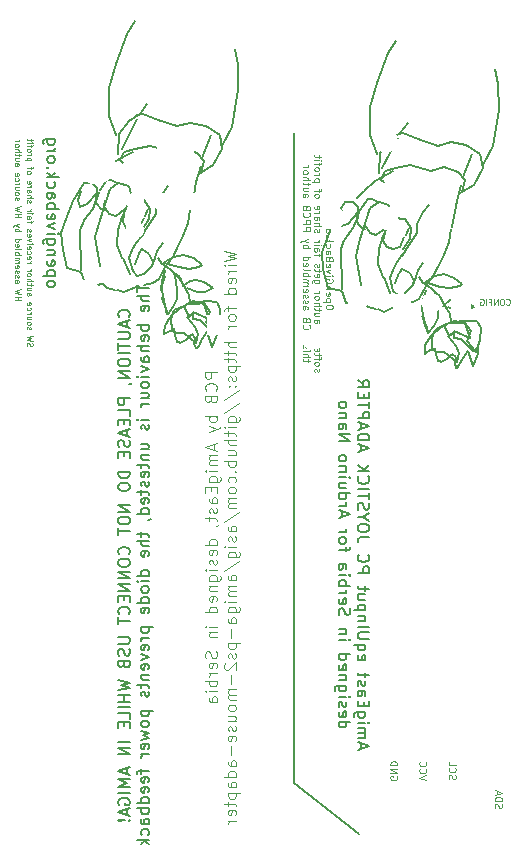
<source format=gbr>
%TF.GenerationSoftware,KiCad,Pcbnew,(6.0.2)*%
%TF.CreationDate,2024-03-24T18:16:07+01:00*%
%TF.ProjectId,amigaps2 revision1.105,616d6967-6170-4733-9220-726576697369,rev?*%
%TF.SameCoordinates,Original*%
%TF.FileFunction,Legend,Bot*%
%TF.FilePolarity,Positive*%
%FSLAX46Y46*%
G04 Gerber Fmt 4.6, Leading zero omitted, Abs format (unit mm)*
G04 Created by KiCad (PCBNEW (6.0.2)) date 2024-03-24 18:16:07*
%MOMM*%
%LPD*%
G01*
G04 APERTURE LIST*
%ADD10C,0.150000*%
%ADD11C,0.100000*%
%ADD12C,0.050000*%
%ADD13C,0.250000*%
%ADD14O,2.032000X1.727200*%
%ADD15C,2.540000*%
%ADD16R,1.700000X1.700000*%
%ADD17O,1.700000X1.700000*%
%ADD18C,1.600000*%
%ADD19C,4.000000*%
%ADD20R,1.600000X1.600000*%
%ADD21R,1.800000X1.800000*%
%ADD22O,1.800000X1.800000*%
%ADD23C,1.524000*%
%ADD24C,3.300000*%
%ADD25C,2.000000*%
G04 APERTURE END LIST*
D10*
X142811500Y-63030100D02*
X143344900Y-63182500D01*
X168135300Y-71285100D02*
X168008300Y-70904100D01*
X166408100Y-65062100D02*
X166204900Y-65341500D01*
X148196300Y-67500500D02*
X148729700Y-67449700D01*
X149542500Y-54343300D02*
X150736300Y-55130700D01*
X165176200Y-68541900D02*
X164617400Y-67144900D01*
X169862500Y-64858900D02*
X169633900Y-65493900D01*
X164706300Y-63436500D02*
X164579300Y-64096900D01*
X164579300Y-64096900D02*
X164884100Y-64655700D01*
X170827700Y-60744100D02*
X170421300Y-62953900D01*
X148348700Y-72021700D02*
X147891500Y-72478900D01*
X147637500Y-56248300D02*
X148805900Y-56680100D01*
X146951700Y-72072500D02*
X146850100Y-71513700D01*
X163487100Y-61302900D02*
X162648900Y-63969900D01*
X173037500Y-57975500D02*
X172224700Y-59347100D01*
X144208500Y-53378100D02*
X145478500Y-53860700D01*
X167017700Y-67144900D02*
X166839900Y-66814700D01*
X149898100Y-70116700D02*
X149593300Y-70980300D01*
X141185900Y-58915300D02*
X140576300Y-59829700D01*
X137325100Y-63411100D02*
X137426700Y-64884300D01*
X149390100Y-57365900D02*
X149186900Y-58331100D01*
X164172900Y-60845700D02*
X164122100Y-60794900D01*
X145834100Y-67500500D02*
X146138900Y-66611500D01*
X148958300Y-72986900D02*
X148780500Y-73215500D01*
X169202100Y-56045100D02*
X170294300Y-55765700D01*
X150482300Y-69303900D02*
X149618700Y-69227700D01*
X167398700Y-63461900D02*
X166382700Y-64985900D01*
X143751300Y-67068700D02*
X144284700Y-66941700D01*
X168871900Y-71335900D02*
X169176700Y-70675500D01*
X172224700Y-69710300D02*
X171538900Y-70040500D01*
X167906700Y-67652900D02*
X167576500Y-67144900D01*
X169278300Y-66128900D02*
X168821100Y-67094100D01*
X170649900Y-71818500D02*
X170167300Y-72148700D01*
X172173900Y-73418700D02*
X172605700Y-73088500D01*
X145554700Y-67373500D02*
X145046700Y-67652900D01*
X164960300Y-58458100D02*
X163868100Y-59016900D01*
X169176700Y-74256900D02*
X169024300Y-73698100D01*
X170421300Y-73647300D02*
X169964100Y-74104500D01*
X164680900Y-70091300D02*
X165290500Y-69811900D01*
X144614900Y-66636900D02*
X144995900Y-66255900D01*
X162648900Y-63969900D02*
X162267900Y-65392300D01*
X171970700Y-71742300D02*
X171665900Y-72605900D01*
X141008100Y-60667900D02*
X140957300Y-61175900D01*
X148221700Y-54140100D02*
X149542500Y-54343300D01*
X144767300Y-65189100D02*
X144132300Y-64833500D01*
X168389300Y-73469500D02*
X168084500Y-73647300D01*
X145046700Y-66027300D02*
X145072100Y-65874900D01*
X143878300Y-65239900D02*
X143522700Y-66052700D01*
X142049500Y-59169300D02*
X141566900Y-58915300D01*
X171919900Y-72326500D02*
X170573700Y-71742300D01*
X141566900Y-58915300D02*
X141185900Y-58915300D01*
X165290500Y-62725300D02*
X165265100Y-61734700D01*
X166077900Y-65316100D02*
X166077900Y-65366900D01*
X144284700Y-66941700D02*
X144614900Y-66636900D01*
X143954500Y-53378100D02*
X143040100Y-53987700D01*
X143090900Y-65595500D02*
X143370300Y-66687700D01*
X170802300Y-69075300D02*
X171462700Y-69176900D01*
X166077900Y-65366900D02*
X166128700Y-65366900D01*
X142989300Y-60972700D02*
X142481300Y-62090300D01*
X141363700Y-61810900D02*
X141922500Y-61988700D01*
X173875700Y-56070500D02*
X173037500Y-57721500D01*
X163055300Y-63080900D02*
X162775900Y-63004700D01*
X140373100Y-59626500D02*
X139915900Y-59220100D01*
X147294600Y-66357500D02*
X146024600Y-65951100D01*
X170573700Y-70853300D02*
X171462700Y-71081900D01*
X142481300Y-62090300D02*
X142151100Y-63157100D01*
X139966700Y-61404500D02*
X140296900Y-60667900D01*
X168960800Y-67094100D02*
X169697400Y-66941700D01*
X144005300Y-63741300D02*
X144056100Y-63741300D01*
X147967700Y-70523100D02*
X148577300Y-70192900D01*
X146088100Y-67094100D02*
X145884900Y-67881500D01*
X164706300Y-58229500D02*
X165646100Y-57975500D01*
X150787100Y-69862700D02*
X150482300Y-69303900D01*
X169367200Y-67983100D02*
X168097200Y-67576700D01*
X168084500Y-73647300D02*
X168084500Y-73444100D01*
X171462700Y-58991500D02*
X171259500Y-59956700D01*
X170573700Y-72326500D02*
X171157900Y-72428100D01*
X147281900Y-67246500D02*
X146545300Y-66509900D01*
X150101300Y-71793100D02*
X150533100Y-71462900D01*
X145783300Y-68237100D02*
X145834100Y-67500500D01*
X163995100Y-63614300D02*
X164807900Y-63004700D01*
X146392900Y-59448700D02*
X145910300Y-60058300D01*
X169456100Y-74358500D02*
X169405300Y-74307700D01*
X143217900Y-61099700D02*
X143192500Y-60109100D01*
X142608300Y-68465700D02*
X143217900Y-68186300D01*
X142074900Y-64427100D02*
X142455900Y-65570100D01*
X163271200Y-69684900D02*
X163982400Y-69862700D01*
X164045900Y-50761900D02*
X163461700Y-52793900D01*
X145046700Y-67652900D02*
X144284700Y-67830700D01*
X167347900Y-67170300D02*
X167525700Y-66611500D01*
X149199600Y-66154300D02*
X148971000Y-66281300D01*
X142151100Y-63157100D02*
X142074900Y-64427100D01*
X170878500Y-58305700D02*
X171462700Y-58991500D01*
X170751500Y-73012300D02*
X170040300Y-72148700D01*
X161353500Y-63969900D02*
X162039300Y-63030100D01*
X149618700Y-69227700D02*
X148247100Y-69380100D01*
X148501100Y-70700900D02*
X149085300Y-70802500D01*
X146748500Y-65468500D02*
X146088100Y-66332100D01*
X145453100Y-64985900D02*
X145910300Y-64325500D01*
X145376900Y-61023500D02*
X145326100Y-61836300D01*
X140703300Y-61379100D02*
X140373100Y-61023500D01*
X145783300Y-68237100D02*
X146037300Y-67043300D01*
X137706100Y-62293500D02*
X137325100Y-63411100D01*
X165417500Y-64808100D02*
X165976300Y-64630300D01*
X167144700Y-67500500D02*
X167017700Y-67144900D01*
X167982900Y-61683900D02*
X167449500Y-62649100D01*
X147789900Y-63233300D02*
X147561300Y-63868300D01*
X167855900Y-69862700D02*
X168109900Y-68668900D01*
X165061900Y-62598300D02*
X164553900Y-63715900D01*
X149593300Y-70980300D02*
X150329900Y-71869300D01*
X149466300Y-68414900D02*
X148831300Y-68414900D01*
X174078900Y-49517300D02*
X174332900Y-50838100D01*
X170167300Y-72148700D02*
X169760900Y-71234300D01*
X171005500Y-73596500D02*
X170751500Y-73012300D01*
X148120100Y-68694300D02*
X147739100Y-67957700D01*
X172554900Y-70929500D02*
X171691300Y-70853300D01*
X169760900Y-71234300D02*
X170573700Y-70853300D01*
X146799300Y-69710300D02*
X147104100Y-69049900D01*
X166204900Y-65341500D02*
X165722300Y-65925700D01*
X167119300Y-67652900D02*
X167144700Y-67500500D01*
X143370300Y-56553100D02*
X142887700Y-56832500D01*
X149644100Y-71793100D02*
X149237700Y-72377300D01*
X172224700Y-59347100D02*
X171056300Y-60032900D01*
X166814500Y-63919100D02*
X166941500Y-63004700D01*
X168922700Y-71615300D02*
X168719500Y-72351900D01*
X149390100Y-69456300D02*
X149847300Y-70700900D01*
X166357300Y-68567300D02*
X166687500Y-68262500D01*
X172758100Y-72478900D02*
X172859700Y-71488300D01*
X171310300Y-74002900D02*
X171030900Y-74612500D01*
X139509500Y-61023500D02*
X140347700Y-60032900D01*
X171272200Y-67779900D02*
X171043600Y-67906900D01*
X146011900Y-72021700D02*
X146011900Y-71818500D01*
X144360900Y-60617100D02*
X143446500Y-60566300D01*
X152260300Y-49212500D02*
X152311100Y-51371500D01*
X146951700Y-71894700D02*
X147688300Y-71869300D01*
X150964900Y-56349900D02*
X150152100Y-57721500D01*
X147205700Y-64503300D02*
X146748500Y-65468500D01*
X170192700Y-70319900D02*
X169811700Y-69583300D01*
X147561300Y-63868300D02*
X147205700Y-64503300D01*
X144335500Y-63436500D02*
X144132300Y-63715900D01*
X172808900Y-56756300D02*
X173037500Y-57975500D01*
X170116500Y-64198500D02*
X169862500Y-64858900D01*
X148780500Y-73215500D02*
X148704300Y-73215500D01*
X165290500Y-69811900D02*
X165976300Y-69557900D01*
X165442900Y-58178700D02*
X164960300Y-58458100D01*
X149110700Y-57746900D02*
X148755100Y-59118500D01*
X146189700Y-69888100D02*
X146316700Y-70269100D01*
X150533100Y-72097900D02*
X150075900Y-73063100D01*
X147688300Y-69608700D02*
X146850100Y-69989700D01*
X147027900Y-67500500D02*
X146900900Y-66840100D01*
X172059600Y-56781700D02*
X171323000Y-58712100D01*
X169100500Y-69126100D02*
X168973500Y-68465700D01*
X166027100Y-55003700D02*
X165112700Y-55613300D01*
X169379900Y-71462900D02*
X170116500Y-71081900D01*
X169633900Y-65493900D02*
X169278300Y-66128900D01*
X146202400Y-65849500D02*
X146888200Y-65468500D01*
X171716700Y-73418700D02*
X171310300Y-74002900D01*
X146062700Y-71310500D02*
X146519900Y-70523100D01*
X168846500Y-73291700D02*
X168389300Y-73469500D01*
X164147500Y-66052700D02*
X164528500Y-67195700D01*
X147154900Y-68364100D02*
X147027900Y-67500500D01*
X168592500Y-72148700D02*
X169379900Y-71462900D01*
X169659300Y-69583300D02*
X170268900Y-69126100D01*
X141795500Y-57391300D02*
X140855700Y-58229500D01*
X168719500Y-72351900D02*
X168744900Y-73266300D01*
X169760900Y-73494900D02*
X170802300Y-74358500D01*
X148043900Y-69456300D02*
X148653500Y-69430900D01*
X170776900Y-74841100D02*
X170649900Y-74434700D01*
X146062700Y-69659500D02*
X145935700Y-69278500D01*
X167068500Y-67881500D02*
X167347900Y-67170300D01*
X163461700Y-52793900D02*
X163436300Y-55156100D01*
X146850100Y-71513700D02*
X146773900Y-71666100D01*
X147891500Y-72478900D02*
X147383500Y-72732900D01*
X164223700Y-64782700D02*
X164147500Y-66052700D01*
X159778700Y-63919100D02*
X159397700Y-65036700D01*
X170116500Y-71081900D02*
X170726100Y-71056500D01*
X145326100Y-61836300D02*
X144310100Y-63360300D01*
X142303500Y-57289700D02*
X142633700Y-56603900D01*
X143370300Y-66687700D02*
X143751300Y-67068700D01*
X169964100Y-74104500D02*
X169456100Y-74358500D01*
X169735500Y-69507100D02*
X169887900Y-69634100D01*
X146545300Y-56527700D02*
X147637500Y-56248300D01*
X163436300Y-55156100D02*
X164020500Y-56756300D01*
X163296600Y-69684900D02*
X162915600Y-69380100D01*
X165646100Y-57975500D02*
X166865300Y-57721500D01*
X148971000Y-66281300D02*
X148158200Y-66459100D01*
X168262300Y-71513700D02*
X168389300Y-71894700D01*
X163639500Y-60540900D02*
X163258500Y-60540900D01*
X168287700Y-71691500D02*
X168236900Y-71462900D01*
X150075900Y-73063100D02*
X149644100Y-71793100D01*
X147586700Y-67957700D02*
X148196300Y-67500500D01*
X145935700Y-69278500D02*
X145808700Y-68821300D01*
X168617900Y-68135500D02*
X167906700Y-67652900D01*
X142201900Y-55029100D02*
X142151100Y-56730900D01*
X167449500Y-62649100D02*
X167398700Y-63461900D01*
X145478500Y-53860700D02*
X147129500Y-54419500D01*
X148043900Y-62572900D02*
X147789900Y-63233300D01*
X166865300Y-57721500D02*
X168617900Y-58153300D01*
X163436300Y-63436500D02*
X163995100Y-63614300D01*
X140296900Y-60820300D02*
X140474700Y-59956700D01*
X164274500Y-56654700D02*
X164223700Y-58356500D01*
X149085300Y-70802500D02*
X150101300Y-71793100D01*
X138722100Y-60642500D02*
X138899900Y-61252100D01*
X140982700Y-61455300D02*
X140703300Y-61379100D01*
X168097200Y-67576700D02*
X168275000Y-67475100D01*
X139331700Y-67703700D02*
X140246100Y-67856100D01*
X138341100Y-60693300D02*
X137706100Y-62293500D01*
X148501100Y-70116700D02*
X148501100Y-70700900D01*
X174332900Y-50838100D02*
X174383700Y-52997100D01*
X166128700Y-65366900D02*
X166408100Y-65062100D01*
X164604700Y-59118500D02*
X164376100Y-58915300D01*
X146164300Y-69837300D02*
X146062700Y-69659500D01*
X148653500Y-69430900D02*
X149390100Y-69405500D01*
X150685500Y-70853300D02*
X150787100Y-69862700D01*
X143103600Y-66916300D02*
X142544800Y-65519300D01*
X149390100Y-69405500D02*
X149898100Y-70116700D01*
X144945100Y-65519300D02*
X144767300Y-65189100D01*
X147688300Y-69608700D02*
X148501100Y-69227700D01*
X168008300Y-70904100D02*
X167881300Y-70446900D01*
X166636700Y-54140100D02*
X166027100Y-55003700D01*
X142887700Y-56832500D02*
X141795500Y-57391300D01*
X160413700Y-62318900D02*
X159778700Y-63919100D01*
X168744900Y-73266300D02*
X169024300Y-73520300D01*
X166281100Y-55003700D02*
X167551100Y-55486300D01*
X145986500Y-69202300D02*
X146189700Y-69888100D01*
X144183100Y-63157100D02*
X144741900Y-62293500D01*
X170319700Y-71005700D02*
X170192700Y-70319900D01*
X170040300Y-72148700D02*
X170649900Y-71818500D01*
X140195300Y-63766700D02*
X140601700Y-66230500D01*
X148729700Y-72732900D02*
X148932900Y-71970900D01*
X159880300Y-68059300D02*
X161048700Y-68389500D01*
X147688300Y-71869300D02*
X148729700Y-72732900D01*
X165112700Y-55613300D02*
X164274500Y-56654700D01*
X138976100Y-59905900D02*
X138722100Y-60642500D01*
X164960300Y-48196500D02*
X164045900Y-50761900D01*
X165519100Y-62191900D02*
X165061900Y-62598300D01*
X167119300Y-69278500D02*
X166357300Y-69456300D01*
X168465500Y-61074300D02*
X167982900Y-61683900D01*
X148932900Y-71970900D02*
X148678900Y-71386700D01*
X166204900Y-66459100D02*
X165976300Y-66763900D01*
X148755100Y-59118500D02*
X148348700Y-61328300D01*
X145072100Y-65874900D02*
X144945100Y-65519300D01*
X161048700Y-61531500D02*
X160794700Y-62268100D01*
X170726100Y-71056500D02*
X171462700Y-71031100D01*
X170903900Y-70040500D02*
X170040300Y-69710300D01*
X148247100Y-61480700D02*
X148043900Y-62572900D01*
X167627300Y-68999100D02*
X167119300Y-69278500D01*
X169710100Y-57873900D02*
X170878500Y-58305700D01*
X159397700Y-65036700D02*
X159499300Y-66509900D01*
X169405300Y-74307700D02*
X169176700Y-74256900D01*
X169176700Y-70675500D02*
X169227500Y-69989700D01*
X147332700Y-72682100D02*
X147104100Y-72631300D01*
X141389100Y-51168300D02*
X141363700Y-53530500D01*
X146138900Y-66611500D02*
X145783300Y-68237100D01*
X168389300Y-71894700D02*
X168871900Y-71335900D01*
X148577300Y-72809100D02*
X148653500Y-72301100D01*
X168922700Y-73139300D02*
X168846500Y-73291700D01*
X171462700Y-69176900D02*
X172224700Y-69710300D01*
X166941500Y-63004700D02*
X166433500Y-62242700D01*
X174383700Y-52997100D02*
X173875700Y-56070500D01*
X144005300Y-63690500D02*
X144005300Y-63741300D01*
X164553900Y-63715900D02*
X164223700Y-64782700D01*
X163029900Y-62801500D02*
X163436300Y-63436500D01*
X138976100Y-66763900D02*
X139331700Y-67703700D01*
X168617900Y-58153300D02*
X169710100Y-57873900D01*
X142532100Y-57492900D02*
X142303500Y-57289700D01*
X167957500Y-69507100D02*
X167881300Y-69888100D01*
X143040100Y-53987700D02*
X142201900Y-55029100D01*
X147104100Y-72631300D02*
X146951700Y-72072500D01*
X162928300Y-59855100D02*
X162344100Y-60490100D01*
X145884900Y-67881500D02*
X145808700Y-68262500D01*
X141414500Y-59677300D02*
X140576300Y-62344300D01*
X165836600Y-55410100D02*
X164515800Y-57924700D01*
X170726100Y-73926700D02*
X170421300Y-73647300D01*
X162560000Y-114300000D02*
X157000000Y-110000000D01*
X163868100Y-59016900D02*
X162928300Y-59855100D01*
X166839900Y-66814700D02*
X166204900Y-66459100D01*
X172605700Y-73723500D02*
X172148500Y-74688700D01*
X166738300Y-63030100D02*
X166484300Y-63639700D01*
X162445700Y-61252100D02*
X161988500Y-60845700D01*
X165646100Y-47155100D02*
X164960300Y-48196500D01*
X148158200Y-66459100D02*
X147294600Y-66357500D01*
X144995900Y-66255900D02*
X145275300Y-65544700D01*
X170802300Y-74358500D02*
X171005500Y-73596500D01*
X150736300Y-55130700D02*
X150964900Y-56349900D01*
X144132300Y-63715900D02*
X143649700Y-64300100D01*
X171462700Y-71081900D02*
X171919900Y-72326500D01*
X142024100Y-68237100D02*
X142608300Y-68465700D01*
X148501100Y-69227700D02*
X149390100Y-69456300D01*
X146773900Y-71666100D02*
X146316700Y-71843900D01*
X144868900Y-61379100D02*
X144360900Y-60617100D01*
X169227500Y-69989700D02*
X169100500Y-69126100D01*
X172605700Y-73088500D02*
X172605700Y-73723500D01*
X166433500Y-62242700D02*
X165519100Y-62191900D01*
X150152100Y-57721500D02*
X148983700Y-58407300D01*
X144665700Y-61404500D02*
X144411700Y-62014100D01*
X157000000Y-110000000D02*
X157000000Y-55000000D01*
X169024300Y-73698100D02*
X168922700Y-73139300D01*
X145275300Y-65544700D02*
X145453100Y-64985900D01*
X146037300Y-67043300D02*
X146088100Y-67094100D01*
X148831300Y-68414900D02*
X147967700Y-68084700D01*
X171030900Y-74612500D02*
X170853100Y-74841100D01*
X161404300Y-69329300D02*
X162318700Y-69481700D01*
X168973500Y-68465700D02*
X169405300Y-68795900D01*
X138938000Y-63207900D02*
X139217400Y-62395100D01*
X148805900Y-56680100D02*
X149390100Y-57365900D01*
X162369500Y-62293500D02*
X162445700Y-61252100D01*
X143192500Y-60109100D02*
X143014700Y-59448700D01*
X163080700Y-62293500D02*
X163029900Y-62801500D01*
X146215100Y-70065900D02*
X146164300Y-69837300D01*
X170319700Y-63106300D02*
X170116500Y-64198500D01*
X160972500Y-62877700D02*
X161582100Y-62649100D01*
X163258500Y-60540900D02*
X162648900Y-61455300D01*
X168059100Y-70827900D02*
X168262300Y-71513700D01*
X147383500Y-72732900D02*
X147332700Y-72682100D01*
X146265900Y-70269100D02*
X146215100Y-70065900D01*
X161010600Y-64833500D02*
X161290000Y-64020700D01*
X145910300Y-60058300D02*
X145376900Y-61023500D01*
X146900900Y-66840100D02*
X147332700Y-67170300D01*
X146024600Y-65951100D02*
X146202400Y-65849500D01*
X146850100Y-69989700D02*
X146646900Y-70726300D01*
X142633700Y-61810900D02*
X142506700Y-62471300D01*
X145808700Y-68262500D02*
X145986500Y-69202300D01*
X159499300Y-66509900D02*
X159880300Y-68059300D01*
X142633700Y-56603900D02*
X143573500Y-56349900D01*
X146011900Y-71818500D02*
X146062700Y-71310500D01*
X142151100Y-59169300D02*
X141414500Y-59677300D01*
X149987000Y-55156100D02*
X149250400Y-57086500D01*
X169887900Y-69634100D02*
X169659300Y-69583300D01*
X143903700Y-63004700D02*
X144284700Y-62191900D01*
X169760900Y-71234300D02*
X168922700Y-71615300D01*
X170649900Y-74434700D02*
X170726100Y-73926700D01*
X148577300Y-70192900D02*
X148094700Y-70523100D01*
X146646900Y-70726300D02*
X146672300Y-71640700D01*
X167881300Y-69888100D02*
X168059100Y-70827900D01*
X144741900Y-62293500D02*
X144868900Y-61379100D01*
X143217900Y-68186300D02*
X143903700Y-67932300D01*
X142887700Y-46570900D02*
X141973300Y-49136300D01*
X168236900Y-71462900D02*
X168135300Y-71285100D01*
X171691300Y-70853300D02*
X170319700Y-71005700D01*
X171538900Y-70040500D02*
X170903900Y-70040500D01*
X137807700Y-66433700D02*
X138976100Y-66763900D01*
X143624300Y-53479700D02*
X144208500Y-53378100D01*
X168275000Y-67475100D02*
X168960800Y-67094100D01*
X148247100Y-69380100D02*
X148120100Y-68694300D01*
X148653500Y-72301100D02*
X148348700Y-72021700D01*
X167855900Y-69862700D02*
X167906700Y-69126100D01*
X142506700Y-62471300D02*
X142811500Y-63030100D01*
X140296900Y-60667900D02*
X140373100Y-59626500D01*
X145834100Y-66027300D02*
X145503900Y-65519300D01*
X161328100Y-60845700D02*
X160413700Y-62318900D01*
X165442900Y-68313300D02*
X165823900Y-68694300D01*
X141922500Y-61988700D02*
X142735300Y-61379100D01*
X164884100Y-64655700D02*
X165417500Y-64808100D01*
X143014700Y-59448700D02*
X142151100Y-59169300D01*
X146316700Y-71843900D02*
X146011900Y-72021700D01*
X165087300Y-61074300D02*
X164223700Y-60794900D01*
X148539200Y-65595500D02*
X149199600Y-66154300D01*
X171157900Y-72428100D02*
X172173900Y-73418700D01*
X161988500Y-60845700D02*
X161328100Y-60845700D01*
X150152100Y-68084700D02*
X149466300Y-68414900D01*
X166255700Y-64782700D02*
X166814500Y-63919100D01*
X149390100Y-67551300D02*
X150152100Y-68084700D01*
X139915900Y-59220100D02*
X139255500Y-59220100D01*
X152006300Y-47891700D02*
X152260300Y-49212500D01*
X169354500Y-68872100D02*
X168617900Y-68135500D01*
X162267900Y-65392300D02*
X162674300Y-67856100D01*
X170294300Y-55765700D02*
X171615100Y-55968900D01*
X140246100Y-67856100D02*
X140830300Y-67779900D01*
X143573500Y-56349900D02*
X144792700Y-56095900D01*
X165823900Y-68694300D02*
X166357300Y-68567300D01*
X162775900Y-63004700D02*
X162445700Y-62649100D01*
X143344900Y-63182500D02*
X143903700Y-63004700D01*
X147104100Y-69049900D02*
X147154900Y-68364100D01*
X152311100Y-51371500D02*
X151803100Y-54444900D01*
X162318700Y-69481700D02*
X162902900Y-69405500D01*
X167551100Y-55486300D02*
X169202100Y-56045100D01*
X172859700Y-71488300D02*
X172554900Y-70929500D01*
X141198600Y-68059300D02*
X141909800Y-68237100D01*
X162039300Y-63030100D02*
X162369500Y-62293500D01*
X146519900Y-70523100D02*
X147307300Y-69837300D01*
X143573500Y-45529500D02*
X142887700Y-46570900D01*
X172148500Y-74688700D02*
X171716700Y-73418700D01*
X143319500Y-64909700D02*
X143090900Y-65595500D01*
X149237700Y-72377300D02*
X148958300Y-72986900D01*
X146672300Y-71640700D02*
X146951700Y-71894700D01*
X147307300Y-69837300D02*
X148043900Y-69456300D01*
X162445700Y-62649100D02*
X162369500Y-62445900D01*
X165696900Y-55105300D02*
X166281100Y-55003700D01*
X168160700Y-68719700D02*
X167957500Y-69507100D01*
X140855700Y-58229500D02*
X140271500Y-58864500D01*
X169405300Y-68795900D02*
X169735500Y-69507100D01*
X138899900Y-61252100D02*
X139509500Y-61023500D01*
X147332700Y-67170300D02*
X147662900Y-67881500D01*
X171183300Y-59372500D02*
X170827700Y-60744100D01*
X168338500Y-71894700D02*
X168287700Y-71691500D01*
X170230800Y-68084700D02*
X169367200Y-67983100D01*
X146888200Y-65468500D02*
X147624800Y-65316100D01*
X169024300Y-73520300D02*
X169760900Y-73494900D01*
X169697400Y-66941700D02*
X170611800Y-67221100D01*
X171665900Y-72605900D02*
X172402500Y-73494900D01*
X144564100Y-52514500D02*
X143954500Y-53378100D01*
X144132300Y-64833500D02*
X143903700Y-65138300D01*
X139255500Y-59220100D02*
X138341100Y-60693300D01*
X172402500Y-73494900D02*
X172758100Y-72478900D01*
X171043600Y-67906900D02*
X170230800Y-68084700D01*
X147624800Y-65316100D02*
X148539200Y-65595500D01*
X170268900Y-69126100D02*
X170802300Y-69075300D01*
X147662900Y-67881500D02*
X147815300Y-68008500D01*
X148678900Y-71386700D02*
X147967700Y-70523100D01*
X140576300Y-62344300D02*
X140195300Y-63766700D01*
X165722300Y-65925700D02*
X165392100Y-66535300D01*
X171462700Y-71031100D02*
X171970700Y-71742300D01*
X137426700Y-64884300D02*
X137807700Y-66433700D01*
X168084500Y-73444100D02*
X168135300Y-72936100D01*
X164122100Y-60794900D02*
X163639500Y-60540900D01*
X143649700Y-64300100D02*
X143319500Y-64909700D01*
X146545300Y-66509900D02*
X145834100Y-66027300D01*
X140957300Y-61175900D02*
X141363700Y-61810900D01*
X161048700Y-68389500D02*
X161404300Y-69329300D01*
X146088100Y-66332100D02*
X145554700Y-67373500D01*
X144056100Y-63741300D02*
X144335500Y-63436500D01*
X142100300Y-59220100D02*
X142049500Y-59169300D01*
X165392100Y-66535300D02*
X165163500Y-67221100D01*
X149847300Y-70700900D02*
X148501100Y-70116700D01*
X161582100Y-62649100D02*
X162420300Y-61658500D01*
X141973300Y-49136300D02*
X141389100Y-51168300D01*
X141363700Y-53530500D02*
X141947900Y-55130700D01*
X139280900Y-62344300D02*
X139966700Y-61404500D01*
X164376100Y-58915300D02*
X164706300Y-58229500D01*
X148704300Y-73215500D02*
X148577300Y-72809100D01*
X164223700Y-60794900D02*
X163487100Y-61302900D01*
X170611800Y-67221100D02*
X171272200Y-67779900D01*
X165976300Y-64630300D02*
X166357300Y-63817500D01*
X138988800Y-66586100D02*
X138938000Y-63207900D01*
X151803100Y-54444900D02*
X150964900Y-56095900D01*
X167906700Y-69126100D02*
X168211500Y-68237100D01*
X168160700Y-67957700D02*
X167627300Y-68999100D01*
X170853100Y-74841100D02*
X170776900Y-74841100D01*
X168109900Y-68668900D02*
X168160700Y-68719700D01*
X144792700Y-56095900D02*
X146545300Y-56527700D01*
X166687500Y-68262500D02*
X167068500Y-67881500D01*
X147739100Y-67957700D02*
X147281900Y-67246500D01*
X167525700Y-66611500D02*
X167982900Y-65951100D01*
X168821100Y-67094100D02*
X168160700Y-67957700D01*
X162369500Y-62445900D02*
X162547300Y-61582300D01*
X171615100Y-55968900D02*
X172808900Y-56756300D01*
X150533100Y-71462900D02*
X150533100Y-72097900D01*
X150329900Y-71869300D02*
X150685500Y-70853300D01*
X165265100Y-61734700D02*
X165087300Y-61074300D01*
X170573700Y-71742300D02*
X170573700Y-72326500D01*
X168135300Y-72936100D02*
X168592500Y-72148700D01*
X148094700Y-70523100D02*
X147688300Y-69608700D01*
X164096700Y-69862700D02*
X164680900Y-70091300D01*
X165950900Y-66865500D02*
X165595300Y-67678300D01*
X160794700Y-62268100D02*
X160972500Y-62877700D01*
X148729700Y-67449700D02*
X149390100Y-67551300D01*
X147815300Y-68008500D02*
X147586700Y-67957700D01*
X147129500Y-54419500D02*
X148221700Y-54140100D01*
X169811700Y-69583300D02*
X169354500Y-68872100D01*
X161061400Y-68211700D02*
X161010600Y-64833500D01*
X165163500Y-67221100D02*
X165442900Y-68313300D01*
X141224000Y-68059300D02*
X140843000Y-67754500D01*
X140373100Y-61023500D02*
X140296900Y-60820300D01*
X143764000Y-53784500D02*
X142443200Y-56299100D01*
X143446500Y-60566300D02*
X142989300Y-60972700D01*
X146316700Y-70269100D02*
X146799300Y-69710300D01*
X168211500Y-68237100D02*
X167855900Y-69862700D01*
X136110719Y-67817238D02*
X136158338Y-67912476D01*
X136205957Y-67960095D01*
X136301195Y-68007714D01*
X136586909Y-68007714D01*
X136682147Y-67960095D01*
X136729766Y-67912476D01*
X136777385Y-67817238D01*
X136777385Y-67674380D01*
X136729766Y-67579142D01*
X136682147Y-67531523D01*
X136586909Y-67483904D01*
X136301195Y-67483904D01*
X136205957Y-67531523D01*
X136158338Y-67579142D01*
X136110719Y-67674380D01*
X136110719Y-67817238D01*
X136777385Y-67055333D02*
X135777385Y-67055333D01*
X136729766Y-67055333D02*
X136777385Y-66960095D01*
X136777385Y-66769619D01*
X136729766Y-66674380D01*
X136682147Y-66626761D01*
X136586909Y-66579142D01*
X136301195Y-66579142D01*
X136205957Y-66626761D01*
X136158338Y-66674380D01*
X136110719Y-66769619D01*
X136110719Y-66960095D01*
X136158338Y-67055333D01*
X136158338Y-65769619D02*
X136110719Y-65864857D01*
X136110719Y-66055333D01*
X136158338Y-66150571D01*
X136253576Y-66198190D01*
X136634528Y-66198190D01*
X136729766Y-66150571D01*
X136777385Y-66055333D01*
X136777385Y-65864857D01*
X136729766Y-65769619D01*
X136634528Y-65722000D01*
X136539290Y-65722000D01*
X136444052Y-66198190D01*
X136777385Y-65293428D02*
X136110719Y-65293428D01*
X136682147Y-65293428D02*
X136729766Y-65245809D01*
X136777385Y-65150571D01*
X136777385Y-65007714D01*
X136729766Y-64912476D01*
X136634528Y-64864857D01*
X136110719Y-64864857D01*
X136777385Y-63960095D02*
X135967861Y-63960095D01*
X135872623Y-64007714D01*
X135825004Y-64055333D01*
X135777385Y-64150571D01*
X135777385Y-64293428D01*
X135825004Y-64388666D01*
X136158338Y-63960095D02*
X136110719Y-64055333D01*
X136110719Y-64245809D01*
X136158338Y-64341047D01*
X136205957Y-64388666D01*
X136301195Y-64436285D01*
X136586909Y-64436285D01*
X136682147Y-64388666D01*
X136729766Y-64341047D01*
X136777385Y-64245809D01*
X136777385Y-64055333D01*
X136729766Y-63960095D01*
X136110719Y-63483904D02*
X136777385Y-63483904D01*
X137110719Y-63483904D02*
X137063100Y-63531523D01*
X137015480Y-63483904D01*
X137063100Y-63436285D01*
X137110719Y-63483904D01*
X137015480Y-63483904D01*
X136777385Y-63102952D02*
X136110719Y-62864857D01*
X136777385Y-62626761D01*
X136158338Y-61864857D02*
X136110719Y-61960095D01*
X136110719Y-62150571D01*
X136158338Y-62245809D01*
X136253576Y-62293428D01*
X136634528Y-62293428D01*
X136729766Y-62245809D01*
X136777385Y-62150571D01*
X136777385Y-61960095D01*
X136729766Y-61864857D01*
X136634528Y-61817238D01*
X136539290Y-61817238D01*
X136444052Y-62293428D01*
X136110719Y-61388666D02*
X137110719Y-61388666D01*
X136729766Y-61388666D02*
X136777385Y-61293428D01*
X136777385Y-61102952D01*
X136729766Y-61007714D01*
X136682147Y-60960095D01*
X136586909Y-60912476D01*
X136301195Y-60912476D01*
X136205957Y-60960095D01*
X136158338Y-61007714D01*
X136110719Y-61102952D01*
X136110719Y-61293428D01*
X136158338Y-61388666D01*
X136110719Y-60055333D02*
X136634528Y-60055333D01*
X136729766Y-60102952D01*
X136777385Y-60198190D01*
X136777385Y-60388666D01*
X136729766Y-60483904D01*
X136158338Y-60055333D02*
X136110719Y-60150571D01*
X136110719Y-60388666D01*
X136158338Y-60483904D01*
X136253576Y-60531523D01*
X136348814Y-60531523D01*
X136444052Y-60483904D01*
X136491671Y-60388666D01*
X136491671Y-60150571D01*
X136539290Y-60055333D01*
X136158338Y-59150571D02*
X136110719Y-59245809D01*
X136110719Y-59436285D01*
X136158338Y-59531523D01*
X136205957Y-59579142D01*
X136301195Y-59626761D01*
X136586909Y-59626761D01*
X136682147Y-59579142D01*
X136729766Y-59531523D01*
X136777385Y-59436285D01*
X136777385Y-59245809D01*
X136729766Y-59150571D01*
X136110719Y-58722000D02*
X137110719Y-58722000D01*
X136491671Y-58626761D02*
X136110719Y-58341047D01*
X136777385Y-58341047D02*
X136396433Y-58722000D01*
X136205957Y-57912476D02*
X136158338Y-57864857D01*
X136110719Y-57912476D01*
X136158338Y-57960095D01*
X136205957Y-57912476D01*
X136110719Y-57912476D01*
X136110719Y-57293428D02*
X136158338Y-57388666D01*
X136205957Y-57436285D01*
X136301195Y-57483904D01*
X136586909Y-57483904D01*
X136682147Y-57436285D01*
X136729766Y-57388666D01*
X136777385Y-57293428D01*
X136777385Y-57150571D01*
X136729766Y-57055333D01*
X136682147Y-57007714D01*
X136586909Y-56960095D01*
X136301195Y-56960095D01*
X136205957Y-57007714D01*
X136158338Y-57055333D01*
X136110719Y-57150571D01*
X136110719Y-57293428D01*
X136110719Y-56531523D02*
X136777385Y-56531523D01*
X136586909Y-56531523D02*
X136682147Y-56483904D01*
X136729766Y-56436285D01*
X136777385Y-56341047D01*
X136777385Y-56245809D01*
X136777385Y-55483904D02*
X135967861Y-55483904D01*
X135872623Y-55531523D01*
X135825004Y-55579142D01*
X135777385Y-55674380D01*
X135777385Y-55817238D01*
X135825004Y-55912476D01*
X136158338Y-55483904D02*
X136110719Y-55579142D01*
X136110719Y-55769619D01*
X136158338Y-55864857D01*
X136205957Y-55912476D01*
X136301195Y-55960095D01*
X136586909Y-55960095D01*
X136682147Y-55912476D01*
X136729766Y-55864857D01*
X136777385Y-55769619D01*
X136777385Y-55579142D01*
X136729766Y-55483904D01*
D11*
X170140342Y-109680285D02*
X170111771Y-109594571D01*
X170111771Y-109451714D01*
X170140342Y-109394571D01*
X170168914Y-109366000D01*
X170226057Y-109337428D01*
X170283200Y-109337428D01*
X170340342Y-109366000D01*
X170368914Y-109394571D01*
X170397485Y-109451714D01*
X170426057Y-109566000D01*
X170454628Y-109623142D01*
X170483200Y-109651714D01*
X170540342Y-109680285D01*
X170597485Y-109680285D01*
X170654628Y-109651714D01*
X170683200Y-109623142D01*
X170711771Y-109566000D01*
X170711771Y-109423142D01*
X170683200Y-109337428D01*
X170168914Y-108737428D02*
X170140342Y-108766000D01*
X170111771Y-108851714D01*
X170111771Y-108908857D01*
X170140342Y-108994571D01*
X170197485Y-109051714D01*
X170254628Y-109080285D01*
X170368914Y-109108857D01*
X170454628Y-109108857D01*
X170568914Y-109080285D01*
X170626057Y-109051714D01*
X170683200Y-108994571D01*
X170711771Y-108908857D01*
X170711771Y-108851714D01*
X170683200Y-108766000D01*
X170654628Y-108737428D01*
X170111771Y-108194571D02*
X170111771Y-108480285D01*
X170711771Y-108480285D01*
X165755600Y-109423142D02*
X165784171Y-109480285D01*
X165784171Y-109566000D01*
X165755600Y-109651714D01*
X165698457Y-109708857D01*
X165641314Y-109737428D01*
X165527028Y-109766000D01*
X165441314Y-109766000D01*
X165327028Y-109737428D01*
X165269885Y-109708857D01*
X165212742Y-109651714D01*
X165184171Y-109566000D01*
X165184171Y-109508857D01*
X165212742Y-109423142D01*
X165241314Y-109394571D01*
X165441314Y-109394571D01*
X165441314Y-109508857D01*
X165184171Y-109137428D02*
X165784171Y-109137428D01*
X165184171Y-108794571D01*
X165784171Y-108794571D01*
X165184171Y-108508857D02*
X165784171Y-108508857D01*
X165784171Y-108366000D01*
X165755600Y-108280285D01*
X165698457Y-108223142D01*
X165641314Y-108194571D01*
X165527028Y-108166000D01*
X165441314Y-108166000D01*
X165327028Y-108194571D01*
X165269885Y-108223142D01*
X165212742Y-108280285D01*
X165184171Y-108366000D01*
X165184171Y-108508857D01*
D10*
X143036742Y-70543190D02*
X143084361Y-70495571D01*
X143131980Y-70352714D01*
X143131980Y-70257476D01*
X143084361Y-70114619D01*
X142989123Y-70019380D01*
X142893885Y-69971761D01*
X142703409Y-69924142D01*
X142560552Y-69924142D01*
X142370076Y-69971761D01*
X142274838Y-70019380D01*
X142179600Y-70114619D01*
X142131980Y-70257476D01*
X142131980Y-70352714D01*
X142179600Y-70495571D01*
X142227219Y-70543190D01*
X142846266Y-70924142D02*
X142846266Y-71400333D01*
X143131980Y-70828904D02*
X142131980Y-71162238D01*
X143131980Y-71495571D01*
X142131980Y-71828904D02*
X142941504Y-71828904D01*
X143036742Y-71876523D01*
X143084361Y-71924142D01*
X143131980Y-72019380D01*
X143131980Y-72209857D01*
X143084361Y-72305095D01*
X143036742Y-72352714D01*
X142941504Y-72400333D01*
X142131980Y-72400333D01*
X142131980Y-72733666D02*
X142131980Y-73305095D01*
X143131980Y-73019380D02*
X142131980Y-73019380D01*
X143131980Y-73638428D02*
X142131980Y-73638428D01*
X142131980Y-74305095D02*
X142131980Y-74495571D01*
X142179600Y-74590809D01*
X142274838Y-74686047D01*
X142465314Y-74733666D01*
X142798647Y-74733666D01*
X142989123Y-74686047D01*
X143084361Y-74590809D01*
X143131980Y-74495571D01*
X143131980Y-74305095D01*
X143084361Y-74209857D01*
X142989123Y-74114619D01*
X142798647Y-74067000D01*
X142465314Y-74067000D01*
X142274838Y-74114619D01*
X142179600Y-74209857D01*
X142131980Y-74305095D01*
X143131980Y-75162238D02*
X142131980Y-75162238D01*
X143131980Y-75733666D01*
X142131980Y-75733666D01*
X143084361Y-76257476D02*
X143131980Y-76257476D01*
X143227219Y-76209857D01*
X143274838Y-76162238D01*
X143131980Y-77447952D02*
X142131980Y-77447952D01*
X142131980Y-77828904D01*
X142179600Y-77924142D01*
X142227219Y-77971761D01*
X142322457Y-78019380D01*
X142465314Y-78019380D01*
X142560552Y-77971761D01*
X142608171Y-77924142D01*
X142655790Y-77828904D01*
X142655790Y-77447952D01*
X143131980Y-78924142D02*
X143131980Y-78447952D01*
X142131980Y-78447952D01*
X142608171Y-79257476D02*
X142608171Y-79590809D01*
X143131980Y-79733666D02*
X143131980Y-79257476D01*
X142131980Y-79257476D01*
X142131980Y-79733666D01*
X142846266Y-80114619D02*
X142846266Y-80590809D01*
X143131980Y-80019380D02*
X142131980Y-80352714D01*
X143131980Y-80686047D01*
X143084361Y-80971761D02*
X143131980Y-81114619D01*
X143131980Y-81352714D01*
X143084361Y-81447952D01*
X143036742Y-81495571D01*
X142941504Y-81543190D01*
X142846266Y-81543190D01*
X142751028Y-81495571D01*
X142703409Y-81447952D01*
X142655790Y-81352714D01*
X142608171Y-81162238D01*
X142560552Y-81067000D01*
X142512933Y-81019380D01*
X142417695Y-80971761D01*
X142322457Y-80971761D01*
X142227219Y-81019380D01*
X142179600Y-81067000D01*
X142131980Y-81162238D01*
X142131980Y-81400333D01*
X142179600Y-81543190D01*
X142608171Y-81971761D02*
X142608171Y-82305095D01*
X143131980Y-82447952D02*
X143131980Y-81971761D01*
X142131980Y-81971761D01*
X142131980Y-82447952D01*
X143131980Y-83638428D02*
X142131980Y-83638428D01*
X142131980Y-83876523D01*
X142179600Y-84019380D01*
X142274838Y-84114619D01*
X142370076Y-84162238D01*
X142560552Y-84209857D01*
X142703409Y-84209857D01*
X142893885Y-84162238D01*
X142989123Y-84114619D01*
X143084361Y-84019380D01*
X143131980Y-83876523D01*
X143131980Y-83638428D01*
X142131980Y-84828904D02*
X142131980Y-85019380D01*
X142179600Y-85114619D01*
X142274838Y-85209857D01*
X142465314Y-85257476D01*
X142798647Y-85257476D01*
X142989123Y-85209857D01*
X143084361Y-85114619D01*
X143131980Y-85019380D01*
X143131980Y-84828904D01*
X143084361Y-84733666D01*
X142989123Y-84638428D01*
X142798647Y-84590809D01*
X142465314Y-84590809D01*
X142274838Y-84638428D01*
X142179600Y-84733666D01*
X142131980Y-84828904D01*
X143131980Y-86447952D02*
X142131980Y-86447952D01*
X143131980Y-87019380D01*
X142131980Y-87019380D01*
X142131980Y-87686047D02*
X142131980Y-87876523D01*
X142179600Y-87971761D01*
X142274838Y-88067000D01*
X142465314Y-88114619D01*
X142798647Y-88114619D01*
X142989123Y-88067000D01*
X143084361Y-87971761D01*
X143131980Y-87876523D01*
X143131980Y-87686047D01*
X143084361Y-87590809D01*
X142989123Y-87495571D01*
X142798647Y-87447952D01*
X142465314Y-87447952D01*
X142274838Y-87495571D01*
X142179600Y-87590809D01*
X142131980Y-87686047D01*
X142131980Y-88400333D02*
X142131980Y-88971761D01*
X143131980Y-88686047D02*
X142131980Y-88686047D01*
X143036742Y-90638428D02*
X143084361Y-90590809D01*
X143131980Y-90447952D01*
X143131980Y-90352714D01*
X143084361Y-90209857D01*
X142989123Y-90114619D01*
X142893885Y-90067000D01*
X142703409Y-90019380D01*
X142560552Y-90019380D01*
X142370076Y-90067000D01*
X142274838Y-90114619D01*
X142179600Y-90209857D01*
X142131980Y-90352714D01*
X142131980Y-90447952D01*
X142179600Y-90590809D01*
X142227219Y-90638428D01*
X142131980Y-91257476D02*
X142131980Y-91447952D01*
X142179600Y-91543190D01*
X142274838Y-91638428D01*
X142465314Y-91686047D01*
X142798647Y-91686047D01*
X142989123Y-91638428D01*
X143084361Y-91543190D01*
X143131980Y-91447952D01*
X143131980Y-91257476D01*
X143084361Y-91162238D01*
X142989123Y-91067000D01*
X142798647Y-91019380D01*
X142465314Y-91019380D01*
X142274838Y-91067000D01*
X142179600Y-91162238D01*
X142131980Y-91257476D01*
X143131980Y-92114619D02*
X142131980Y-92114619D01*
X143131980Y-92686047D01*
X142131980Y-92686047D01*
X143131980Y-93162238D02*
X142131980Y-93162238D01*
X143131980Y-93733666D01*
X142131980Y-93733666D01*
X142608171Y-94209857D02*
X142608171Y-94543190D01*
X143131980Y-94686047D02*
X143131980Y-94209857D01*
X142131980Y-94209857D01*
X142131980Y-94686047D01*
X143036742Y-95686047D02*
X143084361Y-95638428D01*
X143131980Y-95495571D01*
X143131980Y-95400333D01*
X143084361Y-95257476D01*
X142989123Y-95162238D01*
X142893885Y-95114619D01*
X142703409Y-95067000D01*
X142560552Y-95067000D01*
X142370076Y-95114619D01*
X142274838Y-95162238D01*
X142179600Y-95257476D01*
X142131980Y-95400333D01*
X142131980Y-95495571D01*
X142179600Y-95638428D01*
X142227219Y-95686047D01*
X142131980Y-95971761D02*
X142131980Y-96543190D01*
X143131980Y-96257476D02*
X142131980Y-96257476D01*
X142131980Y-97638428D02*
X142941504Y-97638428D01*
X143036742Y-97686047D01*
X143084361Y-97733666D01*
X143131980Y-97828904D01*
X143131980Y-98019380D01*
X143084361Y-98114619D01*
X143036742Y-98162238D01*
X142941504Y-98209857D01*
X142131980Y-98209857D01*
X143084361Y-98638428D02*
X143131980Y-98781285D01*
X143131980Y-99019380D01*
X143084361Y-99114619D01*
X143036742Y-99162238D01*
X142941504Y-99209857D01*
X142846266Y-99209857D01*
X142751028Y-99162238D01*
X142703409Y-99114619D01*
X142655790Y-99019380D01*
X142608171Y-98828904D01*
X142560552Y-98733666D01*
X142512933Y-98686047D01*
X142417695Y-98638428D01*
X142322457Y-98638428D01*
X142227219Y-98686047D01*
X142179600Y-98733666D01*
X142131980Y-98828904D01*
X142131980Y-99067000D01*
X142179600Y-99209857D01*
X142608171Y-99971761D02*
X142655790Y-100114619D01*
X142703409Y-100162238D01*
X142798647Y-100209857D01*
X142941504Y-100209857D01*
X143036742Y-100162238D01*
X143084361Y-100114619D01*
X143131980Y-100019380D01*
X143131980Y-99638428D01*
X142131980Y-99638428D01*
X142131980Y-99971761D01*
X142179600Y-100067000D01*
X142227219Y-100114619D01*
X142322457Y-100162238D01*
X142417695Y-100162238D01*
X142512933Y-100114619D01*
X142560552Y-100067000D01*
X142608171Y-99971761D01*
X142608171Y-99638428D01*
X142131980Y-101305095D02*
X143131980Y-101543190D01*
X142417695Y-101733666D01*
X143131980Y-101924142D01*
X142131980Y-102162238D01*
X143131980Y-102543190D02*
X142131980Y-102543190D01*
X142608171Y-102543190D02*
X142608171Y-103114619D01*
X143131980Y-103114619D02*
X142131980Y-103114619D01*
X143131980Y-103590809D02*
X142131980Y-103590809D01*
X143131980Y-104543190D02*
X143131980Y-104067000D01*
X142131980Y-104067000D01*
X142608171Y-104876523D02*
X142608171Y-105209857D01*
X143131980Y-105352714D02*
X143131980Y-104876523D01*
X142131980Y-104876523D01*
X142131980Y-105352714D01*
X143131980Y-106543190D02*
X142131980Y-106543190D01*
X143131980Y-107019380D02*
X142131980Y-107019380D01*
X143131980Y-107590809D01*
X142131980Y-107590809D01*
X142846266Y-108781285D02*
X142846266Y-109257476D01*
X143131980Y-108686047D02*
X142131980Y-109019380D01*
X143131980Y-109352714D01*
X143131980Y-109686047D02*
X142131980Y-109686047D01*
X142846266Y-110019380D01*
X142131980Y-110352714D01*
X143131980Y-110352714D01*
X143131980Y-110828904D02*
X142131980Y-110828904D01*
X142179600Y-111828904D02*
X142131980Y-111733666D01*
X142131980Y-111590809D01*
X142179600Y-111447952D01*
X142274838Y-111352714D01*
X142370076Y-111305095D01*
X142560552Y-111257476D01*
X142703409Y-111257476D01*
X142893885Y-111305095D01*
X142989123Y-111352714D01*
X143084361Y-111447952D01*
X143131980Y-111590809D01*
X143131980Y-111686047D01*
X143084361Y-111828904D01*
X143036742Y-111876523D01*
X142703409Y-111876523D01*
X142703409Y-111686047D01*
X142846266Y-112257476D02*
X142846266Y-112733666D01*
X143131980Y-112162238D02*
X142131980Y-112495571D01*
X143131980Y-112828904D01*
X143036742Y-113162238D02*
X143084361Y-113209857D01*
X143131980Y-113162238D01*
X143084361Y-113114619D01*
X143036742Y-113162238D01*
X143131980Y-113162238D01*
X142751028Y-113162238D02*
X142179600Y-113114619D01*
X142131980Y-113162238D01*
X142179600Y-113209857D01*
X142751028Y-113162238D01*
X142131980Y-113162238D01*
X143741980Y-67828904D02*
X143741980Y-68400333D01*
X144741980Y-68114619D02*
X143741980Y-68114619D01*
X144741980Y-68733666D02*
X143741980Y-68733666D01*
X144741980Y-69162238D02*
X144218171Y-69162238D01*
X144122933Y-69114619D01*
X144075314Y-69019380D01*
X144075314Y-68876523D01*
X144122933Y-68781285D01*
X144170552Y-68733666D01*
X144694361Y-70019380D02*
X144741980Y-69924142D01*
X144741980Y-69733666D01*
X144694361Y-69638428D01*
X144599123Y-69590809D01*
X144218171Y-69590809D01*
X144122933Y-69638428D01*
X144075314Y-69733666D01*
X144075314Y-69924142D01*
X144122933Y-70019380D01*
X144218171Y-70067000D01*
X144313409Y-70067000D01*
X144408647Y-69590809D01*
X144741980Y-71257476D02*
X143741980Y-71257476D01*
X144122933Y-71257476D02*
X144075314Y-71352714D01*
X144075314Y-71543190D01*
X144122933Y-71638428D01*
X144170552Y-71686047D01*
X144265790Y-71733666D01*
X144551504Y-71733666D01*
X144646742Y-71686047D01*
X144694361Y-71638428D01*
X144741980Y-71543190D01*
X144741980Y-71352714D01*
X144694361Y-71257476D01*
X144694361Y-72543190D02*
X144741980Y-72447952D01*
X144741980Y-72257476D01*
X144694361Y-72162238D01*
X144599123Y-72114619D01*
X144218171Y-72114619D01*
X144122933Y-72162238D01*
X144075314Y-72257476D01*
X144075314Y-72447952D01*
X144122933Y-72543190D01*
X144218171Y-72590809D01*
X144313409Y-72590809D01*
X144408647Y-72114619D01*
X144741980Y-73019380D02*
X143741980Y-73019380D01*
X144741980Y-73447952D02*
X144218171Y-73447952D01*
X144122933Y-73400333D01*
X144075314Y-73305095D01*
X144075314Y-73162238D01*
X144122933Y-73067000D01*
X144170552Y-73019380D01*
X144741980Y-74352714D02*
X144218171Y-74352714D01*
X144122933Y-74305095D01*
X144075314Y-74209857D01*
X144075314Y-74019380D01*
X144122933Y-73924142D01*
X144694361Y-74352714D02*
X144741980Y-74257476D01*
X144741980Y-74019380D01*
X144694361Y-73924142D01*
X144599123Y-73876523D01*
X144503885Y-73876523D01*
X144408647Y-73924142D01*
X144361028Y-74019380D01*
X144361028Y-74257476D01*
X144313409Y-74352714D01*
X144075314Y-74733666D02*
X144741980Y-74971761D01*
X144075314Y-75209857D01*
X144741980Y-75590809D02*
X144075314Y-75590809D01*
X143741980Y-75590809D02*
X143789600Y-75543190D01*
X143837219Y-75590809D01*
X143789600Y-75638428D01*
X143741980Y-75590809D01*
X143837219Y-75590809D01*
X144741980Y-76209857D02*
X144694361Y-76114619D01*
X144646742Y-76067000D01*
X144551504Y-76019380D01*
X144265790Y-76019380D01*
X144170552Y-76067000D01*
X144122933Y-76114619D01*
X144075314Y-76209857D01*
X144075314Y-76352714D01*
X144122933Y-76447952D01*
X144170552Y-76495571D01*
X144265790Y-76543190D01*
X144551504Y-76543190D01*
X144646742Y-76495571D01*
X144694361Y-76447952D01*
X144741980Y-76352714D01*
X144741980Y-76209857D01*
X144075314Y-77400333D02*
X144741980Y-77400333D01*
X144075314Y-76971761D02*
X144599123Y-76971761D01*
X144694361Y-77019380D01*
X144741980Y-77114619D01*
X144741980Y-77257476D01*
X144694361Y-77352714D01*
X144646742Y-77400333D01*
X144741980Y-77876523D02*
X144075314Y-77876523D01*
X144265790Y-77876523D02*
X144170552Y-77924142D01*
X144122933Y-77971761D01*
X144075314Y-78067000D01*
X144075314Y-78162238D01*
X144741980Y-79257476D02*
X144075314Y-79257476D01*
X143741980Y-79257476D02*
X143789600Y-79209857D01*
X143837219Y-79257476D01*
X143789600Y-79305095D01*
X143741980Y-79257476D01*
X143837219Y-79257476D01*
X144694361Y-79686047D02*
X144741980Y-79781285D01*
X144741980Y-79971761D01*
X144694361Y-80067000D01*
X144599123Y-80114619D01*
X144551504Y-80114619D01*
X144456266Y-80067000D01*
X144408647Y-79971761D01*
X144408647Y-79828904D01*
X144361028Y-79733666D01*
X144265790Y-79686047D01*
X144218171Y-79686047D01*
X144122933Y-79733666D01*
X144075314Y-79828904D01*
X144075314Y-79971761D01*
X144122933Y-80067000D01*
X144075314Y-81733666D02*
X144741980Y-81733666D01*
X144075314Y-81305095D02*
X144599123Y-81305095D01*
X144694361Y-81352714D01*
X144741980Y-81447952D01*
X144741980Y-81590809D01*
X144694361Y-81686047D01*
X144646742Y-81733666D01*
X144075314Y-82209857D02*
X144741980Y-82209857D01*
X144170552Y-82209857D02*
X144122933Y-82257476D01*
X144075314Y-82352714D01*
X144075314Y-82495571D01*
X144122933Y-82590809D01*
X144218171Y-82638428D01*
X144741980Y-82638428D01*
X144075314Y-82971761D02*
X144075314Y-83352714D01*
X143741980Y-83114619D02*
X144599123Y-83114619D01*
X144694361Y-83162238D01*
X144741980Y-83257476D01*
X144741980Y-83352714D01*
X144694361Y-84067000D02*
X144741980Y-83971761D01*
X144741980Y-83781285D01*
X144694361Y-83686047D01*
X144599123Y-83638428D01*
X144218171Y-83638428D01*
X144122933Y-83686047D01*
X144075314Y-83781285D01*
X144075314Y-83971761D01*
X144122933Y-84067000D01*
X144218171Y-84114619D01*
X144313409Y-84114619D01*
X144408647Y-83638428D01*
X144694361Y-84495571D02*
X144741980Y-84590809D01*
X144741980Y-84781285D01*
X144694361Y-84876523D01*
X144599123Y-84924142D01*
X144551504Y-84924142D01*
X144456266Y-84876523D01*
X144408647Y-84781285D01*
X144408647Y-84638428D01*
X144361028Y-84543190D01*
X144265790Y-84495571D01*
X144218171Y-84495571D01*
X144122933Y-84543190D01*
X144075314Y-84638428D01*
X144075314Y-84781285D01*
X144122933Y-84876523D01*
X144075314Y-85209857D02*
X144075314Y-85590809D01*
X143741980Y-85352714D02*
X144599123Y-85352714D01*
X144694361Y-85400333D01*
X144741980Y-85495571D01*
X144741980Y-85590809D01*
X144694361Y-86305095D02*
X144741980Y-86209857D01*
X144741980Y-86019380D01*
X144694361Y-85924142D01*
X144599123Y-85876523D01*
X144218171Y-85876523D01*
X144122933Y-85924142D01*
X144075314Y-86019380D01*
X144075314Y-86209857D01*
X144122933Y-86305095D01*
X144218171Y-86352714D01*
X144313409Y-86352714D01*
X144408647Y-85876523D01*
X144741980Y-87209857D02*
X143741980Y-87209857D01*
X144694361Y-87209857D02*
X144741980Y-87114619D01*
X144741980Y-86924142D01*
X144694361Y-86828904D01*
X144646742Y-86781285D01*
X144551504Y-86733666D01*
X144265790Y-86733666D01*
X144170552Y-86781285D01*
X144122933Y-86828904D01*
X144075314Y-86924142D01*
X144075314Y-87114619D01*
X144122933Y-87209857D01*
X144694361Y-87733666D02*
X144741980Y-87733666D01*
X144837219Y-87686047D01*
X144884838Y-87638428D01*
X144075314Y-88781285D02*
X144075314Y-89162238D01*
X143741980Y-88924142D02*
X144599123Y-88924142D01*
X144694361Y-88971761D01*
X144741980Y-89067000D01*
X144741980Y-89162238D01*
X144741980Y-89495571D02*
X143741980Y-89495571D01*
X144741980Y-89924142D02*
X144218171Y-89924142D01*
X144122933Y-89876523D01*
X144075314Y-89781285D01*
X144075314Y-89638428D01*
X144122933Y-89543190D01*
X144170552Y-89495571D01*
X144694361Y-90781285D02*
X144741980Y-90686047D01*
X144741980Y-90495571D01*
X144694361Y-90400333D01*
X144599123Y-90352714D01*
X144218171Y-90352714D01*
X144122933Y-90400333D01*
X144075314Y-90495571D01*
X144075314Y-90686047D01*
X144122933Y-90781285D01*
X144218171Y-90828904D01*
X144313409Y-90828904D01*
X144408647Y-90352714D01*
X144741980Y-92447952D02*
X143741980Y-92447952D01*
X144694361Y-92447952D02*
X144741980Y-92352714D01*
X144741980Y-92162238D01*
X144694361Y-92067000D01*
X144646742Y-92019380D01*
X144551504Y-91971761D01*
X144265790Y-91971761D01*
X144170552Y-92019380D01*
X144122933Y-92067000D01*
X144075314Y-92162238D01*
X144075314Y-92352714D01*
X144122933Y-92447952D01*
X144741980Y-92924142D02*
X144075314Y-92924142D01*
X143741980Y-92924142D02*
X143789600Y-92876523D01*
X143837219Y-92924142D01*
X143789600Y-92971761D01*
X143741980Y-92924142D01*
X143837219Y-92924142D01*
X144741980Y-93543190D02*
X144694361Y-93447952D01*
X144646742Y-93400333D01*
X144551504Y-93352714D01*
X144265790Y-93352714D01*
X144170552Y-93400333D01*
X144122933Y-93447952D01*
X144075314Y-93543190D01*
X144075314Y-93686047D01*
X144122933Y-93781285D01*
X144170552Y-93828904D01*
X144265790Y-93876523D01*
X144551504Y-93876523D01*
X144646742Y-93828904D01*
X144694361Y-93781285D01*
X144741980Y-93686047D01*
X144741980Y-93543190D01*
X144741980Y-94733666D02*
X143741980Y-94733666D01*
X144694361Y-94733666D02*
X144741980Y-94638428D01*
X144741980Y-94447952D01*
X144694361Y-94352714D01*
X144646742Y-94305095D01*
X144551504Y-94257476D01*
X144265790Y-94257476D01*
X144170552Y-94305095D01*
X144122933Y-94352714D01*
X144075314Y-94447952D01*
X144075314Y-94638428D01*
X144122933Y-94733666D01*
X144694361Y-95590809D02*
X144741980Y-95495571D01*
X144741980Y-95305095D01*
X144694361Y-95209857D01*
X144599123Y-95162238D01*
X144218171Y-95162238D01*
X144122933Y-95209857D01*
X144075314Y-95305095D01*
X144075314Y-95495571D01*
X144122933Y-95590809D01*
X144218171Y-95638428D01*
X144313409Y-95638428D01*
X144408647Y-95162238D01*
X144075314Y-96828904D02*
X145075314Y-96828904D01*
X144122933Y-96828904D02*
X144075314Y-96924142D01*
X144075314Y-97114619D01*
X144122933Y-97209857D01*
X144170552Y-97257476D01*
X144265790Y-97305095D01*
X144551504Y-97305095D01*
X144646742Y-97257476D01*
X144694361Y-97209857D01*
X144741980Y-97114619D01*
X144741980Y-96924142D01*
X144694361Y-96828904D01*
X144741980Y-97733666D02*
X144075314Y-97733666D01*
X144265790Y-97733666D02*
X144170552Y-97781285D01*
X144122933Y-97828904D01*
X144075314Y-97924142D01*
X144075314Y-98019380D01*
X144694361Y-98733666D02*
X144741980Y-98638428D01*
X144741980Y-98447952D01*
X144694361Y-98352714D01*
X144599123Y-98305095D01*
X144218171Y-98305095D01*
X144122933Y-98352714D01*
X144075314Y-98447952D01*
X144075314Y-98638428D01*
X144122933Y-98733666D01*
X144218171Y-98781285D01*
X144313409Y-98781285D01*
X144408647Y-98305095D01*
X144075314Y-99114619D02*
X144741980Y-99352714D01*
X144075314Y-99590809D01*
X144694361Y-100352714D02*
X144741980Y-100257476D01*
X144741980Y-100067000D01*
X144694361Y-99971761D01*
X144599123Y-99924142D01*
X144218171Y-99924142D01*
X144122933Y-99971761D01*
X144075314Y-100067000D01*
X144075314Y-100257476D01*
X144122933Y-100352714D01*
X144218171Y-100400333D01*
X144313409Y-100400333D01*
X144408647Y-99924142D01*
X144075314Y-100828904D02*
X144741980Y-100828904D01*
X144170552Y-100828904D02*
X144122933Y-100876523D01*
X144075314Y-100971761D01*
X144075314Y-101114619D01*
X144122933Y-101209857D01*
X144218171Y-101257476D01*
X144741980Y-101257476D01*
X144075314Y-101590809D02*
X144075314Y-101971761D01*
X143741980Y-101733666D02*
X144599123Y-101733666D01*
X144694361Y-101781285D01*
X144741980Y-101876523D01*
X144741980Y-101971761D01*
X144694361Y-102257476D02*
X144741980Y-102352714D01*
X144741980Y-102543190D01*
X144694361Y-102638428D01*
X144599123Y-102686047D01*
X144551504Y-102686047D01*
X144456266Y-102638428D01*
X144408647Y-102543190D01*
X144408647Y-102400333D01*
X144361028Y-102305095D01*
X144265790Y-102257476D01*
X144218171Y-102257476D01*
X144122933Y-102305095D01*
X144075314Y-102400333D01*
X144075314Y-102543190D01*
X144122933Y-102638428D01*
X144075314Y-103876523D02*
X145075314Y-103876523D01*
X144122933Y-103876523D02*
X144075314Y-103971761D01*
X144075314Y-104162238D01*
X144122933Y-104257476D01*
X144170552Y-104305095D01*
X144265790Y-104352714D01*
X144551504Y-104352714D01*
X144646742Y-104305095D01*
X144694361Y-104257476D01*
X144741980Y-104162238D01*
X144741980Y-103971761D01*
X144694361Y-103876523D01*
X144741980Y-104924142D02*
X144694361Y-104828904D01*
X144646742Y-104781285D01*
X144551504Y-104733666D01*
X144265790Y-104733666D01*
X144170552Y-104781285D01*
X144122933Y-104828904D01*
X144075314Y-104924142D01*
X144075314Y-105066999D01*
X144122933Y-105162238D01*
X144170552Y-105209857D01*
X144265790Y-105257476D01*
X144551504Y-105257476D01*
X144646742Y-105209857D01*
X144694361Y-105162238D01*
X144741980Y-105066999D01*
X144741980Y-104924142D01*
X144075314Y-105590809D02*
X144741980Y-105781285D01*
X144265790Y-105971761D01*
X144741980Y-106162238D01*
X144075314Y-106352714D01*
X144694361Y-107114619D02*
X144741980Y-107019380D01*
X144741980Y-106828904D01*
X144694361Y-106733666D01*
X144599123Y-106686047D01*
X144218171Y-106686047D01*
X144122933Y-106733666D01*
X144075314Y-106828904D01*
X144075314Y-107019380D01*
X144122933Y-107114619D01*
X144218171Y-107162238D01*
X144313409Y-107162238D01*
X144408647Y-106686047D01*
X144741980Y-107590809D02*
X144075314Y-107590809D01*
X144265790Y-107590809D02*
X144170552Y-107638428D01*
X144122933Y-107686047D01*
X144075314Y-107781285D01*
X144075314Y-107876523D01*
X144075314Y-108828904D02*
X144075314Y-109209857D01*
X144741980Y-108971761D02*
X143884838Y-108971761D01*
X143789600Y-109019380D01*
X143741980Y-109114619D01*
X143741980Y-109209857D01*
X144694361Y-109924142D02*
X144741980Y-109828904D01*
X144741980Y-109638428D01*
X144694361Y-109543190D01*
X144599123Y-109495571D01*
X144218171Y-109495571D01*
X144122933Y-109543190D01*
X144075314Y-109638428D01*
X144075314Y-109828904D01*
X144122933Y-109924142D01*
X144218171Y-109971761D01*
X144313409Y-109971761D01*
X144408647Y-109495571D01*
X144694361Y-110781285D02*
X144741980Y-110686047D01*
X144741980Y-110495571D01*
X144694361Y-110400333D01*
X144599123Y-110352714D01*
X144218171Y-110352714D01*
X144122933Y-110400333D01*
X144075314Y-110495571D01*
X144075314Y-110686047D01*
X144122933Y-110781285D01*
X144218171Y-110828904D01*
X144313409Y-110828904D01*
X144408647Y-110352714D01*
X144741980Y-111686047D02*
X143741980Y-111686047D01*
X144694361Y-111686047D02*
X144741980Y-111590809D01*
X144741980Y-111400333D01*
X144694361Y-111305095D01*
X144646742Y-111257476D01*
X144551504Y-111209857D01*
X144265790Y-111209857D01*
X144170552Y-111257476D01*
X144122933Y-111305095D01*
X144075314Y-111400333D01*
X144075314Y-111590809D01*
X144122933Y-111686047D01*
X144741980Y-112162238D02*
X143741980Y-112162238D01*
X144122933Y-112162238D02*
X144075314Y-112257476D01*
X144075314Y-112447952D01*
X144122933Y-112543190D01*
X144170552Y-112590809D01*
X144265790Y-112638428D01*
X144551504Y-112638428D01*
X144646742Y-112590809D01*
X144694361Y-112543190D01*
X144741980Y-112447952D01*
X144741980Y-112257476D01*
X144694361Y-112162238D01*
X144741980Y-113495571D02*
X144218171Y-113495571D01*
X144122933Y-113447952D01*
X144075314Y-113352714D01*
X144075314Y-113162238D01*
X144122933Y-113066999D01*
X144694361Y-113495571D02*
X144741980Y-113400333D01*
X144741980Y-113162238D01*
X144694361Y-113066999D01*
X144599123Y-113019380D01*
X144503885Y-113019380D01*
X144408647Y-113066999D01*
X144361028Y-113162238D01*
X144361028Y-113400333D01*
X144313409Y-113495571D01*
X144694361Y-114400333D02*
X144741980Y-114305095D01*
X144741980Y-114114619D01*
X144694361Y-114019380D01*
X144646742Y-113971761D01*
X144551504Y-113924142D01*
X144265790Y-113924142D01*
X144170552Y-113971761D01*
X144122933Y-114019380D01*
X144075314Y-114114619D01*
X144075314Y-114305095D01*
X144122933Y-114400333D01*
X144741980Y-114828904D02*
X143741980Y-114828904D01*
X144361028Y-114924142D02*
X144741980Y-115209857D01*
X144075314Y-115209857D02*
X144456266Y-114828904D01*
D11*
X160298571Y-69768571D02*
X160298571Y-69654285D01*
X160270000Y-69597142D01*
X160212857Y-69540000D01*
X160098571Y-69511428D01*
X159898571Y-69511428D01*
X159784285Y-69540000D01*
X159727142Y-69597142D01*
X159698571Y-69654285D01*
X159698571Y-69768571D01*
X159727142Y-69825714D01*
X159784285Y-69882857D01*
X159898571Y-69911428D01*
X160098571Y-69911428D01*
X160212857Y-69882857D01*
X160270000Y-69825714D01*
X160298571Y-69768571D01*
X160098571Y-69254285D02*
X159498571Y-69254285D01*
X160070000Y-69254285D02*
X160098571Y-69197142D01*
X160098571Y-69082857D01*
X160070000Y-69025714D01*
X160041428Y-68997142D01*
X159984285Y-68968571D01*
X159812857Y-68968571D01*
X159755714Y-68997142D01*
X159727142Y-69025714D01*
X159698571Y-69082857D01*
X159698571Y-69197142D01*
X159727142Y-69254285D01*
X159727142Y-68482857D02*
X159698571Y-68540000D01*
X159698571Y-68654285D01*
X159727142Y-68711428D01*
X159784285Y-68740000D01*
X160012857Y-68740000D01*
X160070000Y-68711428D01*
X160098571Y-68654285D01*
X160098571Y-68540000D01*
X160070000Y-68482857D01*
X160012857Y-68454285D01*
X159955714Y-68454285D01*
X159898571Y-68740000D01*
X160098571Y-68197142D02*
X159698571Y-68197142D01*
X160041428Y-68197142D02*
X160070000Y-68168571D01*
X160098571Y-68111428D01*
X160098571Y-68025714D01*
X160070000Y-67968571D01*
X160012857Y-67940000D01*
X159698571Y-67940000D01*
X160270000Y-67340000D02*
X160298571Y-67397142D01*
X160298571Y-67482857D01*
X160270000Y-67568571D01*
X160212857Y-67625714D01*
X160155714Y-67654285D01*
X160041428Y-67682857D01*
X159955714Y-67682857D01*
X159841428Y-67654285D01*
X159784285Y-67625714D01*
X159727142Y-67568571D01*
X159698571Y-67482857D01*
X159698571Y-67425714D01*
X159727142Y-67340000D01*
X159755714Y-67311428D01*
X159955714Y-67311428D01*
X159955714Y-67425714D01*
X159698571Y-67054285D02*
X160098571Y-67054285D01*
X160298571Y-67054285D02*
X160270000Y-67082857D01*
X160241428Y-67054285D01*
X160270000Y-67025714D01*
X160298571Y-67054285D01*
X160241428Y-67054285D01*
X160098571Y-66825714D02*
X159698571Y-66682857D01*
X160098571Y-66540000D01*
X159727142Y-66082857D02*
X159698571Y-66140000D01*
X159698571Y-66254285D01*
X159727142Y-66311428D01*
X159784285Y-66340000D01*
X160012857Y-66340000D01*
X160070000Y-66311428D01*
X160098571Y-66254285D01*
X160098571Y-66140000D01*
X160070000Y-66082857D01*
X160012857Y-66054285D01*
X159955714Y-66054285D01*
X159898571Y-66340000D01*
X160012857Y-65597142D02*
X159984285Y-65511428D01*
X159955714Y-65482857D01*
X159898571Y-65454285D01*
X159812857Y-65454285D01*
X159755714Y-65482857D01*
X159727142Y-65511428D01*
X159698571Y-65568571D01*
X159698571Y-65797142D01*
X160298571Y-65797142D01*
X160298571Y-65597142D01*
X160270000Y-65540000D01*
X160241428Y-65511428D01*
X160184285Y-65482857D01*
X160127142Y-65482857D01*
X160070000Y-65511428D01*
X160041428Y-65540000D01*
X160012857Y-65597142D01*
X160012857Y-65797142D01*
X159698571Y-64940000D02*
X160012857Y-64940000D01*
X160070000Y-64968571D01*
X160098571Y-65025714D01*
X160098571Y-65140000D01*
X160070000Y-65197142D01*
X159727142Y-64940000D02*
X159698571Y-64997142D01*
X159698571Y-65140000D01*
X159727142Y-65197142D01*
X159784285Y-65225714D01*
X159841428Y-65225714D01*
X159898571Y-65197142D01*
X159927142Y-65140000D01*
X159927142Y-64997142D01*
X159955714Y-64940000D01*
X159727142Y-64397142D02*
X159698571Y-64454285D01*
X159698571Y-64568571D01*
X159727142Y-64625714D01*
X159755714Y-64654285D01*
X159812857Y-64682857D01*
X159984285Y-64682857D01*
X160041428Y-64654285D01*
X160070000Y-64625714D01*
X160098571Y-64568571D01*
X160098571Y-64454285D01*
X160070000Y-64397142D01*
X159698571Y-64140000D02*
X160298571Y-64140000D01*
X159927142Y-64082857D02*
X159698571Y-63911428D01*
X160098571Y-63911428D02*
X159870000Y-64140000D01*
X159755714Y-63654285D02*
X159727142Y-63625714D01*
X159698571Y-63654285D01*
X159727142Y-63682857D01*
X159755714Y-63654285D01*
X159698571Y-63654285D01*
X159698571Y-63282857D02*
X159727142Y-63340000D01*
X159755714Y-63368571D01*
X159812857Y-63397142D01*
X159984285Y-63397142D01*
X160041428Y-63368571D01*
X160070000Y-63340000D01*
X160098571Y-63282857D01*
X160098571Y-63197142D01*
X160070000Y-63140000D01*
X160041428Y-63111428D01*
X159984285Y-63082857D01*
X159812857Y-63082857D01*
X159755714Y-63111428D01*
X159727142Y-63140000D01*
X159698571Y-63197142D01*
X159698571Y-63282857D01*
X159698571Y-62825714D02*
X160098571Y-62825714D01*
X159984285Y-62825714D02*
X160041428Y-62797142D01*
X160070000Y-62768571D01*
X160098571Y-62711428D01*
X160098571Y-62654285D01*
X160098571Y-62197142D02*
X159612857Y-62197142D01*
X159555714Y-62225714D01*
X159527142Y-62254285D01*
X159498571Y-62311428D01*
X159498571Y-62397142D01*
X159527142Y-62454285D01*
X159727142Y-62197142D02*
X159698571Y-62254285D01*
X159698571Y-62368571D01*
X159727142Y-62425714D01*
X159755714Y-62454285D01*
X159812857Y-62482857D01*
X159984285Y-62482857D01*
X160041428Y-62454285D01*
X160070000Y-62425714D01*
X160098571Y-62368571D01*
X160098571Y-62254285D01*
X160070000Y-62197142D01*
X158761142Y-75168571D02*
X158732571Y-75111428D01*
X158732571Y-74997142D01*
X158761142Y-74940000D01*
X158818285Y-74911428D01*
X158846857Y-74911428D01*
X158904000Y-74940000D01*
X158932571Y-74997142D01*
X158932571Y-75082857D01*
X158961142Y-75140000D01*
X159018285Y-75168571D01*
X159046857Y-75168571D01*
X159104000Y-75140000D01*
X159132571Y-75082857D01*
X159132571Y-74997142D01*
X159104000Y-74940000D01*
X158732571Y-74568571D02*
X158761142Y-74625714D01*
X158789714Y-74654285D01*
X158846857Y-74682857D01*
X159018285Y-74682857D01*
X159075428Y-74654285D01*
X159104000Y-74625714D01*
X159132571Y-74568571D01*
X159132571Y-74482857D01*
X159104000Y-74425714D01*
X159075428Y-74397142D01*
X159018285Y-74368571D01*
X158846857Y-74368571D01*
X158789714Y-74397142D01*
X158761142Y-74425714D01*
X158732571Y-74482857D01*
X158732571Y-74568571D01*
X159132571Y-74197142D02*
X159132571Y-73968571D01*
X158732571Y-74111428D02*
X159246857Y-74111428D01*
X159304000Y-74082857D01*
X159332571Y-74025714D01*
X159332571Y-73968571D01*
X159132571Y-73854285D02*
X159132571Y-73625714D01*
X159332571Y-73768571D02*
X158818285Y-73768571D01*
X158761142Y-73740000D01*
X158732571Y-73682857D01*
X158732571Y-73625714D01*
X158761142Y-73197142D02*
X158732571Y-73254285D01*
X158732571Y-73368571D01*
X158761142Y-73425714D01*
X158818285Y-73454285D01*
X159046857Y-73454285D01*
X159104000Y-73425714D01*
X159132571Y-73368571D01*
X159132571Y-73254285D01*
X159104000Y-73197142D01*
X159046857Y-73168571D01*
X158989714Y-73168571D01*
X158932571Y-73454285D01*
X158732571Y-72654285D02*
X159046857Y-72654285D01*
X159104000Y-72682857D01*
X159132571Y-72740000D01*
X159132571Y-72854285D01*
X159104000Y-72911428D01*
X158761142Y-72654285D02*
X158732571Y-72711428D01*
X158732571Y-72854285D01*
X158761142Y-72911428D01*
X158818285Y-72940000D01*
X158875428Y-72940000D01*
X158932571Y-72911428D01*
X158961142Y-72854285D01*
X158961142Y-72711428D01*
X158989714Y-72654285D01*
X158732571Y-72368571D02*
X159132571Y-72368571D01*
X159018285Y-72368571D02*
X159075428Y-72340000D01*
X159104000Y-72311428D01*
X159132571Y-72254285D01*
X159132571Y-72197142D01*
X158761142Y-71768571D02*
X158732571Y-71825714D01*
X158732571Y-71940000D01*
X158761142Y-71997142D01*
X158818285Y-72025714D01*
X159046857Y-72025714D01*
X159104000Y-71997142D01*
X159132571Y-71940000D01*
X159132571Y-71825714D01*
X159104000Y-71768571D01*
X159046857Y-71740000D01*
X158989714Y-71740000D01*
X158932571Y-72025714D01*
X158732571Y-70768571D02*
X159046857Y-70768571D01*
X159104000Y-70797142D01*
X159132571Y-70854285D01*
X159132571Y-70968571D01*
X159104000Y-71025714D01*
X158761142Y-70768571D02*
X158732571Y-70825714D01*
X158732571Y-70968571D01*
X158761142Y-71025714D01*
X158818285Y-71054285D01*
X158875428Y-71054285D01*
X158932571Y-71025714D01*
X158961142Y-70968571D01*
X158961142Y-70825714D01*
X158989714Y-70768571D01*
X159132571Y-70225714D02*
X158732571Y-70225714D01*
X159132571Y-70482857D02*
X158818285Y-70482857D01*
X158761142Y-70454285D01*
X158732571Y-70397142D01*
X158732571Y-70311428D01*
X158761142Y-70254285D01*
X158789714Y-70225714D01*
X159132571Y-70025714D02*
X159132571Y-69797142D01*
X159332571Y-69940000D02*
X158818285Y-69940000D01*
X158761142Y-69911428D01*
X158732571Y-69854285D01*
X158732571Y-69797142D01*
X158732571Y-69597142D02*
X159332571Y-69597142D01*
X158732571Y-69340000D02*
X159046857Y-69340000D01*
X159104000Y-69368571D01*
X159132571Y-69425714D01*
X159132571Y-69511428D01*
X159104000Y-69568571D01*
X159075428Y-69597142D01*
X158732571Y-68968571D02*
X158761142Y-69025714D01*
X158789714Y-69054285D01*
X158846857Y-69082857D01*
X159018285Y-69082857D01*
X159075428Y-69054285D01*
X159104000Y-69025714D01*
X159132571Y-68968571D01*
X159132571Y-68882857D01*
X159104000Y-68825714D01*
X159075428Y-68797142D01*
X159018285Y-68768571D01*
X158846857Y-68768571D01*
X158789714Y-68797142D01*
X158761142Y-68825714D01*
X158732571Y-68882857D01*
X158732571Y-68968571D01*
X158732571Y-68511428D02*
X159132571Y-68511428D01*
X159018285Y-68511428D02*
X159075428Y-68482857D01*
X159104000Y-68454285D01*
X159132571Y-68397142D01*
X159132571Y-68340000D01*
X159132571Y-67425714D02*
X158646857Y-67425714D01*
X158589714Y-67454285D01*
X158561142Y-67482857D01*
X158532571Y-67540000D01*
X158532571Y-67625714D01*
X158561142Y-67682857D01*
X158761142Y-67425714D02*
X158732571Y-67482857D01*
X158732571Y-67597142D01*
X158761142Y-67654285D01*
X158789714Y-67682857D01*
X158846857Y-67711428D01*
X159018285Y-67711428D01*
X159075428Y-67682857D01*
X159104000Y-67654285D01*
X159132571Y-67597142D01*
X159132571Y-67482857D01*
X159104000Y-67425714D01*
X158761142Y-66911428D02*
X158732571Y-66968571D01*
X158732571Y-67082857D01*
X158761142Y-67140000D01*
X158818285Y-67168571D01*
X159046857Y-67168571D01*
X159104000Y-67140000D01*
X159132571Y-67082857D01*
X159132571Y-66968571D01*
X159104000Y-66911428D01*
X159046857Y-66882857D01*
X158989714Y-66882857D01*
X158932571Y-67168571D01*
X159132571Y-66711428D02*
X159132571Y-66482857D01*
X159332571Y-66625714D02*
X158818285Y-66625714D01*
X158761142Y-66597142D01*
X158732571Y-66540000D01*
X158732571Y-66482857D01*
X158761142Y-66311428D02*
X158732571Y-66254285D01*
X158732571Y-66140000D01*
X158761142Y-66082857D01*
X158818285Y-66054285D01*
X158846857Y-66054285D01*
X158904000Y-66082857D01*
X158932571Y-66140000D01*
X158932571Y-66225714D01*
X158961142Y-66282857D01*
X159018285Y-66311428D01*
X159046857Y-66311428D01*
X159104000Y-66282857D01*
X159132571Y-66225714D01*
X159132571Y-66140000D01*
X159104000Y-66082857D01*
X159132571Y-65425714D02*
X159132571Y-65197142D01*
X158732571Y-65340000D02*
X159246857Y-65340000D01*
X159304000Y-65311428D01*
X159332571Y-65254285D01*
X159332571Y-65197142D01*
X158732571Y-64740000D02*
X159046857Y-64740000D01*
X159104000Y-64768571D01*
X159132571Y-64825714D01*
X159132571Y-64940000D01*
X159104000Y-64997142D01*
X158761142Y-64740000D02*
X158732571Y-64797142D01*
X158732571Y-64940000D01*
X158761142Y-64997142D01*
X158818285Y-65025714D01*
X158875428Y-65025714D01*
X158932571Y-64997142D01*
X158961142Y-64940000D01*
X158961142Y-64797142D01*
X158989714Y-64740000D01*
X158732571Y-64454285D02*
X159132571Y-64454285D01*
X159332571Y-64454285D02*
X159304000Y-64482857D01*
X159275428Y-64454285D01*
X159304000Y-64425714D01*
X159332571Y-64454285D01*
X159275428Y-64454285D01*
X158732571Y-64168571D02*
X159132571Y-64168571D01*
X159018285Y-64168571D02*
X159075428Y-64140000D01*
X159104000Y-64111428D01*
X159132571Y-64054285D01*
X159132571Y-63997142D01*
X158761142Y-63368571D02*
X158732571Y-63311428D01*
X158732571Y-63197142D01*
X158761142Y-63140000D01*
X158818285Y-63111428D01*
X158846857Y-63111428D01*
X158904000Y-63140000D01*
X158932571Y-63197142D01*
X158932571Y-63282857D01*
X158961142Y-63340000D01*
X159018285Y-63368571D01*
X159046857Y-63368571D01*
X159104000Y-63340000D01*
X159132571Y-63282857D01*
X159132571Y-63197142D01*
X159104000Y-63140000D01*
X158732571Y-62854285D02*
X159332571Y-62854285D01*
X158732571Y-62597142D02*
X159046857Y-62597142D01*
X159104000Y-62625714D01*
X159132571Y-62682857D01*
X159132571Y-62768571D01*
X159104000Y-62825714D01*
X159075428Y-62854285D01*
X158732571Y-62054285D02*
X159046857Y-62054285D01*
X159104000Y-62082857D01*
X159132571Y-62140000D01*
X159132571Y-62254285D01*
X159104000Y-62311428D01*
X158761142Y-62054285D02*
X158732571Y-62111428D01*
X158732571Y-62254285D01*
X158761142Y-62311428D01*
X158818285Y-62340000D01*
X158875428Y-62340000D01*
X158932571Y-62311428D01*
X158961142Y-62254285D01*
X158961142Y-62111428D01*
X158989714Y-62054285D01*
X158732571Y-61768571D02*
X159132571Y-61768571D01*
X159018285Y-61768571D02*
X159075428Y-61740000D01*
X159104000Y-61711428D01*
X159132571Y-61654285D01*
X159132571Y-61597142D01*
X158761142Y-61168571D02*
X158732571Y-61225714D01*
X158732571Y-61340000D01*
X158761142Y-61397142D01*
X158818285Y-61425714D01*
X159046857Y-61425714D01*
X159104000Y-61397142D01*
X159132571Y-61340000D01*
X159132571Y-61225714D01*
X159104000Y-61168571D01*
X159046857Y-61140000D01*
X158989714Y-61140000D01*
X158932571Y-61425714D01*
X158732571Y-60340000D02*
X158761142Y-60397142D01*
X158789714Y-60425714D01*
X158846857Y-60454285D01*
X159018285Y-60454285D01*
X159075428Y-60425714D01*
X159104000Y-60397142D01*
X159132571Y-60340000D01*
X159132571Y-60254285D01*
X159104000Y-60197142D01*
X159075428Y-60168571D01*
X159018285Y-60140000D01*
X158846857Y-60140000D01*
X158789714Y-60168571D01*
X158761142Y-60197142D01*
X158732571Y-60254285D01*
X158732571Y-60340000D01*
X159132571Y-59968571D02*
X159132571Y-59740000D01*
X158732571Y-59882857D02*
X159246857Y-59882857D01*
X159304000Y-59854285D01*
X159332571Y-59797142D01*
X159332571Y-59740000D01*
X159132571Y-59082857D02*
X158532571Y-59082857D01*
X159104000Y-59082857D02*
X159132571Y-59025714D01*
X159132571Y-58911428D01*
X159104000Y-58854285D01*
X159075428Y-58825714D01*
X159018285Y-58797142D01*
X158846857Y-58797142D01*
X158789714Y-58825714D01*
X158761142Y-58854285D01*
X158732571Y-58911428D01*
X158732571Y-59025714D01*
X158761142Y-59082857D01*
X158732571Y-58540000D02*
X159132571Y-58540000D01*
X159018285Y-58540000D02*
X159075428Y-58511428D01*
X159104000Y-58482857D01*
X159132571Y-58425714D01*
X159132571Y-58368571D01*
X158732571Y-58082857D02*
X158761142Y-58140000D01*
X158789714Y-58168571D01*
X158846857Y-58197142D01*
X159018285Y-58197142D01*
X159075428Y-58168571D01*
X159104000Y-58140000D01*
X159132571Y-58082857D01*
X159132571Y-57997142D01*
X159104000Y-57940000D01*
X159075428Y-57911428D01*
X159018285Y-57882857D01*
X158846857Y-57882857D01*
X158789714Y-57911428D01*
X158761142Y-57940000D01*
X158732571Y-57997142D01*
X158732571Y-58082857D01*
X159132571Y-57711428D02*
X159132571Y-57482857D01*
X158732571Y-57625714D02*
X159246857Y-57625714D01*
X159304000Y-57597142D01*
X159332571Y-57540000D01*
X159332571Y-57482857D01*
X158732571Y-57282857D02*
X159132571Y-57282857D01*
X159332571Y-57282857D02*
X159304000Y-57311428D01*
X159275428Y-57282857D01*
X159304000Y-57254285D01*
X159332571Y-57282857D01*
X159275428Y-57282857D01*
X159132571Y-57082857D02*
X159132571Y-56854285D01*
X159332571Y-56997142D02*
X158818285Y-56997142D01*
X158761142Y-56968571D01*
X158732571Y-56911428D01*
X158732571Y-56854285D01*
X158166571Y-74368571D02*
X158166571Y-74140000D01*
X158366571Y-74282857D02*
X157852285Y-74282857D01*
X157795142Y-74254285D01*
X157766571Y-74197142D01*
X157766571Y-74140000D01*
X157766571Y-73940000D02*
X158366571Y-73940000D01*
X157766571Y-73682857D02*
X158080857Y-73682857D01*
X158138000Y-73711428D01*
X158166571Y-73768571D01*
X158166571Y-73854285D01*
X158138000Y-73911428D01*
X158109428Y-73940000D01*
X157766571Y-73397142D02*
X158166571Y-73397142D01*
X158366571Y-73397142D02*
X158338000Y-73425714D01*
X158309428Y-73397142D01*
X158338000Y-73368571D01*
X158366571Y-73397142D01*
X158309428Y-73397142D01*
X157795142Y-73140000D02*
X157766571Y-73082857D01*
X157766571Y-72968571D01*
X157795142Y-72911428D01*
X157852285Y-72882857D01*
X157880857Y-72882857D01*
X157938000Y-72911428D01*
X157966571Y-72968571D01*
X157966571Y-73054285D01*
X157995142Y-73111428D01*
X158052285Y-73140000D01*
X158080857Y-73140000D01*
X158138000Y-73111428D01*
X158166571Y-73054285D01*
X158166571Y-72968571D01*
X158138000Y-72911428D01*
X157766571Y-72168571D02*
X158366571Y-72168571D01*
X158366571Y-71940000D01*
X158338000Y-71882857D01*
X158309428Y-71854285D01*
X158252285Y-71825714D01*
X158166571Y-71825714D01*
X158109428Y-71854285D01*
X158080857Y-71882857D01*
X158052285Y-71940000D01*
X158052285Y-72168571D01*
X157823714Y-71225714D02*
X157795142Y-71254285D01*
X157766571Y-71340000D01*
X157766571Y-71397142D01*
X157795142Y-71482857D01*
X157852285Y-71540000D01*
X157909428Y-71568571D01*
X158023714Y-71597142D01*
X158109428Y-71597142D01*
X158223714Y-71568571D01*
X158280857Y-71540000D01*
X158338000Y-71482857D01*
X158366571Y-71397142D01*
X158366571Y-71340000D01*
X158338000Y-71254285D01*
X158309428Y-71225714D01*
X158080857Y-70768571D02*
X158052285Y-70682857D01*
X158023714Y-70654285D01*
X157966571Y-70625714D01*
X157880857Y-70625714D01*
X157823714Y-70654285D01*
X157795142Y-70682857D01*
X157766571Y-70740000D01*
X157766571Y-70968571D01*
X158366571Y-70968571D01*
X158366571Y-70768571D01*
X158338000Y-70711428D01*
X158309428Y-70682857D01*
X158252285Y-70654285D01*
X158195142Y-70654285D01*
X158138000Y-70682857D01*
X158109428Y-70711428D01*
X158080857Y-70768571D01*
X158080857Y-70968571D01*
X157766571Y-69654285D02*
X158080857Y-69654285D01*
X158138000Y-69682857D01*
X158166571Y-69740000D01*
X158166571Y-69854285D01*
X158138000Y-69911428D01*
X157795142Y-69654285D02*
X157766571Y-69711428D01*
X157766571Y-69854285D01*
X157795142Y-69911428D01*
X157852285Y-69940000D01*
X157909428Y-69940000D01*
X157966571Y-69911428D01*
X157995142Y-69854285D01*
X157995142Y-69711428D01*
X158023714Y-69654285D01*
X157795142Y-69397142D02*
X157766571Y-69340000D01*
X157766571Y-69225714D01*
X157795142Y-69168571D01*
X157852285Y-69140000D01*
X157880857Y-69140000D01*
X157938000Y-69168571D01*
X157966571Y-69225714D01*
X157966571Y-69311428D01*
X157995142Y-69368571D01*
X158052285Y-69397142D01*
X158080857Y-69397142D01*
X158138000Y-69368571D01*
X158166571Y-69311428D01*
X158166571Y-69225714D01*
X158138000Y-69168571D01*
X157795142Y-68911428D02*
X157766571Y-68854285D01*
X157766571Y-68740000D01*
X157795142Y-68682857D01*
X157852285Y-68654285D01*
X157880857Y-68654285D01*
X157938000Y-68682857D01*
X157966571Y-68740000D01*
X157966571Y-68825714D01*
X157995142Y-68882857D01*
X158052285Y-68911428D01*
X158080857Y-68911428D01*
X158138000Y-68882857D01*
X158166571Y-68825714D01*
X158166571Y-68740000D01*
X158138000Y-68682857D01*
X157795142Y-68168571D02*
X157766571Y-68225714D01*
X157766571Y-68340000D01*
X157795142Y-68397142D01*
X157852285Y-68425714D01*
X158080857Y-68425714D01*
X158138000Y-68397142D01*
X158166571Y-68340000D01*
X158166571Y-68225714D01*
X158138000Y-68168571D01*
X158080857Y-68140000D01*
X158023714Y-68140000D01*
X157966571Y-68425714D01*
X157766571Y-67882857D02*
X158166571Y-67882857D01*
X158109428Y-67882857D02*
X158138000Y-67854285D01*
X158166571Y-67797142D01*
X158166571Y-67711428D01*
X158138000Y-67654285D01*
X158080857Y-67625714D01*
X157766571Y-67625714D01*
X158080857Y-67625714D02*
X158138000Y-67597142D01*
X158166571Y-67540000D01*
X158166571Y-67454285D01*
X158138000Y-67397142D01*
X158080857Y-67368571D01*
X157766571Y-67368571D01*
X157766571Y-67082857D02*
X158366571Y-67082857D01*
X158138000Y-67082857D02*
X158166571Y-67025714D01*
X158166571Y-66911428D01*
X158138000Y-66854285D01*
X158109428Y-66825714D01*
X158052285Y-66797142D01*
X157880857Y-66797142D01*
X157823714Y-66825714D01*
X157795142Y-66854285D01*
X157766571Y-66911428D01*
X157766571Y-67025714D01*
X157795142Y-67082857D01*
X157766571Y-66454285D02*
X157795142Y-66511428D01*
X157852285Y-66540000D01*
X158366571Y-66540000D01*
X157795142Y-65997142D02*
X157766571Y-66054285D01*
X157766571Y-66168571D01*
X157795142Y-66225714D01*
X157852285Y-66254285D01*
X158080857Y-66254285D01*
X158138000Y-66225714D01*
X158166571Y-66168571D01*
X158166571Y-66054285D01*
X158138000Y-65997142D01*
X158080857Y-65968571D01*
X158023714Y-65968571D01*
X157966571Y-66254285D01*
X157766571Y-65454285D02*
X158366571Y-65454285D01*
X157795142Y-65454285D02*
X157766571Y-65511428D01*
X157766571Y-65625714D01*
X157795142Y-65682857D01*
X157823714Y-65711428D01*
X157880857Y-65740000D01*
X158052285Y-65740000D01*
X158109428Y-65711428D01*
X158138000Y-65682857D01*
X158166571Y-65625714D01*
X158166571Y-65511428D01*
X158138000Y-65454285D01*
X157766571Y-64711428D02*
X158366571Y-64711428D01*
X158138000Y-64711428D02*
X158166571Y-64654285D01*
X158166571Y-64540000D01*
X158138000Y-64482857D01*
X158109428Y-64454285D01*
X158052285Y-64425714D01*
X157880857Y-64425714D01*
X157823714Y-64454285D01*
X157795142Y-64482857D01*
X157766571Y-64540000D01*
X157766571Y-64654285D01*
X157795142Y-64711428D01*
X158166571Y-64225714D02*
X157766571Y-64082857D01*
X158166571Y-63940000D02*
X157766571Y-64082857D01*
X157623714Y-64140000D01*
X157595142Y-64168571D01*
X157566571Y-64225714D01*
X157766571Y-63254285D02*
X158366571Y-63254285D01*
X158366571Y-63025714D01*
X158338000Y-62968571D01*
X158309428Y-62940000D01*
X158252285Y-62911428D01*
X158166571Y-62911428D01*
X158109428Y-62940000D01*
X158080857Y-62968571D01*
X158052285Y-63025714D01*
X158052285Y-63254285D01*
X157766571Y-62654285D02*
X158366571Y-62654285D01*
X158366571Y-62425714D01*
X158338000Y-62368571D01*
X158309428Y-62340000D01*
X158252285Y-62311428D01*
X158166571Y-62311428D01*
X158109428Y-62340000D01*
X158080857Y-62368571D01*
X158052285Y-62425714D01*
X158052285Y-62654285D01*
X157823714Y-61711428D02*
X157795142Y-61740000D01*
X157766571Y-61825714D01*
X157766571Y-61882857D01*
X157795142Y-61968571D01*
X157852285Y-62025714D01*
X157909428Y-62054285D01*
X158023714Y-62082857D01*
X158109428Y-62082857D01*
X158223714Y-62054285D01*
X158280857Y-62025714D01*
X158338000Y-61968571D01*
X158366571Y-61882857D01*
X158366571Y-61825714D01*
X158338000Y-61740000D01*
X158309428Y-61711428D01*
X158080857Y-61254285D02*
X158052285Y-61168571D01*
X158023714Y-61140000D01*
X157966571Y-61111428D01*
X157880857Y-61111428D01*
X157823714Y-61140000D01*
X157795142Y-61168571D01*
X157766571Y-61225714D01*
X157766571Y-61454285D01*
X158366571Y-61454285D01*
X158366571Y-61254285D01*
X158338000Y-61197142D01*
X158309428Y-61168571D01*
X158252285Y-61140000D01*
X158195142Y-61140000D01*
X158138000Y-61168571D01*
X158109428Y-61197142D01*
X158080857Y-61254285D01*
X158080857Y-61454285D01*
X157766571Y-60140000D02*
X158080857Y-60140000D01*
X158138000Y-60168571D01*
X158166571Y-60225714D01*
X158166571Y-60340000D01*
X158138000Y-60397142D01*
X157795142Y-60140000D02*
X157766571Y-60197142D01*
X157766571Y-60340000D01*
X157795142Y-60397142D01*
X157852285Y-60425714D01*
X157909428Y-60425714D01*
X157966571Y-60397142D01*
X157995142Y-60340000D01*
X157995142Y-60197142D01*
X158023714Y-60140000D01*
X158166571Y-59597142D02*
X157766571Y-59597142D01*
X158166571Y-59854285D02*
X157852285Y-59854285D01*
X157795142Y-59825714D01*
X157766571Y-59768571D01*
X157766571Y-59682857D01*
X157795142Y-59625714D01*
X157823714Y-59597142D01*
X158166571Y-59397142D02*
X158166571Y-59168571D01*
X158366571Y-59311428D02*
X157852285Y-59311428D01*
X157795142Y-59282857D01*
X157766571Y-59225714D01*
X157766571Y-59168571D01*
X157766571Y-58968571D02*
X158366571Y-58968571D01*
X157766571Y-58711428D02*
X158080857Y-58711428D01*
X158138000Y-58740000D01*
X158166571Y-58797142D01*
X158166571Y-58882857D01*
X158138000Y-58940000D01*
X158109428Y-58968571D01*
X157766571Y-58340000D02*
X157795142Y-58397142D01*
X157823714Y-58425714D01*
X157880857Y-58454285D01*
X158052285Y-58454285D01*
X158109428Y-58425714D01*
X158138000Y-58397142D01*
X158166571Y-58340000D01*
X158166571Y-58254285D01*
X158138000Y-58197142D01*
X158109428Y-58168571D01*
X158052285Y-58140000D01*
X157880857Y-58140000D01*
X157823714Y-58168571D01*
X157795142Y-58197142D01*
X157766571Y-58254285D01*
X157766571Y-58340000D01*
X157766571Y-57882857D02*
X158166571Y-57882857D01*
X158052285Y-57882857D02*
X158109428Y-57854285D01*
X158138000Y-57825714D01*
X158166571Y-57768571D01*
X158166571Y-57711428D01*
X168222571Y-109766000D02*
X167622571Y-109566000D01*
X168222571Y-109366000D01*
X167679714Y-108823142D02*
X167651142Y-108851714D01*
X167622571Y-108937428D01*
X167622571Y-108994571D01*
X167651142Y-109080285D01*
X167708285Y-109137428D01*
X167765428Y-109166000D01*
X167879714Y-109194571D01*
X167965428Y-109194571D01*
X168079714Y-109166000D01*
X168136857Y-109137428D01*
X168194000Y-109080285D01*
X168222571Y-108994571D01*
X168222571Y-108937428D01*
X168194000Y-108851714D01*
X168165428Y-108823142D01*
X167679714Y-108223142D02*
X167651142Y-108251714D01*
X167622571Y-108337428D01*
X167622571Y-108394571D01*
X167651142Y-108480285D01*
X167708285Y-108537428D01*
X167765428Y-108566000D01*
X167879714Y-108594571D01*
X167965428Y-108594571D01*
X168079714Y-108566000D01*
X168136857Y-108537428D01*
X168194000Y-108480285D01*
X168222571Y-108394571D01*
X168222571Y-108337428D01*
X168194000Y-108251714D01*
X168165428Y-108223142D01*
D12*
X133377809Y-69118904D02*
X133877809Y-69118904D01*
X133639714Y-69118904D02*
X133639714Y-68833190D01*
X133377809Y-68833190D02*
X133877809Y-68833190D01*
X133877809Y-68642714D02*
X133377809Y-68523666D01*
X133734952Y-68428428D01*
X133377809Y-68333190D01*
X133877809Y-68214142D01*
X133377809Y-67428428D02*
X133639714Y-67428428D01*
X133687333Y-67452238D01*
X133711142Y-67499857D01*
X133711142Y-67595095D01*
X133687333Y-67642714D01*
X133401619Y-67428428D02*
X133377809Y-67476047D01*
X133377809Y-67595095D01*
X133401619Y-67642714D01*
X133449238Y-67666523D01*
X133496857Y-67666523D01*
X133544476Y-67642714D01*
X133568285Y-67595095D01*
X133568285Y-67476047D01*
X133592095Y-67428428D01*
X133401619Y-67214142D02*
X133377809Y-67166523D01*
X133377809Y-67071285D01*
X133401619Y-67023666D01*
X133449238Y-66999857D01*
X133473047Y-66999857D01*
X133520666Y-67023666D01*
X133544476Y-67071285D01*
X133544476Y-67142714D01*
X133568285Y-67190333D01*
X133615904Y-67214142D01*
X133639714Y-67214142D01*
X133687333Y-67190333D01*
X133711142Y-67142714D01*
X133711142Y-67071285D01*
X133687333Y-67023666D01*
X133401619Y-66809380D02*
X133377809Y-66761761D01*
X133377809Y-66666523D01*
X133401619Y-66618904D01*
X133449238Y-66595095D01*
X133473047Y-66595095D01*
X133520666Y-66618904D01*
X133544476Y-66666523D01*
X133544476Y-66737952D01*
X133568285Y-66785571D01*
X133615904Y-66809380D01*
X133639714Y-66809380D01*
X133687333Y-66785571D01*
X133711142Y-66737952D01*
X133711142Y-66666523D01*
X133687333Y-66618904D01*
X133401619Y-66190333D02*
X133377809Y-66237952D01*
X133377809Y-66333190D01*
X133401619Y-66380809D01*
X133449238Y-66404619D01*
X133639714Y-66404619D01*
X133687333Y-66380809D01*
X133711142Y-66333190D01*
X133711142Y-66237952D01*
X133687333Y-66190333D01*
X133639714Y-66166523D01*
X133592095Y-66166523D01*
X133544476Y-66404619D01*
X133377809Y-65952238D02*
X133711142Y-65952238D01*
X133663523Y-65952238D02*
X133687333Y-65928428D01*
X133711142Y-65880809D01*
X133711142Y-65809380D01*
X133687333Y-65761761D01*
X133639714Y-65737952D01*
X133377809Y-65737952D01*
X133639714Y-65737952D02*
X133687333Y-65714142D01*
X133711142Y-65666523D01*
X133711142Y-65595095D01*
X133687333Y-65547476D01*
X133639714Y-65523666D01*
X133377809Y-65523666D01*
X133377809Y-65285571D02*
X133877809Y-65285571D01*
X133687333Y-65285571D02*
X133711142Y-65237952D01*
X133711142Y-65142714D01*
X133687333Y-65095095D01*
X133663523Y-65071285D01*
X133615904Y-65047476D01*
X133473047Y-65047476D01*
X133425428Y-65071285D01*
X133401619Y-65095095D01*
X133377809Y-65142714D01*
X133377809Y-65237952D01*
X133401619Y-65285571D01*
X133377809Y-64761761D02*
X133401619Y-64809380D01*
X133449238Y-64833190D01*
X133877809Y-64833190D01*
X133401619Y-64380809D02*
X133377809Y-64428428D01*
X133377809Y-64523666D01*
X133401619Y-64571285D01*
X133449238Y-64595095D01*
X133639714Y-64595095D01*
X133687333Y-64571285D01*
X133711142Y-64523666D01*
X133711142Y-64428428D01*
X133687333Y-64380809D01*
X133639714Y-64357000D01*
X133592095Y-64357000D01*
X133544476Y-64595095D01*
X133377809Y-63928428D02*
X133877809Y-63928428D01*
X133401619Y-63928428D02*
X133377809Y-63976047D01*
X133377809Y-64071285D01*
X133401619Y-64118904D01*
X133425428Y-64142714D01*
X133473047Y-64166523D01*
X133615904Y-64166523D01*
X133663523Y-64142714D01*
X133687333Y-64118904D01*
X133711142Y-64071285D01*
X133711142Y-63976047D01*
X133687333Y-63928428D01*
X133377809Y-63309380D02*
X133877809Y-63309380D01*
X133687333Y-63309380D02*
X133711142Y-63261761D01*
X133711142Y-63166523D01*
X133687333Y-63118904D01*
X133663523Y-63095095D01*
X133615904Y-63071285D01*
X133473047Y-63071285D01*
X133425428Y-63095095D01*
X133401619Y-63118904D01*
X133377809Y-63166523D01*
X133377809Y-63261761D01*
X133401619Y-63309380D01*
X133711142Y-62904619D02*
X133377809Y-62785571D01*
X133711142Y-62666523D02*
X133377809Y-62785571D01*
X133258761Y-62833190D01*
X133234952Y-62857000D01*
X133211142Y-62904619D01*
X133377809Y-62095095D02*
X133877809Y-62095095D01*
X133639714Y-62095095D02*
X133639714Y-61809380D01*
X133377809Y-61809380D02*
X133877809Y-61809380D01*
X133877809Y-61618904D02*
X133377809Y-61499857D01*
X133734952Y-61404619D01*
X133377809Y-61309380D01*
X133877809Y-61190333D01*
X133401619Y-60642714D02*
X133377809Y-60595095D01*
X133377809Y-60499857D01*
X133401619Y-60452238D01*
X133449238Y-60428428D01*
X133473047Y-60428428D01*
X133520666Y-60452238D01*
X133544476Y-60499857D01*
X133544476Y-60571285D01*
X133568285Y-60618904D01*
X133615904Y-60642714D01*
X133639714Y-60642714D01*
X133687333Y-60618904D01*
X133711142Y-60571285D01*
X133711142Y-60499857D01*
X133687333Y-60452238D01*
X133377809Y-60142714D02*
X133401619Y-60190333D01*
X133425428Y-60214142D01*
X133473047Y-60237952D01*
X133615904Y-60237952D01*
X133663523Y-60214142D01*
X133687333Y-60190333D01*
X133711142Y-60142714D01*
X133711142Y-60071285D01*
X133687333Y-60023666D01*
X133663523Y-59999857D01*
X133615904Y-59976047D01*
X133473047Y-59976047D01*
X133425428Y-59999857D01*
X133401619Y-60023666D01*
X133377809Y-60071285D01*
X133377809Y-60142714D01*
X133711142Y-59547476D02*
X133377809Y-59547476D01*
X133711142Y-59761761D02*
X133449238Y-59761761D01*
X133401619Y-59737952D01*
X133377809Y-59690333D01*
X133377809Y-59618904D01*
X133401619Y-59571285D01*
X133425428Y-59547476D01*
X133377809Y-59309380D02*
X133711142Y-59309380D01*
X133615904Y-59309380D02*
X133663523Y-59285571D01*
X133687333Y-59261761D01*
X133711142Y-59214142D01*
X133711142Y-59166523D01*
X133401619Y-58785571D02*
X133377809Y-58833190D01*
X133377809Y-58928428D01*
X133401619Y-58976047D01*
X133425428Y-58999857D01*
X133473047Y-59023666D01*
X133615904Y-59023666D01*
X133663523Y-58999857D01*
X133687333Y-58976047D01*
X133711142Y-58928428D01*
X133711142Y-58833190D01*
X133687333Y-58785571D01*
X133401619Y-58380809D02*
X133377809Y-58428428D01*
X133377809Y-58523666D01*
X133401619Y-58571285D01*
X133449238Y-58595095D01*
X133639714Y-58595095D01*
X133687333Y-58571285D01*
X133711142Y-58523666D01*
X133711142Y-58428428D01*
X133687333Y-58380809D01*
X133639714Y-58357000D01*
X133592095Y-58357000D01*
X133544476Y-58595095D01*
X133377809Y-57547476D02*
X133639714Y-57547476D01*
X133687333Y-57571285D01*
X133711142Y-57618904D01*
X133711142Y-57714142D01*
X133687333Y-57761761D01*
X133401619Y-57547476D02*
X133377809Y-57595095D01*
X133377809Y-57714142D01*
X133401619Y-57761761D01*
X133449238Y-57785571D01*
X133496857Y-57785571D01*
X133544476Y-57761761D01*
X133568285Y-57714142D01*
X133568285Y-57595095D01*
X133592095Y-57547476D01*
X133711142Y-57095095D02*
X133377809Y-57095095D01*
X133711142Y-57309380D02*
X133449238Y-57309380D01*
X133401619Y-57285571D01*
X133377809Y-57237952D01*
X133377809Y-57166523D01*
X133401619Y-57118904D01*
X133425428Y-57095095D01*
X133711142Y-56928428D02*
X133711142Y-56737952D01*
X133877809Y-56857000D02*
X133449238Y-56857000D01*
X133401619Y-56833190D01*
X133377809Y-56785571D01*
X133377809Y-56737952D01*
X133377809Y-56571285D02*
X133877809Y-56571285D01*
X133377809Y-56357000D02*
X133639714Y-56357000D01*
X133687333Y-56380809D01*
X133711142Y-56428428D01*
X133711142Y-56499857D01*
X133687333Y-56547476D01*
X133663523Y-56571285D01*
X133377809Y-56047476D02*
X133401619Y-56095095D01*
X133425428Y-56118904D01*
X133473047Y-56142714D01*
X133615904Y-56142714D01*
X133663523Y-56118904D01*
X133687333Y-56095095D01*
X133711142Y-56047476D01*
X133711142Y-55976047D01*
X133687333Y-55928428D01*
X133663523Y-55904619D01*
X133615904Y-55880809D01*
X133473047Y-55880809D01*
X133425428Y-55904619D01*
X133401619Y-55928428D01*
X133377809Y-55976047D01*
X133377809Y-56047476D01*
X133377809Y-55666523D02*
X133711142Y-55666523D01*
X133615904Y-55666523D02*
X133663523Y-55642714D01*
X133687333Y-55618904D01*
X133711142Y-55571285D01*
X133711142Y-55523666D01*
X134417619Y-73035809D02*
X134393809Y-72964380D01*
X134393809Y-72845333D01*
X134417619Y-72797714D01*
X134441428Y-72773904D01*
X134489047Y-72750095D01*
X134536666Y-72750095D01*
X134584285Y-72773904D01*
X134608095Y-72797714D01*
X134631904Y-72845333D01*
X134655714Y-72940571D01*
X134679523Y-72988190D01*
X134703333Y-73012000D01*
X134750952Y-73035809D01*
X134798571Y-73035809D01*
X134846190Y-73012000D01*
X134870000Y-72988190D01*
X134893809Y-72940571D01*
X134893809Y-72821523D01*
X134870000Y-72750095D01*
X134893809Y-72583428D02*
X134393809Y-72464380D01*
X134750952Y-72369142D01*
X134393809Y-72273904D01*
X134893809Y-72154857D01*
X134417619Y-71607238D02*
X134393809Y-71559619D01*
X134393809Y-71464380D01*
X134417619Y-71416761D01*
X134465238Y-71392952D01*
X134489047Y-71392952D01*
X134536666Y-71416761D01*
X134560476Y-71464380D01*
X134560476Y-71535809D01*
X134584285Y-71583428D01*
X134631904Y-71607238D01*
X134655714Y-71607238D01*
X134703333Y-71583428D01*
X134727142Y-71535809D01*
X134727142Y-71464380D01*
X134703333Y-71416761D01*
X134393809Y-71107238D02*
X134417619Y-71154857D01*
X134441428Y-71178666D01*
X134489047Y-71202476D01*
X134631904Y-71202476D01*
X134679523Y-71178666D01*
X134703333Y-71154857D01*
X134727142Y-71107238D01*
X134727142Y-71035809D01*
X134703333Y-70988190D01*
X134679523Y-70964380D01*
X134631904Y-70940571D01*
X134489047Y-70940571D01*
X134441428Y-70964380D01*
X134417619Y-70988190D01*
X134393809Y-71035809D01*
X134393809Y-71107238D01*
X134727142Y-70512000D02*
X134393809Y-70512000D01*
X134727142Y-70726285D02*
X134465238Y-70726285D01*
X134417619Y-70702476D01*
X134393809Y-70654857D01*
X134393809Y-70583428D01*
X134417619Y-70535809D01*
X134441428Y-70512000D01*
X134393809Y-70273904D02*
X134727142Y-70273904D01*
X134631904Y-70273904D02*
X134679523Y-70250095D01*
X134703333Y-70226285D01*
X134727142Y-70178666D01*
X134727142Y-70131047D01*
X134417619Y-69750095D02*
X134393809Y-69797714D01*
X134393809Y-69892952D01*
X134417619Y-69940571D01*
X134441428Y-69964380D01*
X134489047Y-69988190D01*
X134631904Y-69988190D01*
X134679523Y-69964380D01*
X134703333Y-69940571D01*
X134727142Y-69892952D01*
X134727142Y-69797714D01*
X134703333Y-69750095D01*
X134417619Y-69345333D02*
X134393809Y-69392952D01*
X134393809Y-69488190D01*
X134417619Y-69535809D01*
X134465238Y-69559619D01*
X134655714Y-69559619D01*
X134703333Y-69535809D01*
X134727142Y-69488190D01*
X134727142Y-69392952D01*
X134703333Y-69345333D01*
X134655714Y-69321523D01*
X134608095Y-69321523D01*
X134560476Y-69559619D01*
X134393809Y-68512000D02*
X134655714Y-68512000D01*
X134703333Y-68535809D01*
X134727142Y-68583428D01*
X134727142Y-68678666D01*
X134703333Y-68726285D01*
X134417619Y-68512000D02*
X134393809Y-68559619D01*
X134393809Y-68678666D01*
X134417619Y-68726285D01*
X134465238Y-68750095D01*
X134512857Y-68750095D01*
X134560476Y-68726285D01*
X134584285Y-68678666D01*
X134584285Y-68559619D01*
X134608095Y-68512000D01*
X134727142Y-68059619D02*
X134393809Y-68059619D01*
X134727142Y-68273904D02*
X134465238Y-68273904D01*
X134417619Y-68250095D01*
X134393809Y-68202476D01*
X134393809Y-68131047D01*
X134417619Y-68083428D01*
X134441428Y-68059619D01*
X134727142Y-67892952D02*
X134727142Y-67702476D01*
X134893809Y-67821523D02*
X134465238Y-67821523D01*
X134417619Y-67797714D01*
X134393809Y-67750095D01*
X134393809Y-67702476D01*
X134393809Y-67535809D02*
X134893809Y-67535809D01*
X134393809Y-67321523D02*
X134655714Y-67321523D01*
X134703333Y-67345333D01*
X134727142Y-67392952D01*
X134727142Y-67464380D01*
X134703333Y-67512000D01*
X134679523Y-67535809D01*
X134393809Y-67012000D02*
X134417619Y-67059619D01*
X134441428Y-67083428D01*
X134489047Y-67107238D01*
X134631904Y-67107238D01*
X134679523Y-67083428D01*
X134703333Y-67059619D01*
X134727142Y-67012000D01*
X134727142Y-66940571D01*
X134703333Y-66892952D01*
X134679523Y-66869142D01*
X134631904Y-66845333D01*
X134489047Y-66845333D01*
X134441428Y-66869142D01*
X134417619Y-66892952D01*
X134393809Y-66940571D01*
X134393809Y-67012000D01*
X134393809Y-66631047D02*
X134727142Y-66631047D01*
X134631904Y-66631047D02*
X134679523Y-66607238D01*
X134703333Y-66583428D01*
X134727142Y-66535809D01*
X134727142Y-66488190D01*
X134393809Y-65940571D02*
X134727142Y-65940571D01*
X134631904Y-65940571D02*
X134679523Y-65916761D01*
X134703333Y-65892952D01*
X134727142Y-65845333D01*
X134727142Y-65797714D01*
X134417619Y-65440571D02*
X134393809Y-65488190D01*
X134393809Y-65583428D01*
X134417619Y-65631047D01*
X134465238Y-65654857D01*
X134655714Y-65654857D01*
X134703333Y-65631047D01*
X134727142Y-65583428D01*
X134727142Y-65488190D01*
X134703333Y-65440571D01*
X134655714Y-65416761D01*
X134608095Y-65416761D01*
X134560476Y-65654857D01*
X134417619Y-64988190D02*
X134393809Y-65035809D01*
X134393809Y-65131047D01*
X134417619Y-65178666D01*
X134441428Y-65202476D01*
X134489047Y-65226285D01*
X134631904Y-65226285D01*
X134679523Y-65202476D01*
X134703333Y-65178666D01*
X134727142Y-65131047D01*
X134727142Y-65035809D01*
X134703333Y-64988190D01*
X134417619Y-64583428D02*
X134393809Y-64631047D01*
X134393809Y-64726285D01*
X134417619Y-64773904D01*
X134465238Y-64797714D01*
X134655714Y-64797714D01*
X134703333Y-64773904D01*
X134727142Y-64726285D01*
X134727142Y-64631047D01*
X134703333Y-64583428D01*
X134655714Y-64559619D01*
X134608095Y-64559619D01*
X134560476Y-64797714D01*
X134393809Y-64345333D02*
X134727142Y-64345333D01*
X134893809Y-64345333D02*
X134870000Y-64369142D01*
X134846190Y-64345333D01*
X134870000Y-64321523D01*
X134893809Y-64345333D01*
X134846190Y-64345333D01*
X134727142Y-64154857D02*
X134393809Y-64035809D01*
X134727142Y-63916761D01*
X134417619Y-63535809D02*
X134393809Y-63583428D01*
X134393809Y-63678666D01*
X134417619Y-63726285D01*
X134465238Y-63750095D01*
X134655714Y-63750095D01*
X134703333Y-63726285D01*
X134727142Y-63678666D01*
X134727142Y-63583428D01*
X134703333Y-63535809D01*
X134655714Y-63512000D01*
X134608095Y-63512000D01*
X134560476Y-63750095D01*
X134417619Y-63321523D02*
X134393809Y-63273904D01*
X134393809Y-63178666D01*
X134417619Y-63131047D01*
X134465238Y-63107238D01*
X134489047Y-63107238D01*
X134536666Y-63131047D01*
X134560476Y-63178666D01*
X134560476Y-63250095D01*
X134584285Y-63297714D01*
X134631904Y-63321523D01*
X134655714Y-63321523D01*
X134703333Y-63297714D01*
X134727142Y-63250095D01*
X134727142Y-63178666D01*
X134703333Y-63131047D01*
X134727142Y-62583428D02*
X134727142Y-62392952D01*
X134393809Y-62512000D02*
X134822380Y-62512000D01*
X134870000Y-62488190D01*
X134893809Y-62440571D01*
X134893809Y-62392952D01*
X134393809Y-62012000D02*
X134655714Y-62012000D01*
X134703333Y-62035809D01*
X134727142Y-62083428D01*
X134727142Y-62178666D01*
X134703333Y-62226285D01*
X134417619Y-62012000D02*
X134393809Y-62059619D01*
X134393809Y-62178666D01*
X134417619Y-62226285D01*
X134465238Y-62250095D01*
X134512857Y-62250095D01*
X134560476Y-62226285D01*
X134584285Y-62178666D01*
X134584285Y-62059619D01*
X134608095Y-62012000D01*
X134393809Y-61773904D02*
X134727142Y-61773904D01*
X134893809Y-61773904D02*
X134870000Y-61797714D01*
X134846190Y-61773904D01*
X134870000Y-61750095D01*
X134893809Y-61773904D01*
X134846190Y-61773904D01*
X134393809Y-61535809D02*
X134727142Y-61535809D01*
X134631904Y-61535809D02*
X134679523Y-61512000D01*
X134703333Y-61488190D01*
X134727142Y-61440571D01*
X134727142Y-61392952D01*
X134417619Y-60869142D02*
X134393809Y-60821523D01*
X134393809Y-60726285D01*
X134417619Y-60678666D01*
X134465238Y-60654857D01*
X134489047Y-60654857D01*
X134536666Y-60678666D01*
X134560476Y-60726285D01*
X134560476Y-60797714D01*
X134584285Y-60845333D01*
X134631904Y-60869142D01*
X134655714Y-60869142D01*
X134703333Y-60845333D01*
X134727142Y-60797714D01*
X134727142Y-60726285D01*
X134703333Y-60678666D01*
X134393809Y-60440571D02*
X134893809Y-60440571D01*
X134393809Y-60226285D02*
X134655714Y-60226285D01*
X134703333Y-60250095D01*
X134727142Y-60297714D01*
X134727142Y-60369142D01*
X134703333Y-60416761D01*
X134679523Y-60440571D01*
X134393809Y-59773904D02*
X134655714Y-59773904D01*
X134703333Y-59797714D01*
X134727142Y-59845333D01*
X134727142Y-59940571D01*
X134703333Y-59988190D01*
X134417619Y-59773904D02*
X134393809Y-59821523D01*
X134393809Y-59940571D01*
X134417619Y-59988190D01*
X134465238Y-60012000D01*
X134512857Y-60012000D01*
X134560476Y-59988190D01*
X134584285Y-59940571D01*
X134584285Y-59821523D01*
X134608095Y-59773904D01*
X134393809Y-59535809D02*
X134727142Y-59535809D01*
X134631904Y-59535809D02*
X134679523Y-59512000D01*
X134703333Y-59488190D01*
X134727142Y-59440571D01*
X134727142Y-59392952D01*
X134417619Y-59035809D02*
X134393809Y-59083428D01*
X134393809Y-59178666D01*
X134417619Y-59226285D01*
X134465238Y-59250095D01*
X134655714Y-59250095D01*
X134703333Y-59226285D01*
X134727142Y-59178666D01*
X134727142Y-59083428D01*
X134703333Y-59035809D01*
X134655714Y-59012000D01*
X134608095Y-59012000D01*
X134560476Y-59250095D01*
X134393809Y-58345333D02*
X134417619Y-58392952D01*
X134441428Y-58416761D01*
X134489047Y-58440571D01*
X134631904Y-58440571D01*
X134679523Y-58416761D01*
X134703333Y-58392952D01*
X134727142Y-58345333D01*
X134727142Y-58273904D01*
X134703333Y-58226285D01*
X134679523Y-58202476D01*
X134631904Y-58178666D01*
X134489047Y-58178666D01*
X134441428Y-58202476D01*
X134417619Y-58226285D01*
X134393809Y-58273904D01*
X134393809Y-58345333D01*
X134727142Y-58035809D02*
X134727142Y-57845333D01*
X134393809Y-57964380D02*
X134822380Y-57964380D01*
X134870000Y-57940571D01*
X134893809Y-57892952D01*
X134893809Y-57845333D01*
X134727142Y-57297714D02*
X134227142Y-57297714D01*
X134703333Y-57297714D02*
X134727142Y-57250095D01*
X134727142Y-57154857D01*
X134703333Y-57107238D01*
X134679523Y-57083428D01*
X134631904Y-57059619D01*
X134489047Y-57059619D01*
X134441428Y-57083428D01*
X134417619Y-57107238D01*
X134393809Y-57154857D01*
X134393809Y-57250095D01*
X134417619Y-57297714D01*
X134393809Y-56845333D02*
X134727142Y-56845333D01*
X134631904Y-56845333D02*
X134679523Y-56821523D01*
X134703333Y-56797714D01*
X134727142Y-56750095D01*
X134727142Y-56702476D01*
X134393809Y-56464380D02*
X134417619Y-56512000D01*
X134441428Y-56535809D01*
X134489047Y-56559619D01*
X134631904Y-56559619D01*
X134679523Y-56535809D01*
X134703333Y-56512000D01*
X134727142Y-56464380D01*
X134727142Y-56392952D01*
X134703333Y-56345333D01*
X134679523Y-56321523D01*
X134631904Y-56297714D01*
X134489047Y-56297714D01*
X134441428Y-56321523D01*
X134417619Y-56345333D01*
X134393809Y-56392952D01*
X134393809Y-56464380D01*
X134727142Y-56154857D02*
X134727142Y-55964380D01*
X134393809Y-56083428D02*
X134822380Y-56083428D01*
X134870000Y-56059619D01*
X134893809Y-56012000D01*
X134893809Y-55964380D01*
X134393809Y-55797714D02*
X134727142Y-55797714D01*
X134893809Y-55797714D02*
X134870000Y-55821523D01*
X134846190Y-55797714D01*
X134870000Y-55773904D01*
X134893809Y-55797714D01*
X134846190Y-55797714D01*
X134727142Y-55631047D02*
X134727142Y-55440571D01*
X134893809Y-55559619D02*
X134465238Y-55559619D01*
X134417619Y-55535809D01*
X134393809Y-55488190D01*
X134393809Y-55440571D01*
D10*
X162690333Y-107135247D02*
X162690333Y-106659057D01*
X162404619Y-107230485D02*
X163404619Y-106897152D01*
X162404619Y-106563819D01*
X162404619Y-106230485D02*
X163071285Y-106230485D01*
X162976047Y-106230485D02*
X163023666Y-106182866D01*
X163071285Y-106087628D01*
X163071285Y-105944771D01*
X163023666Y-105849533D01*
X162928428Y-105801914D01*
X162404619Y-105801914D01*
X162928428Y-105801914D02*
X163023666Y-105754295D01*
X163071285Y-105659057D01*
X163071285Y-105516200D01*
X163023666Y-105420961D01*
X162928428Y-105373342D01*
X162404619Y-105373342D01*
X162404619Y-104897152D02*
X163071285Y-104897152D01*
X163404619Y-104897152D02*
X163357000Y-104944771D01*
X163309380Y-104897152D01*
X163357000Y-104849533D01*
X163404619Y-104897152D01*
X163309380Y-104897152D01*
X163071285Y-103992390D02*
X162261761Y-103992390D01*
X162166523Y-104040009D01*
X162118904Y-104087628D01*
X162071285Y-104182866D01*
X162071285Y-104325723D01*
X162118904Y-104420961D01*
X162452238Y-103992390D02*
X162404619Y-104087628D01*
X162404619Y-104278104D01*
X162452238Y-104373342D01*
X162499857Y-104420961D01*
X162595095Y-104468580D01*
X162880809Y-104468580D01*
X162976047Y-104420961D01*
X163023666Y-104373342D01*
X163071285Y-104278104D01*
X163071285Y-104087628D01*
X163023666Y-103992390D01*
X162928428Y-103516200D02*
X162928428Y-103182866D01*
X162404619Y-103040009D02*
X162404619Y-103516200D01*
X163404619Y-103516200D01*
X163404619Y-103040009D01*
X162404619Y-102182866D02*
X162928428Y-102182866D01*
X163023666Y-102230485D01*
X163071285Y-102325723D01*
X163071285Y-102516200D01*
X163023666Y-102611438D01*
X162452238Y-102182866D02*
X162404619Y-102278104D01*
X162404619Y-102516200D01*
X162452238Y-102611438D01*
X162547476Y-102659057D01*
X162642714Y-102659057D01*
X162737952Y-102611438D01*
X162785571Y-102516200D01*
X162785571Y-102278104D01*
X162833190Y-102182866D01*
X162452238Y-101754295D02*
X162404619Y-101659057D01*
X162404619Y-101468580D01*
X162452238Y-101373342D01*
X162547476Y-101325723D01*
X162595095Y-101325723D01*
X162690333Y-101373342D01*
X162737952Y-101468580D01*
X162737952Y-101611438D01*
X162785571Y-101706676D01*
X162880809Y-101754295D01*
X162928428Y-101754295D01*
X163023666Y-101706676D01*
X163071285Y-101611438D01*
X163071285Y-101468580D01*
X163023666Y-101373342D01*
X163071285Y-101040009D02*
X163071285Y-100659057D01*
X163404619Y-100897152D02*
X162547476Y-100897152D01*
X162452238Y-100849533D01*
X162404619Y-100754295D01*
X162404619Y-100659057D01*
X162452238Y-99182866D02*
X162404619Y-99278104D01*
X162404619Y-99468580D01*
X162452238Y-99563819D01*
X162547476Y-99611438D01*
X162928428Y-99611438D01*
X163023666Y-99563819D01*
X163071285Y-99468580D01*
X163071285Y-99278104D01*
X163023666Y-99182866D01*
X162928428Y-99135247D01*
X162833190Y-99135247D01*
X162737952Y-99611438D01*
X163071285Y-98278104D02*
X162071285Y-98278104D01*
X162452238Y-98278104D02*
X162404619Y-98373342D01*
X162404619Y-98563819D01*
X162452238Y-98659057D01*
X162499857Y-98706676D01*
X162595095Y-98754295D01*
X162880809Y-98754295D01*
X162976047Y-98706676D01*
X163023666Y-98659057D01*
X163071285Y-98563819D01*
X163071285Y-98373342D01*
X163023666Y-98278104D01*
X163404619Y-97801914D02*
X162595095Y-97801914D01*
X162499857Y-97754295D01*
X162452238Y-97706676D01*
X162404619Y-97611438D01*
X162404619Y-97420961D01*
X162452238Y-97325723D01*
X162499857Y-97278104D01*
X162595095Y-97230485D01*
X163404619Y-97230485D01*
X162404619Y-96754295D02*
X163404619Y-96754295D01*
X163071285Y-96278104D02*
X162404619Y-96278104D01*
X162976047Y-96278104D02*
X163023666Y-96230485D01*
X163071285Y-96135247D01*
X163071285Y-95992390D01*
X163023666Y-95897152D01*
X162928428Y-95849533D01*
X162404619Y-95849533D01*
X163071285Y-95373342D02*
X162071285Y-95373342D01*
X163023666Y-95373342D02*
X163071285Y-95278104D01*
X163071285Y-95087628D01*
X163023666Y-94992390D01*
X162976047Y-94944771D01*
X162880809Y-94897152D01*
X162595095Y-94897152D01*
X162499857Y-94944771D01*
X162452238Y-94992390D01*
X162404619Y-95087628D01*
X162404619Y-95278104D01*
X162452238Y-95373342D01*
X163071285Y-94040009D02*
X162404619Y-94040009D01*
X163071285Y-94468580D02*
X162547476Y-94468580D01*
X162452238Y-94420961D01*
X162404619Y-94325723D01*
X162404619Y-94182866D01*
X162452238Y-94087628D01*
X162499857Y-94040009D01*
X163071285Y-93706676D02*
X163071285Y-93325723D01*
X163404619Y-93563819D02*
X162547476Y-93563819D01*
X162452238Y-93516200D01*
X162404619Y-93420961D01*
X162404619Y-93325723D01*
X162404619Y-92230485D02*
X163404619Y-92230485D01*
X163404619Y-91849533D01*
X163357000Y-91754295D01*
X163309380Y-91706676D01*
X163214142Y-91659057D01*
X163071285Y-91659057D01*
X162976047Y-91706676D01*
X162928428Y-91754295D01*
X162880809Y-91849533D01*
X162880809Y-92230485D01*
X162499857Y-90659057D02*
X162452238Y-90706676D01*
X162404619Y-90849533D01*
X162404619Y-90944771D01*
X162452238Y-91087628D01*
X162547476Y-91182866D01*
X162642714Y-91230485D01*
X162833190Y-91278104D01*
X162976047Y-91278104D01*
X163166523Y-91230485D01*
X163261761Y-91182866D01*
X163357000Y-91087628D01*
X163404619Y-90944771D01*
X163404619Y-90849533D01*
X163357000Y-90706676D01*
X163309380Y-90659057D01*
X163404619Y-89182866D02*
X162690333Y-89182866D01*
X162547476Y-89230485D01*
X162452238Y-89325723D01*
X162404619Y-89468580D01*
X162404619Y-89563819D01*
X163404619Y-88516200D02*
X163404619Y-88325723D01*
X163357000Y-88230485D01*
X163261761Y-88135247D01*
X163071285Y-88087628D01*
X162737952Y-88087628D01*
X162547476Y-88135247D01*
X162452238Y-88230485D01*
X162404619Y-88325723D01*
X162404619Y-88516200D01*
X162452238Y-88611438D01*
X162547476Y-88706676D01*
X162737952Y-88754295D01*
X163071285Y-88754295D01*
X163261761Y-88706676D01*
X163357000Y-88611438D01*
X163404619Y-88516200D01*
X162880809Y-87468580D02*
X162404619Y-87468580D01*
X163404619Y-87801914D02*
X162880809Y-87468580D01*
X163404619Y-87135247D01*
X162452238Y-86849533D02*
X162404619Y-86706676D01*
X162404619Y-86468580D01*
X162452238Y-86373342D01*
X162499857Y-86325723D01*
X162595095Y-86278104D01*
X162690333Y-86278104D01*
X162785571Y-86325723D01*
X162833190Y-86373342D01*
X162880809Y-86468580D01*
X162928428Y-86659057D01*
X162976047Y-86754295D01*
X163023666Y-86801914D01*
X163118904Y-86849533D01*
X163214142Y-86849533D01*
X163309380Y-86801914D01*
X163357000Y-86754295D01*
X163404619Y-86659057D01*
X163404619Y-86420961D01*
X163357000Y-86278104D01*
X163404619Y-85992390D02*
X163404619Y-85420961D01*
X162404619Y-85706676D02*
X163404619Y-85706676D01*
X162404619Y-85087628D02*
X163404619Y-85087628D01*
X162499857Y-84040009D02*
X162452238Y-84087628D01*
X162404619Y-84230485D01*
X162404619Y-84325723D01*
X162452238Y-84468580D01*
X162547476Y-84563819D01*
X162642714Y-84611438D01*
X162833190Y-84659057D01*
X162976047Y-84659057D01*
X163166523Y-84611438D01*
X163261761Y-84563819D01*
X163357000Y-84468580D01*
X163404619Y-84325723D01*
X163404619Y-84230485D01*
X163357000Y-84087628D01*
X163309380Y-84040009D01*
X162404619Y-83611438D02*
X163404619Y-83611438D01*
X162404619Y-83040009D02*
X162976047Y-83468580D01*
X163404619Y-83040009D02*
X162833190Y-83611438D01*
X162690333Y-81897152D02*
X162690333Y-81420961D01*
X162404619Y-81992390D02*
X163404619Y-81659057D01*
X162404619Y-81325723D01*
X162404619Y-80992390D02*
X163404619Y-80992390D01*
X163404619Y-80754295D01*
X163357000Y-80611438D01*
X163261761Y-80516200D01*
X163166523Y-80468580D01*
X162976047Y-80420961D01*
X162833190Y-80420961D01*
X162642714Y-80468580D01*
X162547476Y-80516200D01*
X162452238Y-80611438D01*
X162404619Y-80754295D01*
X162404619Y-80992390D01*
X162690333Y-80040009D02*
X162690333Y-79563819D01*
X162404619Y-80135247D02*
X163404619Y-79801914D01*
X162404619Y-79468580D01*
X162404619Y-79135247D02*
X163404619Y-79135247D01*
X163404619Y-78754295D01*
X163357000Y-78659057D01*
X163309380Y-78611438D01*
X163214142Y-78563819D01*
X163071285Y-78563819D01*
X162976047Y-78611438D01*
X162928428Y-78659057D01*
X162880809Y-78754295D01*
X162880809Y-79135247D01*
X163404619Y-78278104D02*
X163404619Y-77706676D01*
X162404619Y-77992390D02*
X163404619Y-77992390D01*
X162928428Y-77373342D02*
X162928428Y-77040009D01*
X162404619Y-76897152D02*
X162404619Y-77373342D01*
X163404619Y-77373342D01*
X163404619Y-76897152D01*
X162404619Y-75897152D02*
X162880809Y-76230485D01*
X162404619Y-76468580D02*
X163404619Y-76468580D01*
X163404619Y-76087628D01*
X163357000Y-75992390D01*
X163309380Y-75944771D01*
X163214142Y-75897152D01*
X163071285Y-75897152D01*
X162976047Y-75944771D01*
X162928428Y-75992390D01*
X162880809Y-76087628D01*
X162880809Y-76468580D01*
X160794619Y-104825723D02*
X161794619Y-104825723D01*
X160842238Y-104825723D02*
X160794619Y-104920961D01*
X160794619Y-105111438D01*
X160842238Y-105206676D01*
X160889857Y-105254295D01*
X160985095Y-105301914D01*
X161270809Y-105301914D01*
X161366047Y-105254295D01*
X161413666Y-105206676D01*
X161461285Y-105111438D01*
X161461285Y-104920961D01*
X161413666Y-104825723D01*
X160842238Y-103968580D02*
X160794619Y-104063819D01*
X160794619Y-104254295D01*
X160842238Y-104349533D01*
X160937476Y-104397152D01*
X161318428Y-104397152D01*
X161413666Y-104349533D01*
X161461285Y-104254295D01*
X161461285Y-104063819D01*
X161413666Y-103968580D01*
X161318428Y-103920961D01*
X161223190Y-103920961D01*
X161127952Y-104397152D01*
X160842238Y-103540009D02*
X160794619Y-103444771D01*
X160794619Y-103254295D01*
X160842238Y-103159057D01*
X160937476Y-103111438D01*
X160985095Y-103111438D01*
X161080333Y-103159057D01*
X161127952Y-103254295D01*
X161127952Y-103397152D01*
X161175571Y-103492390D01*
X161270809Y-103540009D01*
X161318428Y-103540009D01*
X161413666Y-103492390D01*
X161461285Y-103397152D01*
X161461285Y-103254295D01*
X161413666Y-103159057D01*
X160794619Y-102682866D02*
X161461285Y-102682866D01*
X161794619Y-102682866D02*
X161747000Y-102730485D01*
X161699380Y-102682866D01*
X161747000Y-102635247D01*
X161794619Y-102682866D01*
X161699380Y-102682866D01*
X161461285Y-101778104D02*
X160651761Y-101778104D01*
X160556523Y-101825723D01*
X160508904Y-101873342D01*
X160461285Y-101968580D01*
X160461285Y-102111438D01*
X160508904Y-102206676D01*
X160842238Y-101778104D02*
X160794619Y-101873342D01*
X160794619Y-102063819D01*
X160842238Y-102159057D01*
X160889857Y-102206676D01*
X160985095Y-102254295D01*
X161270809Y-102254295D01*
X161366047Y-102206676D01*
X161413666Y-102159057D01*
X161461285Y-102063819D01*
X161461285Y-101873342D01*
X161413666Y-101778104D01*
X161461285Y-101301914D02*
X160794619Y-101301914D01*
X161366047Y-101301914D02*
X161413666Y-101254295D01*
X161461285Y-101159057D01*
X161461285Y-101016200D01*
X161413666Y-100920961D01*
X161318428Y-100873342D01*
X160794619Y-100873342D01*
X160842238Y-100016200D02*
X160794619Y-100111438D01*
X160794619Y-100301914D01*
X160842238Y-100397152D01*
X160937476Y-100444771D01*
X161318428Y-100444771D01*
X161413666Y-100397152D01*
X161461285Y-100301914D01*
X161461285Y-100111438D01*
X161413666Y-100016200D01*
X161318428Y-99968580D01*
X161223190Y-99968580D01*
X161127952Y-100444771D01*
X160794619Y-99111438D02*
X161794619Y-99111438D01*
X160842238Y-99111438D02*
X160794619Y-99206676D01*
X160794619Y-99397152D01*
X160842238Y-99492390D01*
X160889857Y-99540009D01*
X160985095Y-99587628D01*
X161270809Y-99587628D01*
X161366047Y-99540009D01*
X161413666Y-99492390D01*
X161461285Y-99397152D01*
X161461285Y-99206676D01*
X161413666Y-99111438D01*
X160794619Y-97873342D02*
X161461285Y-97873342D01*
X161794619Y-97873342D02*
X161747000Y-97920961D01*
X161699380Y-97873342D01*
X161747000Y-97825723D01*
X161794619Y-97873342D01*
X161699380Y-97873342D01*
X161461285Y-97397152D02*
X160794619Y-97397152D01*
X161366047Y-97397152D02*
X161413666Y-97349533D01*
X161461285Y-97254295D01*
X161461285Y-97111438D01*
X161413666Y-97016200D01*
X161318428Y-96968580D01*
X160794619Y-96968580D01*
X160842238Y-95778104D02*
X160794619Y-95635247D01*
X160794619Y-95397152D01*
X160842238Y-95301914D01*
X160889857Y-95254295D01*
X160985095Y-95206676D01*
X161080333Y-95206676D01*
X161175571Y-95254295D01*
X161223190Y-95301914D01*
X161270809Y-95397152D01*
X161318428Y-95587628D01*
X161366047Y-95682866D01*
X161413666Y-95730485D01*
X161508904Y-95778104D01*
X161604142Y-95778104D01*
X161699380Y-95730485D01*
X161747000Y-95682866D01*
X161794619Y-95587628D01*
X161794619Y-95349533D01*
X161747000Y-95206676D01*
X160842238Y-94397152D02*
X160794619Y-94492390D01*
X160794619Y-94682866D01*
X160842238Y-94778104D01*
X160937476Y-94825723D01*
X161318428Y-94825723D01*
X161413666Y-94778104D01*
X161461285Y-94682866D01*
X161461285Y-94492390D01*
X161413666Y-94397152D01*
X161318428Y-94349533D01*
X161223190Y-94349533D01*
X161127952Y-94825723D01*
X160794619Y-93920961D02*
X161461285Y-93920961D01*
X161270809Y-93920961D02*
X161366047Y-93873342D01*
X161413666Y-93825723D01*
X161461285Y-93730485D01*
X161461285Y-93635247D01*
X160794619Y-93301914D02*
X161794619Y-93301914D01*
X161413666Y-93301914D02*
X161461285Y-93206676D01*
X161461285Y-93016200D01*
X161413666Y-92920961D01*
X161366047Y-92873342D01*
X161270809Y-92825723D01*
X160985095Y-92825723D01*
X160889857Y-92873342D01*
X160842238Y-92920961D01*
X160794619Y-93016200D01*
X160794619Y-93206676D01*
X160842238Y-93301914D01*
X160794619Y-92397152D02*
X161461285Y-92397152D01*
X161794619Y-92397152D02*
X161747000Y-92444771D01*
X161699380Y-92397152D01*
X161747000Y-92349533D01*
X161794619Y-92397152D01*
X161699380Y-92397152D01*
X160794619Y-91492390D02*
X161318428Y-91492390D01*
X161413666Y-91540009D01*
X161461285Y-91635247D01*
X161461285Y-91825723D01*
X161413666Y-91920961D01*
X160842238Y-91492390D02*
X160794619Y-91587628D01*
X160794619Y-91825723D01*
X160842238Y-91920961D01*
X160937476Y-91968580D01*
X161032714Y-91968580D01*
X161127952Y-91920961D01*
X161175571Y-91825723D01*
X161175571Y-91587628D01*
X161223190Y-91492390D01*
X161461285Y-90397152D02*
X161461285Y-90016200D01*
X160794619Y-90254295D02*
X161651761Y-90254295D01*
X161747000Y-90206676D01*
X161794619Y-90111438D01*
X161794619Y-90016200D01*
X160794619Y-89540009D02*
X160842238Y-89635247D01*
X160889857Y-89682866D01*
X160985095Y-89730485D01*
X161270809Y-89730485D01*
X161366047Y-89682866D01*
X161413666Y-89635247D01*
X161461285Y-89540009D01*
X161461285Y-89397152D01*
X161413666Y-89301914D01*
X161366047Y-89254295D01*
X161270809Y-89206676D01*
X160985095Y-89206676D01*
X160889857Y-89254295D01*
X160842238Y-89301914D01*
X160794619Y-89397152D01*
X160794619Y-89540009D01*
X160794619Y-88778104D02*
X161461285Y-88778104D01*
X161270809Y-88778104D02*
X161366047Y-88730485D01*
X161413666Y-88682866D01*
X161461285Y-88587628D01*
X161461285Y-88492390D01*
X161080333Y-87444771D02*
X161080333Y-86968580D01*
X160794619Y-87540009D02*
X161794619Y-87206676D01*
X160794619Y-86873342D01*
X160794619Y-86540009D02*
X161461285Y-86540009D01*
X161270809Y-86540009D02*
X161366047Y-86492390D01*
X161413666Y-86444771D01*
X161461285Y-86349533D01*
X161461285Y-86254295D01*
X160794619Y-85492390D02*
X161794619Y-85492390D01*
X160842238Y-85492390D02*
X160794619Y-85587628D01*
X160794619Y-85778104D01*
X160842238Y-85873342D01*
X160889857Y-85920961D01*
X160985095Y-85968580D01*
X161270809Y-85968580D01*
X161366047Y-85920961D01*
X161413666Y-85873342D01*
X161461285Y-85778104D01*
X161461285Y-85587628D01*
X161413666Y-85492390D01*
X161461285Y-84587628D02*
X160794619Y-84587628D01*
X161461285Y-85016200D02*
X160937476Y-85016200D01*
X160842238Y-84968580D01*
X160794619Y-84873342D01*
X160794619Y-84730485D01*
X160842238Y-84635247D01*
X160889857Y-84587628D01*
X160794619Y-84111438D02*
X161461285Y-84111438D01*
X161794619Y-84111438D02*
X161747000Y-84159057D01*
X161699380Y-84111438D01*
X161747000Y-84063819D01*
X161794619Y-84111438D01*
X161699380Y-84111438D01*
X161461285Y-83635247D02*
X160794619Y-83635247D01*
X161366047Y-83635247D02*
X161413666Y-83587628D01*
X161461285Y-83492390D01*
X161461285Y-83349533D01*
X161413666Y-83254295D01*
X161318428Y-83206676D01*
X160794619Y-83206676D01*
X160794619Y-82587628D02*
X160842238Y-82682866D01*
X160889857Y-82730485D01*
X160985095Y-82778104D01*
X161270809Y-82778104D01*
X161366047Y-82730485D01*
X161413666Y-82682866D01*
X161461285Y-82587628D01*
X161461285Y-82444771D01*
X161413666Y-82349533D01*
X161366047Y-82301914D01*
X161270809Y-82254295D01*
X160985095Y-82254295D01*
X160889857Y-82301914D01*
X160842238Y-82349533D01*
X160794619Y-82444771D01*
X160794619Y-82587628D01*
X160794619Y-81063819D02*
X161794619Y-81063819D01*
X160794619Y-80492390D01*
X161794619Y-80492390D01*
X160794619Y-79587628D02*
X161318428Y-79587628D01*
X161413666Y-79635247D01*
X161461285Y-79730485D01*
X161461285Y-79920961D01*
X161413666Y-80016200D01*
X160842238Y-79587628D02*
X160794619Y-79682866D01*
X160794619Y-79920961D01*
X160842238Y-80016200D01*
X160937476Y-80063819D01*
X161032714Y-80063819D01*
X161127952Y-80016200D01*
X161175571Y-79920961D01*
X161175571Y-79682866D01*
X161223190Y-79587628D01*
X161461285Y-79111438D02*
X160794619Y-79111438D01*
X161366047Y-79111438D02*
X161413666Y-79063819D01*
X161461285Y-78968580D01*
X161461285Y-78825723D01*
X161413666Y-78730485D01*
X161318428Y-78682866D01*
X160794619Y-78682866D01*
X160794619Y-78063819D02*
X160842238Y-78159057D01*
X160889857Y-78206676D01*
X160985095Y-78254295D01*
X161270809Y-78254295D01*
X161366047Y-78206676D01*
X161413666Y-78159057D01*
X161461285Y-78063819D01*
X161461285Y-77920961D01*
X161413666Y-77825723D01*
X161366047Y-77778104D01*
X161270809Y-77730485D01*
X160985095Y-77730485D01*
X160889857Y-77778104D01*
X160842238Y-77825723D01*
X160794619Y-77920961D01*
X160794619Y-78063819D01*
D11*
X150497980Y-75203209D02*
X149497980Y-75203209D01*
X149497980Y-75584161D01*
X149545600Y-75679400D01*
X149593219Y-75727019D01*
X149688457Y-75774638D01*
X149831314Y-75774638D01*
X149926552Y-75727019D01*
X149974171Y-75679400D01*
X150021790Y-75584161D01*
X150021790Y-75203209D01*
X150402742Y-76774638D02*
X150450361Y-76727019D01*
X150497980Y-76584161D01*
X150497980Y-76488923D01*
X150450361Y-76346066D01*
X150355123Y-76250828D01*
X150259885Y-76203209D01*
X150069409Y-76155590D01*
X149926552Y-76155590D01*
X149736076Y-76203209D01*
X149640838Y-76250828D01*
X149545600Y-76346066D01*
X149497980Y-76488923D01*
X149497980Y-76584161D01*
X149545600Y-76727019D01*
X149593219Y-76774638D01*
X149974171Y-77536542D02*
X150021790Y-77679400D01*
X150069409Y-77727019D01*
X150164647Y-77774638D01*
X150307504Y-77774638D01*
X150402742Y-77727019D01*
X150450361Y-77679400D01*
X150497980Y-77584161D01*
X150497980Y-77203209D01*
X149497980Y-77203209D01*
X149497980Y-77536542D01*
X149545600Y-77631780D01*
X149593219Y-77679400D01*
X149688457Y-77727019D01*
X149783695Y-77727019D01*
X149878933Y-77679400D01*
X149926552Y-77631780D01*
X149974171Y-77536542D01*
X149974171Y-77203209D01*
X150497980Y-78965114D02*
X149497980Y-78965114D01*
X149878933Y-78965114D02*
X149831314Y-79060352D01*
X149831314Y-79250828D01*
X149878933Y-79346066D01*
X149926552Y-79393685D01*
X150021790Y-79441304D01*
X150307504Y-79441304D01*
X150402742Y-79393685D01*
X150450361Y-79346066D01*
X150497980Y-79250828D01*
X150497980Y-79060352D01*
X150450361Y-78965114D01*
X149831314Y-79774638D02*
X150497980Y-80012733D01*
X149831314Y-80250828D02*
X150497980Y-80012733D01*
X150736076Y-79917495D01*
X150783695Y-79869876D01*
X150831314Y-79774638D01*
X150212266Y-81346066D02*
X150212266Y-81822257D01*
X150497980Y-81250828D02*
X149497980Y-81584161D01*
X150497980Y-81917495D01*
X150497980Y-82250828D02*
X149831314Y-82250828D01*
X149926552Y-82250828D02*
X149878933Y-82298447D01*
X149831314Y-82393685D01*
X149831314Y-82536542D01*
X149878933Y-82631780D01*
X149974171Y-82679400D01*
X150497980Y-82679400D01*
X149974171Y-82679400D02*
X149878933Y-82727019D01*
X149831314Y-82822257D01*
X149831314Y-82965114D01*
X149878933Y-83060352D01*
X149974171Y-83107971D01*
X150497980Y-83107971D01*
X150497980Y-83584161D02*
X149831314Y-83584161D01*
X149497980Y-83584161D02*
X149545600Y-83536542D01*
X149593219Y-83584161D01*
X149545600Y-83631780D01*
X149497980Y-83584161D01*
X149593219Y-83584161D01*
X149831314Y-84488923D02*
X150640838Y-84488923D01*
X150736076Y-84441304D01*
X150783695Y-84393685D01*
X150831314Y-84298447D01*
X150831314Y-84155590D01*
X150783695Y-84060352D01*
X150450361Y-84488923D02*
X150497980Y-84393685D01*
X150497980Y-84203209D01*
X150450361Y-84107971D01*
X150402742Y-84060352D01*
X150307504Y-84012733D01*
X150021790Y-84012733D01*
X149926552Y-84060352D01*
X149878933Y-84107971D01*
X149831314Y-84203209D01*
X149831314Y-84393685D01*
X149878933Y-84488923D01*
X149974171Y-84965114D02*
X149974171Y-85298447D01*
X150497980Y-85441304D02*
X150497980Y-84965114D01*
X149497980Y-84965114D01*
X149497980Y-85441304D01*
X150497980Y-86298447D02*
X149974171Y-86298447D01*
X149878933Y-86250828D01*
X149831314Y-86155590D01*
X149831314Y-85965114D01*
X149878933Y-85869876D01*
X150450361Y-86298447D02*
X150497980Y-86203209D01*
X150497980Y-85965114D01*
X150450361Y-85869876D01*
X150355123Y-85822257D01*
X150259885Y-85822257D01*
X150164647Y-85869876D01*
X150117028Y-85965114D01*
X150117028Y-86203209D01*
X150069409Y-86298447D01*
X150450361Y-86727019D02*
X150497980Y-86822257D01*
X150497980Y-87012733D01*
X150450361Y-87107971D01*
X150355123Y-87155590D01*
X150307504Y-87155590D01*
X150212266Y-87107971D01*
X150164647Y-87012733D01*
X150164647Y-86869876D01*
X150117028Y-86774638D01*
X150021790Y-86727019D01*
X149974171Y-86727019D01*
X149878933Y-86774638D01*
X149831314Y-86869876D01*
X149831314Y-87012733D01*
X149878933Y-87107971D01*
X149831314Y-87441304D02*
X149831314Y-87822257D01*
X149497980Y-87584161D02*
X150355123Y-87584161D01*
X150450361Y-87631780D01*
X150497980Y-87727019D01*
X150497980Y-87822257D01*
X150450361Y-88203209D02*
X150497980Y-88203209D01*
X150593219Y-88155590D01*
X150640838Y-88107971D01*
X150497980Y-89822257D02*
X149497980Y-89822257D01*
X150450361Y-89822257D02*
X150497980Y-89727019D01*
X150497980Y-89536542D01*
X150450361Y-89441304D01*
X150402742Y-89393685D01*
X150307504Y-89346066D01*
X150021790Y-89346066D01*
X149926552Y-89393685D01*
X149878933Y-89441304D01*
X149831314Y-89536542D01*
X149831314Y-89727019D01*
X149878933Y-89822257D01*
X150450361Y-90679399D02*
X150497980Y-90584161D01*
X150497980Y-90393685D01*
X150450361Y-90298447D01*
X150355123Y-90250828D01*
X149974171Y-90250828D01*
X149878933Y-90298447D01*
X149831314Y-90393685D01*
X149831314Y-90584161D01*
X149878933Y-90679399D01*
X149974171Y-90727019D01*
X150069409Y-90727019D01*
X150164647Y-90250828D01*
X150450361Y-91107971D02*
X150497980Y-91203209D01*
X150497980Y-91393685D01*
X150450361Y-91488923D01*
X150355123Y-91536542D01*
X150307504Y-91536542D01*
X150212266Y-91488923D01*
X150164647Y-91393685D01*
X150164647Y-91250828D01*
X150117028Y-91155590D01*
X150021790Y-91107971D01*
X149974171Y-91107971D01*
X149878933Y-91155590D01*
X149831314Y-91250828D01*
X149831314Y-91393685D01*
X149878933Y-91488923D01*
X150497980Y-91965114D02*
X149831314Y-91965114D01*
X149497980Y-91965114D02*
X149545600Y-91917495D01*
X149593219Y-91965114D01*
X149545600Y-92012733D01*
X149497980Y-91965114D01*
X149593219Y-91965114D01*
X149831314Y-92869876D02*
X150640838Y-92869876D01*
X150736076Y-92822257D01*
X150783695Y-92774638D01*
X150831314Y-92679399D01*
X150831314Y-92536542D01*
X150783695Y-92441304D01*
X150450361Y-92869876D02*
X150497980Y-92774638D01*
X150497980Y-92584161D01*
X150450361Y-92488923D01*
X150402742Y-92441304D01*
X150307504Y-92393685D01*
X150021790Y-92393685D01*
X149926552Y-92441304D01*
X149878933Y-92488923D01*
X149831314Y-92584161D01*
X149831314Y-92774638D01*
X149878933Y-92869876D01*
X149831314Y-93346066D02*
X150497980Y-93346066D01*
X149926552Y-93346066D02*
X149878933Y-93393685D01*
X149831314Y-93488923D01*
X149831314Y-93631780D01*
X149878933Y-93727019D01*
X149974171Y-93774638D01*
X150497980Y-93774638D01*
X150450361Y-94631780D02*
X150497980Y-94536542D01*
X150497980Y-94346066D01*
X150450361Y-94250828D01*
X150355123Y-94203209D01*
X149974171Y-94203209D01*
X149878933Y-94250828D01*
X149831314Y-94346066D01*
X149831314Y-94536542D01*
X149878933Y-94631780D01*
X149974171Y-94679399D01*
X150069409Y-94679399D01*
X150164647Y-94203209D01*
X150497980Y-95536542D02*
X149497980Y-95536542D01*
X150450361Y-95536542D02*
X150497980Y-95441304D01*
X150497980Y-95250828D01*
X150450361Y-95155590D01*
X150402742Y-95107971D01*
X150307504Y-95060352D01*
X150021790Y-95060352D01*
X149926552Y-95107971D01*
X149878933Y-95155590D01*
X149831314Y-95250828D01*
X149831314Y-95441304D01*
X149878933Y-95536542D01*
X150497980Y-96774638D02*
X149831314Y-96774638D01*
X149497980Y-96774638D02*
X149545600Y-96727019D01*
X149593219Y-96774638D01*
X149545600Y-96822257D01*
X149497980Y-96774638D01*
X149593219Y-96774638D01*
X149831314Y-97250828D02*
X150497980Y-97250828D01*
X149926552Y-97250828D02*
X149878933Y-97298447D01*
X149831314Y-97393685D01*
X149831314Y-97536542D01*
X149878933Y-97631780D01*
X149974171Y-97679399D01*
X150497980Y-97679399D01*
X150450361Y-98869876D02*
X150497980Y-99012733D01*
X150497980Y-99250828D01*
X150450361Y-99346066D01*
X150402742Y-99393685D01*
X150307504Y-99441304D01*
X150212266Y-99441304D01*
X150117028Y-99393685D01*
X150069409Y-99346066D01*
X150021790Y-99250828D01*
X149974171Y-99060352D01*
X149926552Y-98965114D01*
X149878933Y-98917495D01*
X149783695Y-98869876D01*
X149688457Y-98869876D01*
X149593219Y-98917495D01*
X149545600Y-98965114D01*
X149497980Y-99060352D01*
X149497980Y-99298447D01*
X149545600Y-99441304D01*
X150450361Y-100250828D02*
X150497980Y-100155590D01*
X150497980Y-99965114D01*
X150450361Y-99869876D01*
X150355123Y-99822257D01*
X149974171Y-99822257D01*
X149878933Y-99869876D01*
X149831314Y-99965114D01*
X149831314Y-100155590D01*
X149878933Y-100250828D01*
X149974171Y-100298447D01*
X150069409Y-100298447D01*
X150164647Y-99822257D01*
X150497980Y-100727019D02*
X149831314Y-100727019D01*
X150021790Y-100727019D02*
X149926552Y-100774638D01*
X149878933Y-100822257D01*
X149831314Y-100917495D01*
X149831314Y-101012733D01*
X150497980Y-101346066D02*
X149497980Y-101346066D01*
X149878933Y-101346066D02*
X149831314Y-101441304D01*
X149831314Y-101631780D01*
X149878933Y-101727019D01*
X149926552Y-101774638D01*
X150021790Y-101822257D01*
X150307504Y-101822257D01*
X150402742Y-101774638D01*
X150450361Y-101727019D01*
X150497980Y-101631780D01*
X150497980Y-101441304D01*
X150450361Y-101346066D01*
X150497980Y-102250828D02*
X149831314Y-102250828D01*
X149497980Y-102250828D02*
X149545600Y-102203209D01*
X149593219Y-102250828D01*
X149545600Y-102298447D01*
X149497980Y-102250828D01*
X149593219Y-102250828D01*
X150497980Y-103155590D02*
X149974171Y-103155590D01*
X149878933Y-103107971D01*
X149831314Y-103012733D01*
X149831314Y-102822257D01*
X149878933Y-102727019D01*
X150450361Y-103155590D02*
X150497980Y-103060352D01*
X150497980Y-102822257D01*
X150450361Y-102727019D01*
X150355123Y-102679399D01*
X150259885Y-102679399D01*
X150164647Y-102727019D01*
X150117028Y-102822257D01*
X150117028Y-103060352D01*
X150069409Y-103155590D01*
X151107980Y-64941304D02*
X152107980Y-65179400D01*
X151393695Y-65369876D01*
X152107980Y-65560352D01*
X151107980Y-65798447D01*
X152107980Y-66179400D02*
X151441314Y-66179400D01*
X151107980Y-66179400D02*
X151155600Y-66131780D01*
X151203219Y-66179400D01*
X151155600Y-66227019D01*
X151107980Y-66179400D01*
X151203219Y-66179400D01*
X152107980Y-66655590D02*
X151441314Y-66655590D01*
X151631790Y-66655590D02*
X151536552Y-66703209D01*
X151488933Y-66750828D01*
X151441314Y-66846066D01*
X151441314Y-66941304D01*
X152060361Y-67655590D02*
X152107980Y-67560352D01*
X152107980Y-67369876D01*
X152060361Y-67274638D01*
X151965123Y-67227019D01*
X151584171Y-67227019D01*
X151488933Y-67274638D01*
X151441314Y-67369876D01*
X151441314Y-67560352D01*
X151488933Y-67655590D01*
X151584171Y-67703209D01*
X151679409Y-67703209D01*
X151774647Y-67227019D01*
X152107980Y-68560352D02*
X151107980Y-68560352D01*
X152060361Y-68560352D02*
X152107980Y-68465114D01*
X152107980Y-68274638D01*
X152060361Y-68179400D01*
X152012742Y-68131780D01*
X151917504Y-68084161D01*
X151631790Y-68084161D01*
X151536552Y-68131780D01*
X151488933Y-68179400D01*
X151441314Y-68274638D01*
X151441314Y-68465114D01*
X151488933Y-68560352D01*
X151441314Y-69655590D02*
X151441314Y-70036542D01*
X152107980Y-69798447D02*
X151250838Y-69798447D01*
X151155600Y-69846066D01*
X151107980Y-69941304D01*
X151107980Y-70036542D01*
X152107980Y-70512733D02*
X152060361Y-70417495D01*
X152012742Y-70369876D01*
X151917504Y-70322257D01*
X151631790Y-70322257D01*
X151536552Y-70369876D01*
X151488933Y-70417495D01*
X151441314Y-70512733D01*
X151441314Y-70655590D01*
X151488933Y-70750828D01*
X151536552Y-70798447D01*
X151631790Y-70846066D01*
X151917504Y-70846066D01*
X152012742Y-70798447D01*
X152060361Y-70750828D01*
X152107980Y-70655590D01*
X152107980Y-70512733D01*
X152107980Y-71274638D02*
X151441314Y-71274638D01*
X151631790Y-71274638D02*
X151536552Y-71322257D01*
X151488933Y-71369876D01*
X151441314Y-71465114D01*
X151441314Y-71560352D01*
X152107980Y-72655590D02*
X151107980Y-72655590D01*
X152107980Y-73084161D02*
X151584171Y-73084161D01*
X151488933Y-73036542D01*
X151441314Y-72941304D01*
X151441314Y-72798447D01*
X151488933Y-72703209D01*
X151536552Y-72655590D01*
X151441314Y-73417495D02*
X151441314Y-73798447D01*
X151107980Y-73560352D02*
X151965123Y-73560352D01*
X152060361Y-73607971D01*
X152107980Y-73703209D01*
X152107980Y-73798447D01*
X151441314Y-73988923D02*
X151441314Y-74369876D01*
X151107980Y-74131780D02*
X151965123Y-74131780D01*
X152060361Y-74179400D01*
X152107980Y-74274638D01*
X152107980Y-74369876D01*
X151441314Y-74703209D02*
X152441314Y-74703209D01*
X151488933Y-74703209D02*
X151441314Y-74798447D01*
X151441314Y-74988923D01*
X151488933Y-75084161D01*
X151536552Y-75131780D01*
X151631790Y-75179400D01*
X151917504Y-75179400D01*
X152012742Y-75131780D01*
X152060361Y-75084161D01*
X152107980Y-74988923D01*
X152107980Y-74798447D01*
X152060361Y-74703209D01*
X152060361Y-75560352D02*
X152107980Y-75655590D01*
X152107980Y-75846066D01*
X152060361Y-75941304D01*
X151965123Y-75988923D01*
X151917504Y-75988923D01*
X151822266Y-75941304D01*
X151774647Y-75846066D01*
X151774647Y-75703209D01*
X151727028Y-75607971D01*
X151631790Y-75560352D01*
X151584171Y-75560352D01*
X151488933Y-75607971D01*
X151441314Y-75703209D01*
X151441314Y-75846066D01*
X151488933Y-75941304D01*
X152012742Y-76417495D02*
X152060361Y-76465114D01*
X152107980Y-76417495D01*
X152060361Y-76369876D01*
X152012742Y-76417495D01*
X152107980Y-76417495D01*
X151488933Y-76417495D02*
X151536552Y-76465114D01*
X151584171Y-76417495D01*
X151536552Y-76369876D01*
X151488933Y-76417495D01*
X151584171Y-76417495D01*
X151060361Y-77607971D02*
X152346076Y-76750828D01*
X151060361Y-78655590D02*
X152346076Y-77798447D01*
X151441314Y-79417495D02*
X152250838Y-79417495D01*
X152346076Y-79369876D01*
X152393695Y-79322257D01*
X152441314Y-79227019D01*
X152441314Y-79084161D01*
X152393695Y-78988923D01*
X152060361Y-79417495D02*
X152107980Y-79322257D01*
X152107980Y-79131780D01*
X152060361Y-79036542D01*
X152012742Y-78988923D01*
X151917504Y-78941304D01*
X151631790Y-78941304D01*
X151536552Y-78988923D01*
X151488933Y-79036542D01*
X151441314Y-79131780D01*
X151441314Y-79322257D01*
X151488933Y-79417495D01*
X152107980Y-79893685D02*
X151441314Y-79893685D01*
X151107980Y-79893685D02*
X151155600Y-79846066D01*
X151203219Y-79893685D01*
X151155600Y-79941304D01*
X151107980Y-79893685D01*
X151203219Y-79893685D01*
X151441314Y-80227019D02*
X151441314Y-80607971D01*
X151107980Y-80369876D02*
X151965123Y-80369876D01*
X152060361Y-80417495D01*
X152107980Y-80512733D01*
X152107980Y-80607971D01*
X152107980Y-80941304D02*
X151107980Y-80941304D01*
X152107980Y-81369876D02*
X151584171Y-81369876D01*
X151488933Y-81322257D01*
X151441314Y-81227019D01*
X151441314Y-81084161D01*
X151488933Y-80988923D01*
X151536552Y-80941304D01*
X151441314Y-82274638D02*
X152107980Y-82274638D01*
X151441314Y-81846066D02*
X151965123Y-81846066D01*
X152060361Y-81893685D01*
X152107980Y-81988923D01*
X152107980Y-82131780D01*
X152060361Y-82227019D01*
X152012742Y-82274638D01*
X152107980Y-82750828D02*
X151107980Y-82750828D01*
X151488933Y-82750828D02*
X151441314Y-82846066D01*
X151441314Y-83036542D01*
X151488933Y-83131780D01*
X151536552Y-83179400D01*
X151631790Y-83227019D01*
X151917504Y-83227019D01*
X152012742Y-83179400D01*
X152060361Y-83131780D01*
X152107980Y-83036542D01*
X152107980Y-82846066D01*
X152060361Y-82750828D01*
X152012742Y-83655590D02*
X152060361Y-83703209D01*
X152107980Y-83655590D01*
X152060361Y-83607971D01*
X152012742Y-83655590D01*
X152107980Y-83655590D01*
X152060361Y-84560352D02*
X152107980Y-84465114D01*
X152107980Y-84274638D01*
X152060361Y-84179400D01*
X152012742Y-84131780D01*
X151917504Y-84084161D01*
X151631790Y-84084161D01*
X151536552Y-84131780D01*
X151488933Y-84179400D01*
X151441314Y-84274638D01*
X151441314Y-84465114D01*
X151488933Y-84560352D01*
X152107980Y-85131780D02*
X152060361Y-85036542D01*
X152012742Y-84988923D01*
X151917504Y-84941304D01*
X151631790Y-84941304D01*
X151536552Y-84988923D01*
X151488933Y-85036542D01*
X151441314Y-85131780D01*
X151441314Y-85274638D01*
X151488933Y-85369876D01*
X151536552Y-85417495D01*
X151631790Y-85465114D01*
X151917504Y-85465114D01*
X152012742Y-85417495D01*
X152060361Y-85369876D01*
X152107980Y-85274638D01*
X152107980Y-85131780D01*
X152107980Y-85893685D02*
X151441314Y-85893685D01*
X151536552Y-85893685D02*
X151488933Y-85941304D01*
X151441314Y-86036542D01*
X151441314Y-86179400D01*
X151488933Y-86274638D01*
X151584171Y-86322257D01*
X152107980Y-86322257D01*
X151584171Y-86322257D02*
X151488933Y-86369876D01*
X151441314Y-86465114D01*
X151441314Y-86607971D01*
X151488933Y-86703209D01*
X151584171Y-86750828D01*
X152107980Y-86750828D01*
X151060361Y-87941304D02*
X152346076Y-87084161D01*
X152107980Y-88703209D02*
X151584171Y-88703209D01*
X151488933Y-88655590D01*
X151441314Y-88560352D01*
X151441314Y-88369876D01*
X151488933Y-88274638D01*
X152060361Y-88703209D02*
X152107980Y-88607971D01*
X152107980Y-88369876D01*
X152060361Y-88274638D01*
X151965123Y-88227019D01*
X151869885Y-88227019D01*
X151774647Y-88274638D01*
X151727028Y-88369876D01*
X151727028Y-88607971D01*
X151679409Y-88703209D01*
X152060361Y-89131780D02*
X152107980Y-89227019D01*
X152107980Y-89417495D01*
X152060361Y-89512733D01*
X151965123Y-89560352D01*
X151917504Y-89560352D01*
X151822266Y-89512733D01*
X151774647Y-89417495D01*
X151774647Y-89274638D01*
X151727028Y-89179400D01*
X151631790Y-89131780D01*
X151584171Y-89131780D01*
X151488933Y-89179400D01*
X151441314Y-89274638D01*
X151441314Y-89417495D01*
X151488933Y-89512733D01*
X152107980Y-89988923D02*
X151441314Y-89988923D01*
X151107980Y-89988923D02*
X151155600Y-89941304D01*
X151203219Y-89988923D01*
X151155600Y-90036542D01*
X151107980Y-89988923D01*
X151203219Y-89988923D01*
X151441314Y-90893685D02*
X152250838Y-90893685D01*
X152346076Y-90846066D01*
X152393695Y-90798447D01*
X152441314Y-90703209D01*
X152441314Y-90560352D01*
X152393695Y-90465114D01*
X152060361Y-90893685D02*
X152107980Y-90798447D01*
X152107980Y-90607971D01*
X152060361Y-90512733D01*
X152012742Y-90465114D01*
X151917504Y-90417495D01*
X151631790Y-90417495D01*
X151536552Y-90465114D01*
X151488933Y-90512733D01*
X151441314Y-90607971D01*
X151441314Y-90798447D01*
X151488933Y-90893685D01*
X151060361Y-92084161D02*
X152346076Y-91227019D01*
X152107980Y-92846066D02*
X151584171Y-92846066D01*
X151488933Y-92798447D01*
X151441314Y-92703209D01*
X151441314Y-92512733D01*
X151488933Y-92417495D01*
X152060361Y-92846066D02*
X152107980Y-92750828D01*
X152107980Y-92512733D01*
X152060361Y-92417495D01*
X151965123Y-92369876D01*
X151869885Y-92369876D01*
X151774647Y-92417495D01*
X151727028Y-92512733D01*
X151727028Y-92750828D01*
X151679409Y-92846066D01*
X152107980Y-93322257D02*
X151441314Y-93322257D01*
X151536552Y-93322257D02*
X151488933Y-93369876D01*
X151441314Y-93465114D01*
X151441314Y-93607971D01*
X151488933Y-93703209D01*
X151584171Y-93750828D01*
X152107980Y-93750828D01*
X151584171Y-93750828D02*
X151488933Y-93798447D01*
X151441314Y-93893685D01*
X151441314Y-94036542D01*
X151488933Y-94131780D01*
X151584171Y-94179400D01*
X152107980Y-94179400D01*
X152107980Y-94655590D02*
X151441314Y-94655590D01*
X151107980Y-94655590D02*
X151155600Y-94607971D01*
X151203219Y-94655590D01*
X151155600Y-94703209D01*
X151107980Y-94655590D01*
X151203219Y-94655590D01*
X151441314Y-95560352D02*
X152250838Y-95560352D01*
X152346076Y-95512733D01*
X152393695Y-95465114D01*
X152441314Y-95369876D01*
X152441314Y-95227019D01*
X152393695Y-95131780D01*
X152060361Y-95560352D02*
X152107980Y-95465114D01*
X152107980Y-95274638D01*
X152060361Y-95179400D01*
X152012742Y-95131780D01*
X151917504Y-95084161D01*
X151631790Y-95084161D01*
X151536552Y-95131780D01*
X151488933Y-95179400D01*
X151441314Y-95274638D01*
X151441314Y-95465114D01*
X151488933Y-95560352D01*
X152107980Y-96465114D02*
X151584171Y-96465114D01*
X151488933Y-96417495D01*
X151441314Y-96322257D01*
X151441314Y-96131780D01*
X151488933Y-96036542D01*
X152060361Y-96465114D02*
X152107980Y-96369876D01*
X152107980Y-96131780D01*
X152060361Y-96036542D01*
X151965123Y-95988923D01*
X151869885Y-95988923D01*
X151774647Y-96036542D01*
X151727028Y-96131780D01*
X151727028Y-96369876D01*
X151679409Y-96465114D01*
X151727028Y-96941304D02*
X151727028Y-97703209D01*
X151441314Y-98179400D02*
X152441314Y-98179400D01*
X151488933Y-98179400D02*
X151441314Y-98274638D01*
X151441314Y-98465114D01*
X151488933Y-98560352D01*
X151536552Y-98607971D01*
X151631790Y-98655590D01*
X151917504Y-98655590D01*
X152012742Y-98607971D01*
X152060361Y-98560352D01*
X152107980Y-98465114D01*
X152107980Y-98274638D01*
X152060361Y-98179400D01*
X152060361Y-99036542D02*
X152107980Y-99131780D01*
X152107980Y-99322257D01*
X152060361Y-99417495D01*
X151965123Y-99465114D01*
X151917504Y-99465114D01*
X151822266Y-99417495D01*
X151774647Y-99322257D01*
X151774647Y-99179400D01*
X151727028Y-99084161D01*
X151631790Y-99036542D01*
X151584171Y-99036542D01*
X151488933Y-99084161D01*
X151441314Y-99179400D01*
X151441314Y-99322257D01*
X151488933Y-99417495D01*
X151203219Y-99846066D02*
X151155600Y-99893685D01*
X151107980Y-99988923D01*
X151107980Y-100227019D01*
X151155600Y-100322257D01*
X151203219Y-100369876D01*
X151298457Y-100417495D01*
X151393695Y-100417495D01*
X151536552Y-100369876D01*
X152107980Y-99798447D01*
X152107980Y-100417495D01*
X151727028Y-100846066D02*
X151727028Y-101607971D01*
X152107980Y-102084161D02*
X151441314Y-102084161D01*
X151536552Y-102084161D02*
X151488933Y-102131780D01*
X151441314Y-102227019D01*
X151441314Y-102369876D01*
X151488933Y-102465114D01*
X151584171Y-102512733D01*
X152107980Y-102512733D01*
X151584171Y-102512733D02*
X151488933Y-102560352D01*
X151441314Y-102655590D01*
X151441314Y-102798447D01*
X151488933Y-102893685D01*
X151584171Y-102941304D01*
X152107980Y-102941304D01*
X152107980Y-103560352D02*
X152060361Y-103465114D01*
X152012742Y-103417495D01*
X151917504Y-103369876D01*
X151631790Y-103369876D01*
X151536552Y-103417495D01*
X151488933Y-103465114D01*
X151441314Y-103560352D01*
X151441314Y-103703209D01*
X151488933Y-103798447D01*
X151536552Y-103846066D01*
X151631790Y-103893685D01*
X151917504Y-103893685D01*
X152012742Y-103846066D01*
X152060361Y-103798447D01*
X152107980Y-103703209D01*
X152107980Y-103560352D01*
X151441314Y-104750828D02*
X152107980Y-104750828D01*
X151441314Y-104322257D02*
X151965123Y-104322257D01*
X152060361Y-104369876D01*
X152107980Y-104465114D01*
X152107980Y-104607971D01*
X152060361Y-104703209D01*
X152012742Y-104750828D01*
X152060361Y-105179400D02*
X152107980Y-105274638D01*
X152107980Y-105465114D01*
X152060361Y-105560352D01*
X151965123Y-105607971D01*
X151917504Y-105607971D01*
X151822266Y-105560352D01*
X151774647Y-105465114D01*
X151774647Y-105322257D01*
X151727028Y-105227019D01*
X151631790Y-105179400D01*
X151584171Y-105179400D01*
X151488933Y-105227019D01*
X151441314Y-105322257D01*
X151441314Y-105465114D01*
X151488933Y-105560352D01*
X152060361Y-106417495D02*
X152107980Y-106322257D01*
X152107980Y-106131780D01*
X152060361Y-106036542D01*
X151965123Y-105988923D01*
X151584171Y-105988923D01*
X151488933Y-106036542D01*
X151441314Y-106131780D01*
X151441314Y-106322257D01*
X151488933Y-106417495D01*
X151584171Y-106465114D01*
X151679409Y-106465114D01*
X151774647Y-105988923D01*
X151727028Y-106893685D02*
X151727028Y-107655590D01*
X152107980Y-108560352D02*
X151584171Y-108560352D01*
X151488933Y-108512733D01*
X151441314Y-108417495D01*
X151441314Y-108227019D01*
X151488933Y-108131780D01*
X152060361Y-108560352D02*
X152107980Y-108465114D01*
X152107980Y-108227019D01*
X152060361Y-108131780D01*
X151965123Y-108084161D01*
X151869885Y-108084161D01*
X151774647Y-108131780D01*
X151727028Y-108227019D01*
X151727028Y-108465114D01*
X151679409Y-108560352D01*
X152107980Y-109465114D02*
X151107980Y-109465114D01*
X152060361Y-109465114D02*
X152107980Y-109369876D01*
X152107980Y-109179400D01*
X152060361Y-109084161D01*
X152012742Y-109036542D01*
X151917504Y-108988923D01*
X151631790Y-108988923D01*
X151536552Y-109036542D01*
X151488933Y-109084161D01*
X151441314Y-109179400D01*
X151441314Y-109369876D01*
X151488933Y-109465114D01*
X152107980Y-110369876D02*
X151584171Y-110369876D01*
X151488933Y-110322257D01*
X151441314Y-110227019D01*
X151441314Y-110036542D01*
X151488933Y-109941304D01*
X152060361Y-110369876D02*
X152107980Y-110274638D01*
X152107980Y-110036542D01*
X152060361Y-109941304D01*
X151965123Y-109893685D01*
X151869885Y-109893685D01*
X151774647Y-109941304D01*
X151727028Y-110036542D01*
X151727028Y-110274638D01*
X151679409Y-110369876D01*
X151441314Y-110846066D02*
X152441314Y-110846066D01*
X151488933Y-110846066D02*
X151441314Y-110941304D01*
X151441314Y-111131780D01*
X151488933Y-111227019D01*
X151536552Y-111274638D01*
X151631790Y-111322257D01*
X151917504Y-111322257D01*
X152012742Y-111274638D01*
X152060361Y-111227019D01*
X152107980Y-111131780D01*
X152107980Y-110941304D01*
X152060361Y-110846066D01*
X151441314Y-111607971D02*
X151441314Y-111988923D01*
X151107980Y-111750828D02*
X151965123Y-111750828D01*
X152060361Y-111798447D01*
X152107980Y-111893685D01*
X152107980Y-111988923D01*
X152060361Y-112703209D02*
X152107980Y-112607971D01*
X152107980Y-112417495D01*
X152060361Y-112322257D01*
X151965123Y-112274638D01*
X151584171Y-112274638D01*
X151488933Y-112322257D01*
X151441314Y-112417495D01*
X151441314Y-112607971D01*
X151488933Y-112703209D01*
X151584171Y-112750828D01*
X151679409Y-112750828D01*
X151774647Y-112274638D01*
X152107980Y-113179400D02*
X151441314Y-113179400D01*
X151631790Y-113179400D02*
X151536552Y-113227019D01*
X151488933Y-113274638D01*
X151441314Y-113369876D01*
X151441314Y-113465114D01*
X174051942Y-112132971D02*
X174023371Y-112047257D01*
X174023371Y-111904400D01*
X174051942Y-111847257D01*
X174080514Y-111818685D01*
X174137657Y-111790114D01*
X174194800Y-111790114D01*
X174251942Y-111818685D01*
X174280514Y-111847257D01*
X174309085Y-111904400D01*
X174337657Y-112018685D01*
X174366228Y-112075828D01*
X174394800Y-112104400D01*
X174451942Y-112132971D01*
X174509085Y-112132971D01*
X174566228Y-112104400D01*
X174594800Y-112075828D01*
X174623371Y-112018685D01*
X174623371Y-111875828D01*
X174594800Y-111790114D01*
X174023371Y-111532971D02*
X174623371Y-111532971D01*
X174623371Y-111390114D01*
X174594800Y-111304400D01*
X174537657Y-111247257D01*
X174480514Y-111218685D01*
X174366228Y-111190114D01*
X174280514Y-111190114D01*
X174166228Y-111218685D01*
X174109085Y-111247257D01*
X174051942Y-111304400D01*
X174023371Y-111390114D01*
X174023371Y-111532971D01*
X174194800Y-110961542D02*
X174194800Y-110675828D01*
X174023371Y-111018685D02*
X174623371Y-110818685D01*
X174023371Y-110618685D01*
%TO.C,CONFIG*%
X175003580Y-69469371D02*
X175027390Y-69493180D01*
X175098819Y-69516990D01*
X175146438Y-69516990D01*
X175217866Y-69493180D01*
X175265485Y-69445561D01*
X175289295Y-69397942D01*
X175313104Y-69302704D01*
X175313104Y-69231276D01*
X175289295Y-69136038D01*
X175265485Y-69088419D01*
X175217866Y-69040800D01*
X175146438Y-69016990D01*
X175098819Y-69016990D01*
X175027390Y-69040800D01*
X175003580Y-69064609D01*
X174694057Y-69016990D02*
X174598819Y-69016990D01*
X174551200Y-69040800D01*
X174503580Y-69088419D01*
X174479771Y-69183657D01*
X174479771Y-69350323D01*
X174503580Y-69445561D01*
X174551200Y-69493180D01*
X174598819Y-69516990D01*
X174694057Y-69516990D01*
X174741676Y-69493180D01*
X174789295Y-69445561D01*
X174813104Y-69350323D01*
X174813104Y-69183657D01*
X174789295Y-69088419D01*
X174741676Y-69040800D01*
X174694057Y-69016990D01*
X174265485Y-69516990D02*
X174265485Y-69016990D01*
X173979771Y-69516990D01*
X173979771Y-69016990D01*
X173575009Y-69255085D02*
X173741676Y-69255085D01*
X173741676Y-69516990D02*
X173741676Y-69016990D01*
X173503580Y-69016990D01*
X173313104Y-69516990D02*
X173313104Y-69016990D01*
X172813104Y-69040800D02*
X172860723Y-69016990D01*
X172932152Y-69016990D01*
X173003580Y-69040800D01*
X173051200Y-69088419D01*
X173075009Y-69136038D01*
X173098819Y-69231276D01*
X173098819Y-69302704D01*
X173075009Y-69397942D01*
X173051200Y-69445561D01*
X173003580Y-69493180D01*
X172932152Y-69516990D01*
X172884533Y-69516990D01*
X172813104Y-69493180D01*
X172789295Y-69469371D01*
X172789295Y-69302704D01*
X172884533Y-69302704D01*
%TD*%
%LPC*%
D13*
X133851666Y-75386190D02*
X133851666Y-75862380D01*
X134137380Y-75290952D02*
X133137380Y-75624285D01*
X134137380Y-75957619D01*
X134137380Y-76290952D02*
X133470714Y-76290952D01*
X133565952Y-76290952D02*
X133518333Y-76338571D01*
X133470714Y-76433809D01*
X133470714Y-76576666D01*
X133518333Y-76671904D01*
X133613571Y-76719523D01*
X134137380Y-76719523D01*
X133613571Y-76719523D02*
X133518333Y-76767142D01*
X133470714Y-76862380D01*
X133470714Y-77005238D01*
X133518333Y-77100476D01*
X133613571Y-77148095D01*
X134137380Y-77148095D01*
X134137380Y-77624285D02*
X133470714Y-77624285D01*
X133137380Y-77624285D02*
X133185000Y-77576666D01*
X133232619Y-77624285D01*
X133185000Y-77671904D01*
X133137380Y-77624285D01*
X133232619Y-77624285D01*
X133470714Y-78529047D02*
X134280238Y-78529047D01*
X134375476Y-78481428D01*
X134423095Y-78433809D01*
X134470714Y-78338571D01*
X134470714Y-78195714D01*
X134423095Y-78100476D01*
X134089761Y-78529047D02*
X134137380Y-78433809D01*
X134137380Y-78243333D01*
X134089761Y-78148095D01*
X134042142Y-78100476D01*
X133946904Y-78052857D01*
X133661190Y-78052857D01*
X133565952Y-78100476D01*
X133518333Y-78148095D01*
X133470714Y-78243333D01*
X133470714Y-78433809D01*
X133518333Y-78529047D01*
X134137380Y-79433809D02*
X133613571Y-79433809D01*
X133518333Y-79386190D01*
X133470714Y-79290952D01*
X133470714Y-79100476D01*
X133518333Y-79005238D01*
X134089761Y-79433809D02*
X134137380Y-79338571D01*
X134137380Y-79100476D01*
X134089761Y-79005238D01*
X133994523Y-78957619D01*
X133899285Y-78957619D01*
X133804047Y-79005238D01*
X133756428Y-79100476D01*
X133756428Y-79338571D01*
X133708809Y-79433809D01*
X134137380Y-80671904D02*
X133137380Y-80671904D01*
X133137380Y-81052857D01*
X133185000Y-81148095D01*
X133232619Y-81195714D01*
X133327857Y-81243333D01*
X133470714Y-81243333D01*
X133565952Y-81195714D01*
X133613571Y-81148095D01*
X133661190Y-81052857D01*
X133661190Y-80671904D01*
X134089761Y-81624285D02*
X134137380Y-81767142D01*
X134137380Y-82005238D01*
X134089761Y-82100476D01*
X134042142Y-82148095D01*
X133946904Y-82195714D01*
X133851666Y-82195714D01*
X133756428Y-82148095D01*
X133708809Y-82100476D01*
X133661190Y-82005238D01*
X133613571Y-81814761D01*
X133565952Y-81719523D01*
X133518333Y-81671904D01*
X133423095Y-81624285D01*
X133327857Y-81624285D01*
X133232619Y-81671904D01*
X133185000Y-81719523D01*
X133137380Y-81814761D01*
X133137380Y-82052857D01*
X133185000Y-82195714D01*
X133089761Y-83338571D02*
X134375476Y-82481428D01*
X133232619Y-83624285D02*
X133185000Y-83671904D01*
X133137380Y-83767142D01*
X133137380Y-84005238D01*
X133185000Y-84100476D01*
X133232619Y-84148095D01*
X133327857Y-84195714D01*
X133423095Y-84195714D01*
X133565952Y-84148095D01*
X134137380Y-83576666D01*
X134137380Y-84195714D01*
X134137380Y-85814761D02*
X133613571Y-85814761D01*
X133518333Y-85767142D01*
X133470714Y-85671904D01*
X133470714Y-85481428D01*
X133518333Y-85386190D01*
X134089761Y-85814761D02*
X134137380Y-85719523D01*
X134137380Y-85481428D01*
X134089761Y-85386190D01*
X133994523Y-85338571D01*
X133899285Y-85338571D01*
X133804047Y-85386190D01*
X133756428Y-85481428D01*
X133756428Y-85719523D01*
X133708809Y-85814761D01*
X134137380Y-86719523D02*
X133137380Y-86719523D01*
X134089761Y-86719523D02*
X134137380Y-86624285D01*
X134137380Y-86433809D01*
X134089761Y-86338571D01*
X134042142Y-86290952D01*
X133946904Y-86243333D01*
X133661190Y-86243333D01*
X133565952Y-86290952D01*
X133518333Y-86338571D01*
X133470714Y-86433809D01*
X133470714Y-86624285D01*
X133518333Y-86719523D01*
X134137380Y-87624285D02*
X133613571Y-87624285D01*
X133518333Y-87576666D01*
X133470714Y-87481428D01*
X133470714Y-87290952D01*
X133518333Y-87195714D01*
X134089761Y-87624285D02*
X134137380Y-87529047D01*
X134137380Y-87290952D01*
X134089761Y-87195714D01*
X133994523Y-87148095D01*
X133899285Y-87148095D01*
X133804047Y-87195714D01*
X133756428Y-87290952D01*
X133756428Y-87529047D01*
X133708809Y-87624285D01*
X133470714Y-88100476D02*
X134470714Y-88100476D01*
X133518333Y-88100476D02*
X133470714Y-88195714D01*
X133470714Y-88386190D01*
X133518333Y-88481428D01*
X133565952Y-88529047D01*
X133661190Y-88576666D01*
X133946904Y-88576666D01*
X134042142Y-88529047D01*
X134089761Y-88481428D01*
X134137380Y-88386190D01*
X134137380Y-88195714D01*
X134089761Y-88100476D01*
X133470714Y-88862380D02*
X133470714Y-89243333D01*
X133137380Y-89005238D02*
X133994523Y-89005238D01*
X134089761Y-89052857D01*
X134137380Y-89148095D01*
X134137380Y-89243333D01*
X134089761Y-89957619D02*
X134137380Y-89862380D01*
X134137380Y-89671904D01*
X134089761Y-89576666D01*
X133994523Y-89529047D01*
X133613571Y-89529047D01*
X133518333Y-89576666D01*
X133470714Y-89671904D01*
X133470714Y-89862380D01*
X133518333Y-89957619D01*
X133613571Y-90005238D01*
X133708809Y-90005238D01*
X133804047Y-89529047D01*
X134137380Y-90433809D02*
X133470714Y-90433809D01*
X133661190Y-90433809D02*
X133565952Y-90481428D01*
X133518333Y-90529047D01*
X133470714Y-90624285D01*
X133470714Y-90719523D01*
X133851666Y-91767142D02*
X133851666Y-92243333D01*
X134137380Y-91671904D02*
X133137380Y-92005238D01*
X134137380Y-92338571D01*
X134137380Y-92671904D02*
X133470714Y-92671904D01*
X133661190Y-92671904D02*
X133565952Y-92719523D01*
X133518333Y-92767142D01*
X133470714Y-92862380D01*
X133470714Y-92957619D01*
X134137380Y-93719523D02*
X133137380Y-93719523D01*
X134089761Y-93719523D02*
X134137380Y-93624285D01*
X134137380Y-93433809D01*
X134089761Y-93338571D01*
X134042142Y-93290952D01*
X133946904Y-93243333D01*
X133661190Y-93243333D01*
X133565952Y-93290952D01*
X133518333Y-93338571D01*
X133470714Y-93433809D01*
X133470714Y-93624285D01*
X133518333Y-93719523D01*
X133470714Y-94624285D02*
X134137380Y-94624285D01*
X133470714Y-94195714D02*
X133994523Y-94195714D01*
X134089761Y-94243333D01*
X134137380Y-94338571D01*
X134137380Y-94481428D01*
X134089761Y-94576666D01*
X134042142Y-94624285D01*
X134137380Y-95100476D02*
X133470714Y-95100476D01*
X133137380Y-95100476D02*
X133185000Y-95052857D01*
X133232619Y-95100476D01*
X133185000Y-95148095D01*
X133137380Y-95100476D01*
X133232619Y-95100476D01*
X133470714Y-95576666D02*
X134137380Y-95576666D01*
X133565952Y-95576666D02*
X133518333Y-95624285D01*
X133470714Y-95719523D01*
X133470714Y-95862380D01*
X133518333Y-95957619D01*
X133613571Y-96005238D01*
X134137380Y-96005238D01*
X134137380Y-96624285D02*
X134089761Y-96529047D01*
X134042142Y-96481428D01*
X133946904Y-96433809D01*
X133661190Y-96433809D01*
X133565952Y-96481428D01*
X133518333Y-96529047D01*
X133470714Y-96624285D01*
X133470714Y-96767142D01*
X133518333Y-96862380D01*
X133565952Y-96909999D01*
X133661190Y-96957619D01*
X133946904Y-96957619D01*
X134042142Y-96909999D01*
X134089761Y-96862380D01*
X134137380Y-96767142D01*
X134137380Y-96624285D01*
X133470714Y-98148095D02*
X134470714Y-98148095D01*
X133518333Y-98148095D02*
X133470714Y-98243333D01*
X133470714Y-98433809D01*
X133518333Y-98529047D01*
X133565952Y-98576666D01*
X133661190Y-98624285D01*
X133946904Y-98624285D01*
X134042142Y-98576666D01*
X134089761Y-98529047D01*
X134137380Y-98433809D01*
X134137380Y-98243333D01*
X134089761Y-98148095D01*
X134137380Y-99052857D02*
X133470714Y-99052857D01*
X133661190Y-99052857D02*
X133565952Y-99100476D01*
X133518333Y-99148095D01*
X133470714Y-99243333D01*
X133470714Y-99338571D01*
X134137380Y-99814761D02*
X134089761Y-99719523D01*
X134042142Y-99671904D01*
X133946904Y-99624285D01*
X133661190Y-99624285D01*
X133565952Y-99671904D01*
X133518333Y-99719523D01*
X133470714Y-99814761D01*
X133470714Y-99957619D01*
X133518333Y-100052857D01*
X133565952Y-100100476D01*
X133661190Y-100148095D01*
X133946904Y-100148095D01*
X134042142Y-100100476D01*
X134089761Y-100052857D01*
X134137380Y-99957619D01*
X134137380Y-99814761D01*
X133470714Y-101005238D02*
X134280238Y-101005238D01*
X134375476Y-100957619D01*
X134423095Y-100909999D01*
X134470714Y-100814761D01*
X134470714Y-100671904D01*
X134423095Y-100576666D01*
X134089761Y-101005238D02*
X134137380Y-100909999D01*
X134137380Y-100719523D01*
X134089761Y-100624285D01*
X134042142Y-100576666D01*
X133946904Y-100529047D01*
X133661190Y-100529047D01*
X133565952Y-100576666D01*
X133518333Y-100624285D01*
X133470714Y-100719523D01*
X133470714Y-100909999D01*
X133518333Y-101005238D01*
X134137380Y-101481428D02*
X133470714Y-101481428D01*
X133661190Y-101481428D02*
X133565952Y-101529047D01*
X133518333Y-101576666D01*
X133470714Y-101671904D01*
X133470714Y-101767142D01*
X134137380Y-102529047D02*
X133613571Y-102529047D01*
X133518333Y-102481428D01*
X133470714Y-102386190D01*
X133470714Y-102195714D01*
X133518333Y-102100476D01*
X134089761Y-102529047D02*
X134137380Y-102433809D01*
X134137380Y-102195714D01*
X134089761Y-102100476D01*
X133994523Y-102052857D01*
X133899285Y-102052857D01*
X133804047Y-102100476D01*
X133756428Y-102195714D01*
X133756428Y-102433809D01*
X133708809Y-102529047D01*
X134137380Y-103005238D02*
X133470714Y-103005238D01*
X133565952Y-103005238D02*
X133518333Y-103052857D01*
X133470714Y-103148095D01*
X133470714Y-103290952D01*
X133518333Y-103386190D01*
X133613571Y-103433809D01*
X134137380Y-103433809D01*
X133613571Y-103433809D02*
X133518333Y-103481428D01*
X133470714Y-103576666D01*
X133470714Y-103719523D01*
X133518333Y-103814761D01*
X133613571Y-103862380D01*
X134137380Y-103862380D01*
X134137380Y-104338571D02*
X133470714Y-104338571D01*
X133565952Y-104338571D02*
X133518333Y-104386190D01*
X133470714Y-104481428D01*
X133470714Y-104624285D01*
X133518333Y-104719523D01*
X133613571Y-104767142D01*
X134137380Y-104767142D01*
X133613571Y-104767142D02*
X133518333Y-104814761D01*
X133470714Y-104909999D01*
X133470714Y-105052857D01*
X133518333Y-105148095D01*
X133613571Y-105195714D01*
X134137380Y-105195714D01*
X134137380Y-106100476D02*
X133613571Y-106100476D01*
X133518333Y-106052857D01*
X133470714Y-105957619D01*
X133470714Y-105767142D01*
X133518333Y-105671904D01*
X134089761Y-106100476D02*
X134137380Y-106005238D01*
X134137380Y-105767142D01*
X134089761Y-105671904D01*
X133994523Y-105624285D01*
X133899285Y-105624285D01*
X133804047Y-105671904D01*
X133756428Y-105767142D01*
X133756428Y-106005238D01*
X133708809Y-106100476D01*
X134137380Y-106576666D02*
X133137380Y-106576666D01*
X133518333Y-106576666D02*
X133470714Y-106671904D01*
X133470714Y-106862380D01*
X133518333Y-106957619D01*
X133565952Y-107005238D01*
X133661190Y-107052857D01*
X133946904Y-107052857D01*
X134042142Y-107005238D01*
X134089761Y-106957619D01*
X134137380Y-106862380D01*
X134137380Y-106671904D01*
X134089761Y-106576666D01*
X134137380Y-107624285D02*
X134089761Y-107529047D01*
X133994523Y-107481428D01*
X133137380Y-107481428D01*
X134089761Y-108386190D02*
X134137380Y-108290952D01*
X134137380Y-108100476D01*
X134089761Y-108005238D01*
X133994523Y-107957619D01*
X133613571Y-107957619D01*
X133518333Y-108005238D01*
X133470714Y-108100476D01*
X133470714Y-108290952D01*
X133518333Y-108386190D01*
X133613571Y-108433809D01*
X133708809Y-108433809D01*
X133804047Y-107957619D01*
X135747380Y-76219523D02*
X134747380Y-76219523D01*
X135223571Y-76219523D02*
X135223571Y-76790952D01*
X135747380Y-76790952D02*
X134747380Y-76790952D01*
X135747380Y-77695714D02*
X135223571Y-77695714D01*
X135128333Y-77648095D01*
X135080714Y-77552857D01*
X135080714Y-77362380D01*
X135128333Y-77267142D01*
X135699761Y-77695714D02*
X135747380Y-77600476D01*
X135747380Y-77362380D01*
X135699761Y-77267142D01*
X135604523Y-77219523D01*
X135509285Y-77219523D01*
X135414047Y-77267142D01*
X135366428Y-77362380D01*
X135366428Y-77600476D01*
X135318809Y-77695714D01*
X135747380Y-78171904D02*
X135080714Y-78171904D01*
X135271190Y-78171904D02*
X135175952Y-78219523D01*
X135128333Y-78267142D01*
X135080714Y-78362380D01*
X135080714Y-78457619D01*
X135747380Y-79219523D02*
X134747380Y-79219523D01*
X135699761Y-79219523D02*
X135747380Y-79124285D01*
X135747380Y-78933809D01*
X135699761Y-78838571D01*
X135652142Y-78790952D01*
X135556904Y-78743333D01*
X135271190Y-78743333D01*
X135175952Y-78790952D01*
X135128333Y-78838571D01*
X135080714Y-78933809D01*
X135080714Y-79124285D01*
X135128333Y-79219523D01*
X135080714Y-79600476D02*
X135747380Y-79790952D01*
X135271190Y-79981428D01*
X135747380Y-80171904D01*
X135080714Y-80362380D01*
X135747380Y-81171904D02*
X135223571Y-81171904D01*
X135128333Y-81124285D01*
X135080714Y-81029047D01*
X135080714Y-80838571D01*
X135128333Y-80743333D01*
X135699761Y-81171904D02*
X135747380Y-81076666D01*
X135747380Y-80838571D01*
X135699761Y-80743333D01*
X135604523Y-80695714D01*
X135509285Y-80695714D01*
X135414047Y-80743333D01*
X135366428Y-80838571D01*
X135366428Y-81076666D01*
X135318809Y-81171904D01*
X135747380Y-81648095D02*
X135080714Y-81648095D01*
X135271190Y-81648095D02*
X135175952Y-81695714D01*
X135128333Y-81743333D01*
X135080714Y-81838571D01*
X135080714Y-81933809D01*
X135699761Y-82648095D02*
X135747380Y-82552857D01*
X135747380Y-82362380D01*
X135699761Y-82267142D01*
X135604523Y-82219523D01*
X135223571Y-82219523D01*
X135128333Y-82267142D01*
X135080714Y-82362380D01*
X135080714Y-82552857D01*
X135128333Y-82648095D01*
X135223571Y-82695714D01*
X135318809Y-82695714D01*
X135414047Y-82219523D01*
X135747380Y-84314761D02*
X134747380Y-84314761D01*
X135699761Y-84314761D02*
X135747380Y-84219523D01*
X135747380Y-84029047D01*
X135699761Y-83933809D01*
X135652142Y-83886190D01*
X135556904Y-83838571D01*
X135271190Y-83838571D01*
X135175952Y-83886190D01*
X135128333Y-83933809D01*
X135080714Y-84029047D01*
X135080714Y-84219523D01*
X135128333Y-84314761D01*
X135699761Y-85171904D02*
X135747380Y-85076666D01*
X135747380Y-84886190D01*
X135699761Y-84790952D01*
X135604523Y-84743333D01*
X135223571Y-84743333D01*
X135128333Y-84790952D01*
X135080714Y-84886190D01*
X135080714Y-85076666D01*
X135128333Y-85171904D01*
X135223571Y-85219523D01*
X135318809Y-85219523D01*
X135414047Y-84743333D01*
X135699761Y-85600476D02*
X135747380Y-85695714D01*
X135747380Y-85886190D01*
X135699761Y-85981428D01*
X135604523Y-86029047D01*
X135556904Y-86029047D01*
X135461666Y-85981428D01*
X135414047Y-85886190D01*
X135414047Y-85743333D01*
X135366428Y-85648095D01*
X135271190Y-85600476D01*
X135223571Y-85600476D01*
X135128333Y-85648095D01*
X135080714Y-85743333D01*
X135080714Y-85886190D01*
X135128333Y-85981428D01*
X135747380Y-86457619D02*
X135080714Y-86457619D01*
X134747380Y-86457619D02*
X134795000Y-86410000D01*
X134842619Y-86457619D01*
X134795000Y-86505238D01*
X134747380Y-86457619D01*
X134842619Y-86457619D01*
X135080714Y-87362380D02*
X135890238Y-87362380D01*
X135985476Y-87314761D01*
X136033095Y-87267142D01*
X136080714Y-87171904D01*
X136080714Y-87029047D01*
X136033095Y-86933809D01*
X135699761Y-87362380D02*
X135747380Y-87267142D01*
X135747380Y-87076666D01*
X135699761Y-86981428D01*
X135652142Y-86933809D01*
X135556904Y-86886190D01*
X135271190Y-86886190D01*
X135175952Y-86933809D01*
X135128333Y-86981428D01*
X135080714Y-87076666D01*
X135080714Y-87267142D01*
X135128333Y-87362380D01*
X135080714Y-87838571D02*
X135747380Y-87838571D01*
X135175952Y-87838571D02*
X135128333Y-87886190D01*
X135080714Y-87981428D01*
X135080714Y-88124285D01*
X135128333Y-88219523D01*
X135223571Y-88267142D01*
X135747380Y-88267142D01*
X135699761Y-89124285D02*
X135747380Y-89029047D01*
X135747380Y-88838571D01*
X135699761Y-88743333D01*
X135604523Y-88695714D01*
X135223571Y-88695714D01*
X135128333Y-88743333D01*
X135080714Y-88838571D01*
X135080714Y-89029047D01*
X135128333Y-89124285D01*
X135223571Y-89171904D01*
X135318809Y-89171904D01*
X135414047Y-88695714D01*
X135747380Y-90029047D02*
X134747380Y-90029047D01*
X135699761Y-90029047D02*
X135747380Y-89933809D01*
X135747380Y-89743333D01*
X135699761Y-89648095D01*
X135652142Y-89600476D01*
X135556904Y-89552857D01*
X135271190Y-89552857D01*
X135175952Y-89600476D01*
X135128333Y-89648095D01*
X135080714Y-89743333D01*
X135080714Y-89933809D01*
X135128333Y-90029047D01*
X135747380Y-91267142D02*
X134747380Y-91267142D01*
X135128333Y-91267142D02*
X135080714Y-91362380D01*
X135080714Y-91552857D01*
X135128333Y-91648095D01*
X135175952Y-91695714D01*
X135271190Y-91743333D01*
X135556904Y-91743333D01*
X135652142Y-91695714D01*
X135699761Y-91648095D01*
X135747380Y-91552857D01*
X135747380Y-91362380D01*
X135699761Y-91267142D01*
X135080714Y-92076666D02*
X135747380Y-92314761D01*
X135080714Y-92552857D02*
X135747380Y-92314761D01*
X135985476Y-92219523D01*
X136033095Y-92171904D01*
X136080714Y-92076666D01*
X135461666Y-93648095D02*
X135461666Y-94124285D01*
X135747380Y-93552857D02*
X134747380Y-93886190D01*
X135747380Y-94219523D01*
X135747380Y-94552857D02*
X135080714Y-94552857D01*
X135175952Y-94552857D02*
X135128333Y-94600476D01*
X135080714Y-94695714D01*
X135080714Y-94838571D01*
X135128333Y-94933809D01*
X135223571Y-94981428D01*
X135747380Y-94981428D01*
X135223571Y-94981428D02*
X135128333Y-95029047D01*
X135080714Y-95124285D01*
X135080714Y-95267142D01*
X135128333Y-95362380D01*
X135223571Y-95409999D01*
X135747380Y-95409999D01*
X135747380Y-95886190D02*
X135080714Y-95886190D01*
X134747380Y-95886190D02*
X134795000Y-95838571D01*
X134842619Y-95886190D01*
X134795000Y-95933809D01*
X134747380Y-95886190D01*
X134842619Y-95886190D01*
X135080714Y-96790952D02*
X135890238Y-96790952D01*
X135985476Y-96743333D01*
X136033095Y-96695714D01*
X136080714Y-96600476D01*
X136080714Y-96457619D01*
X136033095Y-96362380D01*
X135699761Y-96790952D02*
X135747380Y-96695714D01*
X135747380Y-96505238D01*
X135699761Y-96409999D01*
X135652142Y-96362380D01*
X135556904Y-96314761D01*
X135271190Y-96314761D01*
X135175952Y-96362380D01*
X135128333Y-96409999D01*
X135080714Y-96505238D01*
X135080714Y-96695714D01*
X135128333Y-96790952D01*
X135223571Y-97267142D02*
X135223571Y-97600476D01*
X135747380Y-97743333D02*
X135747380Y-97267142D01*
X134747380Y-97267142D01*
X134747380Y-97743333D01*
X135747380Y-98600476D02*
X135223571Y-98600476D01*
X135128333Y-98552857D01*
X135080714Y-98457619D01*
X135080714Y-98267142D01*
X135128333Y-98171904D01*
X135699761Y-98600476D02*
X135747380Y-98505238D01*
X135747380Y-98267142D01*
X135699761Y-98171904D01*
X135604523Y-98124285D01*
X135509285Y-98124285D01*
X135414047Y-98171904D01*
X135366428Y-98267142D01*
X135366428Y-98505238D01*
X135318809Y-98600476D01*
X135699761Y-99029047D02*
X135747380Y-99124285D01*
X135747380Y-99314761D01*
X135699761Y-99409999D01*
X135604523Y-99457619D01*
X135556904Y-99457619D01*
X135461666Y-99409999D01*
X135414047Y-99314761D01*
X135414047Y-99171904D01*
X135366428Y-99076666D01*
X135271190Y-99029047D01*
X135223571Y-99029047D01*
X135128333Y-99076666D01*
X135080714Y-99171904D01*
X135080714Y-99314761D01*
X135128333Y-99409999D01*
X135080714Y-99743333D02*
X135080714Y-100124285D01*
X134747380Y-99886190D02*
X135604523Y-99886190D01*
X135699761Y-99933809D01*
X135747380Y-100029047D01*
X135747380Y-100124285D01*
X135747380Y-101219523D02*
X135080714Y-101219523D01*
X134747380Y-101219523D02*
X134795000Y-101171904D01*
X134842619Y-101219523D01*
X134795000Y-101267142D01*
X134747380Y-101219523D01*
X134842619Y-101219523D01*
X135080714Y-101695714D02*
X135747380Y-101695714D01*
X135175952Y-101695714D02*
X135128333Y-101743333D01*
X135080714Y-101838571D01*
X135080714Y-101981428D01*
X135128333Y-102076666D01*
X135223571Y-102124285D01*
X135747380Y-102124285D01*
X135699761Y-103314761D02*
X135747380Y-103457619D01*
X135747380Y-103695714D01*
X135699761Y-103790952D01*
X135652142Y-103838571D01*
X135556904Y-103886190D01*
X135461666Y-103886190D01*
X135366428Y-103838571D01*
X135318809Y-103790952D01*
X135271190Y-103695714D01*
X135223571Y-103505238D01*
X135175952Y-103409999D01*
X135128333Y-103362380D01*
X135033095Y-103314761D01*
X134937857Y-103314761D01*
X134842619Y-103362380D01*
X134795000Y-103409999D01*
X134747380Y-103505238D01*
X134747380Y-103743333D01*
X134795000Y-103886190D01*
X135699761Y-104695714D02*
X135747380Y-104600476D01*
X135747380Y-104409999D01*
X135699761Y-104314761D01*
X135604523Y-104267142D01*
X135223571Y-104267142D01*
X135128333Y-104314761D01*
X135080714Y-104409999D01*
X135080714Y-104600476D01*
X135128333Y-104695714D01*
X135223571Y-104743333D01*
X135318809Y-104743333D01*
X135414047Y-104267142D01*
X135747380Y-105171904D02*
X135080714Y-105171904D01*
X135271190Y-105171904D02*
X135175952Y-105219523D01*
X135128333Y-105267142D01*
X135080714Y-105362380D01*
X135080714Y-105457619D01*
X135747380Y-105790952D02*
X134747380Y-105790952D01*
X135128333Y-105790952D02*
X135080714Y-105886190D01*
X135080714Y-106076666D01*
X135128333Y-106171904D01*
X135175952Y-106219523D01*
X135271190Y-106267142D01*
X135556904Y-106267142D01*
X135652142Y-106219523D01*
X135699761Y-106171904D01*
X135747380Y-106076666D01*
X135747380Y-105886190D01*
X135699761Y-105790952D01*
X135747380Y-106695714D02*
X135080714Y-106695714D01*
X134747380Y-106695714D02*
X134795000Y-106648095D01*
X134842619Y-106695714D01*
X134795000Y-106743333D01*
X134747380Y-106695714D01*
X134842619Y-106695714D01*
X135747380Y-107600476D02*
X135223571Y-107600476D01*
X135128333Y-107552857D01*
X135080714Y-107457619D01*
X135080714Y-107267142D01*
X135128333Y-107171904D01*
X135699761Y-107600476D02*
X135747380Y-107505238D01*
X135747380Y-107267142D01*
X135699761Y-107171904D01*
X135604523Y-107124285D01*
X135509285Y-107124285D01*
X135414047Y-107171904D01*
X135366428Y-107267142D01*
X135366428Y-107505238D01*
X135318809Y-107600476D01*
D14*
%TO.C,P1*%
X139446000Y-71247000D03*
X139446000Y-73787000D03*
X139446000Y-76327000D03*
X139446000Y-78867000D03*
X139446000Y-81407000D03*
X139446000Y-83947000D03*
X139446000Y-86487000D03*
X139446000Y-91567000D03*
X139446000Y-94107000D03*
X139446000Y-96647000D03*
X139446000Y-99187000D03*
X139446000Y-101727000D03*
X139446000Y-104267000D03*
X139446000Y-106807000D03*
X139446000Y-89027000D03*
%TD*%
%TO.C,P2*%
X154686000Y-71247000D03*
X154686000Y-73787000D03*
X154686000Y-76327000D03*
X154686000Y-78867000D03*
X154686000Y-81407000D03*
X154686000Y-83947000D03*
X154686000Y-86487000D03*
X154686000Y-89027000D03*
X154686000Y-91567000D03*
X154686000Y-94107000D03*
X154686000Y-96647000D03*
X154686000Y-99187000D03*
X154686000Y-101727000D03*
X154686000Y-104267000D03*
X154686000Y-106807000D03*
%TD*%
D15*
%TO.C,P3*%
X139446000Y-68707000D03*
%TD*%
%TO.C,P4*%
X139446000Y-109347000D03*
%TD*%
%TO.C,P5*%
X154686000Y-109347000D03*
%TD*%
%TO.C,P6*%
X154686000Y-68707000D03*
%TD*%
D14*
%TO.C,*%
X173959507Y-97770000D03*
%TD*%
%TO.C,*%
X173959507Y-85070000D03*
%TD*%
D16*
%TO.C,REF\u002A\u002A*%
X162458400Y-71780400D03*
D17*
X162458400Y-69240400D03*
%TD*%
D18*
%TO.C,*%
X165384200Y-93759200D03*
%TD*%
D14*
%TO.C,*%
X173959507Y-95230000D03*
%TD*%
%TO.C,*%
X158750000Y-80010000D03*
%TD*%
D18*
%TO.C,*%
X165384200Y-96529200D03*
%TD*%
D14*
%TO.C,*%
X173959507Y-100310000D03*
%TD*%
%TO.C,*%
X173959507Y-90150000D03*
%TD*%
%TO.C,*%
X173959507Y-87610000D03*
%TD*%
D18*
%TO.C,*%
X165384200Y-102069200D03*
%TD*%
D16*
%TO.C,CONFIG*%
X171181000Y-69367000D03*
D17*
X168641000Y-69367000D03*
X166101000Y-69367000D03*
%TD*%
D18*
%TO.C,*%
X168224200Y-89604200D03*
%TD*%
D14*
%TO.C,*%
X158750000Y-87630000D03*
%TD*%
D19*
%TO.C,Female DSUB9 connector*%
X134741000Y-116632000D03*
X159741000Y-116632000D03*
D18*
X148626000Y-119172000D03*
X145856000Y-119172000D03*
X150011000Y-116332000D03*
X144471000Y-116332000D03*
X151396000Y-119172000D03*
X141701000Y-116332000D03*
X143086000Y-119172000D03*
D20*
X152781000Y-116332000D03*
D18*
X147241000Y-116332000D03*
%TD*%
D21*
%TO.C,DIODE*%
X146431000Y-113157000D03*
D22*
X156591000Y-113157000D03*
%TD*%
D14*
%TO.C,*%
X158750000Y-95250000D03*
%TD*%
D18*
%TO.C,*%
X168224200Y-95144200D03*
%TD*%
%TO.C,*%
X168224200Y-84064200D03*
%TD*%
D23*
%TO.C,J1*%
X143568000Y-60706000D03*
X150368000Y-60706000D03*
D24*
X146968000Y-56906000D03*
X140218000Y-57706000D03*
X153718000Y-57706000D03*
D23*
X143568000Y-63206000D03*
X150368000Y-63206000D03*
X145668000Y-60706000D03*
X148268000Y-60706000D03*
%TD*%
D20*
%TO.C,*%
X168224200Y-103454200D03*
%TD*%
D16*
%TO.C,REF\u002A\u002A*%
X173024800Y-111252000D03*
D17*
X170484800Y-111252000D03*
X167944800Y-111252000D03*
X165404800Y-111252000D03*
%TD*%
D14*
%TO.C,*%
X158750000Y-77470000D03*
%TD*%
D18*
%TO.C,*%
X165384200Y-90989200D03*
%TD*%
D14*
%TO.C,*%
X173959507Y-82530000D03*
%TD*%
D18*
%TO.C,*%
X168224200Y-100684200D03*
%TD*%
D14*
%TO.C,*%
X173959507Y-92690000D03*
%TD*%
%TO.C,*%
X158750000Y-97790000D03*
%TD*%
D18*
%TO.C,*%
X168224200Y-97914200D03*
%TD*%
D25*
%TO.C,MouseDPI*%
X164846000Y-62126000D03*
X164846000Y-55626000D03*
X160346000Y-62126000D03*
X160346000Y-55626000D03*
%TD*%
D16*
%TO.C,REF\u002A\u002A*%
X150469600Y-71221600D03*
%TD*%
D18*
%TO.C,*%
X165384200Y-99299200D03*
%TD*%
%TO.C,*%
X165384200Y-85449200D03*
%TD*%
D14*
%TO.C,*%
X158750000Y-72390000D03*
%TD*%
%TO.C,*%
X158750000Y-92710000D03*
%TD*%
D18*
%TO.C,*%
X168224200Y-86834200D03*
%TD*%
%TO.C,*%
X165384200Y-88219200D03*
%TD*%
%TO.C,*%
X168224200Y-92374200D03*
%TD*%
M02*

</source>
